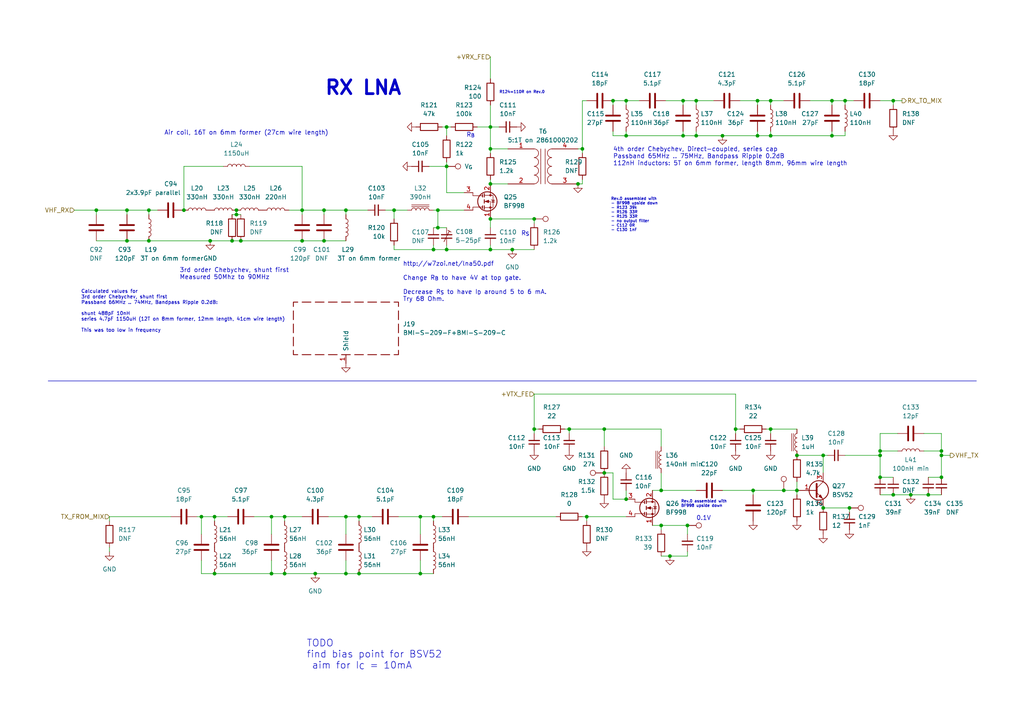
<source format=kicad_sch>
(kicad_sch (version 20230121) (generator eeschema)

  (uuid e85341a8-3e54-4b34-87f5-9974245a7484)

  (paper "A4")

  (title_block
    (title "DART-70 TRX")
    (date "2023-04-07")
    (rev "1")
    (company "HB9EGM")
    (comment 1 "A 4m Band SSB/CW Transceiver")
    (comment 2 "VHF Frontend")
  )

  

  (junction (at 255.27 138.43) (diameter 0) (color 0 0 0 0)
    (uuid 000c2890-8dd1-48c5-a512-99e78fbb4ff3)
  )
  (junction (at 255.27 130.81) (diameter 0) (color 0 0 0 0)
    (uuid 014fbe33-02cf-426c-8214-0ae1d40c7df8)
  )
  (junction (at 264.16 143.51) (diameter 0) (color 0 0 0 0)
    (uuid 05adc4a1-d372-46af-8f37-d1bf4210e96a)
  )
  (junction (at 191.77 142.24) (diameter 0) (color 0 0 0 0)
    (uuid 0c6e8129-07f9-465f-9ce0-2d46f2319c9e)
  )
  (junction (at 104.14 149.86) (diameter 0) (color 0 0 0 0)
    (uuid 0da30ee4-5fbf-45c8-9538-1bf176f03f71)
  )
  (junction (at 129.54 72.39) (diameter 0) (color 0 0 0 0)
    (uuid 17d4eaad-d6d1-43d3-8473-d8c3f046a0e1)
  )
  (junction (at 154.94 124.46) (diameter 0) (color 0 0 0 0)
    (uuid 214ecb40-4c63-4158-be2f-20e603afe1b9)
  )
  (junction (at 241.3 39.37) (diameter 0) (color 0 0 0 0)
    (uuid 22e30deb-2428-4b11-82a9-50d388efeade)
  )
  (junction (at 181.61 144.78) (diameter 0) (color 0 0 0 0)
    (uuid 244c9203-c3ff-4b65-a34d-5892ece48c2b)
  )
  (junction (at 259.08 143.51) (diameter 0) (color 0 0 0 0)
    (uuid 25165fd6-1f85-4abe-b7c3-b22279f7c384)
  )
  (junction (at 273.05 130.81) (diameter 0) (color 0 0 0 0)
    (uuid 26ee6007-1bf6-4087-b885-4536b39b53f7)
  )
  (junction (at 100.33 60.96) (diameter 0) (color 0 0 0 0)
    (uuid 27932209-07aa-4309-8c3b-8c3756ea28f5)
  )
  (junction (at 273.05 138.43) (diameter 0) (color 0 0 0 0)
    (uuid 2854a62c-62ee-424f-b0bf-2019f212815d)
  )
  (junction (at 125.73 72.39) (diameter 0) (color 0 0 0 0)
    (uuid 2855b2aa-20f9-4089-b9aa-63d012f20259)
  )
  (junction (at 201.93 29.21) (diameter 0) (color 0 0 0 0)
    (uuid 2b91b5f6-6358-423e-b62b-3e684fb64a30)
  )
  (junction (at 181.61 29.21) (diameter 0) (color 0 0 0 0)
    (uuid 2c1149ed-3085-4295-b371-1815cbfd540a)
  )
  (junction (at 67.31 69.85) (diameter 0) (color 0 0 0 0)
    (uuid 2dd4e452-7c3f-4e1f-b5b7-f42fcb0e075b)
  )
  (junction (at 53.34 60.96) (diameter 0) (color 0 0 0 0)
    (uuid 30ff6a36-e1f5-45d3-9f31-a6736183ac65)
  )
  (junction (at 43.18 69.85) (diameter 0) (color 0 0 0 0)
    (uuid 32d3fe83-b854-4464-af88-f747caab52be)
  )
  (junction (at 129.54 36.83) (diameter 0) (color 0 0 0 0)
    (uuid 34aea703-6354-4221-ba7e-b2d77e2a6562)
  )
  (junction (at 223.52 29.21) (diameter 0) (color 0 0 0 0)
    (uuid 41bb2995-bcdb-4572-a047-8ce3fa79d0ec)
  )
  (junction (at 154.94 63.5) (diameter 0) (color 0 0 0 0)
    (uuid 433436e6-75b2-4d0e-afe5-51e9ce3b6ceb)
  )
  (junction (at 62.23 166.37) (diameter 0) (color 0 0 0 0)
    (uuid 478dd2b4-151e-4af1-8f7c-ac669cdaf5f8)
  )
  (junction (at 209.55 39.37) (diameter 0) (color 0 0 0 0)
    (uuid 48de30cd-ac12-4cd9-b77e-6276c6cc535e)
  )
  (junction (at 198.12 29.21) (diameter 0) (color 0 0 0 0)
    (uuid 49abb95b-688d-484d-9ecd-26244c95a12f)
  )
  (junction (at 148.59 72.39) (diameter 0) (color 0 0 0 0)
    (uuid 53639ead-a22d-4b74-b706-37b82595afe4)
  )
  (junction (at 142.24 72.39) (diameter 0) (color 0 0 0 0)
    (uuid 5654cc54-aa7f-4e7e-a903-b6ae4711e293)
  )
  (junction (at 60.96 69.85) (diameter 0) (color 0 0 0 0)
    (uuid 59554d60-0b6c-44e8-9274-8126ea48f29b)
  )
  (junction (at 142.24 43.18) (diameter 0) (color 0 0 0 0)
    (uuid 5ac87c87-280c-41aa-b7e2-8cd95dfa0977)
  )
  (junction (at 191.77 152.4) (diameter 0) (color 0 0 0 0)
    (uuid 5b4a4a9a-0092-4d0f-9c31-414a1759762c)
  )
  (junction (at 259.08 29.21) (diameter 0) (color 0 0 0 0)
    (uuid 5f5451e3-d3b2-4513-aa00-6164f9037ce5)
  )
  (junction (at 168.91 43.18) (diameter 0) (color 0 0 0 0)
    (uuid 64c3c5fe-1bb6-4a8a-b1a6-f533cf627997)
  )
  (junction (at 238.76 147.32) (diameter 0) (color 0 0 0 0)
    (uuid 6a54acfb-c2a3-4891-bdef-5359d832b05e)
  )
  (junction (at 269.24 143.51) (diameter 0) (color 0 0 0 0)
    (uuid 6b32d2b6-d80f-475a-90aa-4d36bf0f66aa)
  )
  (junction (at 127 66.04) (diameter 0) (color 0 0 0 0)
    (uuid 6c005152-c357-4bcb-8338-74043f8ed537)
  )
  (junction (at 142.24 63.5) (diameter 0) (color 0 0 0 0)
    (uuid 6f67861a-7006-47b4-bdc7-1b4e03f0937b)
  )
  (junction (at 255.27 132.08) (diameter 0) (color 0 0 0 0)
    (uuid 71e41a0a-3af5-4796-897c-9d1ad0183c9a)
  )
  (junction (at 219.71 39.37) (diameter 0) (color 0 0 0 0)
    (uuid 7246aeaa-7989-41aa-bc34-36314da565dd)
  )
  (junction (at 93.98 69.85) (diameter 0) (color 0 0 0 0)
    (uuid 725298de-8e6b-4cef-8b75-d13dba9603ba)
  )
  (junction (at 121.92 166.37) (diameter 0) (color 0 0 0 0)
    (uuid 73b5aae3-6e5d-411f-8595-e3380fb1b4de)
  )
  (junction (at 127 60.96) (diameter 0) (color 0 0 0 0)
    (uuid 755aea78-2b8e-4969-8c1a-4e66cdc3e55c)
  )
  (junction (at 199.39 152.4) (diameter 0) (color 0 0 0 0)
    (uuid 7e3cf1a5-27ba-4fb2-9e80-6e1100e7286d)
  )
  (junction (at 36.83 60.96) (diameter 0) (color 0 0 0 0)
    (uuid 7e40bcc0-3aaa-4014-a65e-4bba8fb828b1)
  )
  (junction (at 246.38 147.32) (diameter 0) (color 0 0 0 0)
    (uuid 8275d0f0-4cd2-4f60-b1d1-1f544f364a6d)
  )
  (junction (at 227.33 142.24) (diameter 0) (color 0 0 0 0)
    (uuid 828403cb-c2e9-4ccc-8f46-66963ed2f21b)
  )
  (junction (at 241.3 29.21) (diameter 0) (color 0 0 0 0)
    (uuid 830530a0-7b7e-4b57-bcad-ac6bcc2d3cd2)
  )
  (junction (at 68.58 62.23) (diameter 0) (color 0 0 0 0)
    (uuid 84c10573-abbd-42a2-ba39-89dbac386a99)
  )
  (junction (at 213.36 124.46) (diameter 0) (color 0 0 0 0)
    (uuid 8b36f47c-4ffc-4598-8c26-644b57b5c662)
  )
  (junction (at 100.33 149.86) (diameter 0) (color 0 0 0 0)
    (uuid 92b08d51-62a5-44c7-b4b2-471f395c1538)
  )
  (junction (at 165.1 124.46) (diameter 0) (color 0 0 0 0)
    (uuid 94cebd10-3367-4d9a-a1b7-f7d9e07bdd90)
  )
  (junction (at 273.05 132.08) (diameter 0) (color 0 0 0 0)
    (uuid 96ae9ecf-e0a2-432a-8ece-94cf7cced6b7)
  )
  (junction (at 114.3 60.96) (diameter 0) (color 0 0 0 0)
    (uuid 99467fa5-d96f-4f1c-8084-626f6cebc0c0)
  )
  (junction (at 82.55 149.86) (diameter 0) (color 0 0 0 0)
    (uuid 99b2f434-c683-4943-880b-c0c7051efceb)
  )
  (junction (at 36.83 69.85) (diameter 0) (color 0 0 0 0)
    (uuid 9a8d2c66-6370-437d-a4a0-cb771a0d8c97)
  )
  (junction (at 170.18 149.86) (diameter 0) (color 0 0 0 0)
    (uuid 9b63d6a0-33d9-4ade-b725-ee15ec044acc)
  )
  (junction (at 78.74 149.86) (diameter 0) (color 0 0 0 0)
    (uuid a3b76309-ce22-4be7-b174-f23d53e74bf4)
  )
  (junction (at 231.14 142.24) (diameter 0) (color 0 0 0 0)
    (uuid a6cfd25a-774e-4db2-b2d4-fd41eec62fd5)
  )
  (junction (at 93.98 60.96) (diameter 0) (color 0 0 0 0)
    (uuid a6dee93e-101e-421c-aa3d-cf1491a2d23c)
  )
  (junction (at 218.44 142.24) (diameter 0) (color 0 0 0 0)
    (uuid a7ae57b6-5005-47d4-809d-6b7d6ada6d03)
  )
  (junction (at 129.54 48.26) (diameter 0) (color 0 0 0 0)
    (uuid a875ac5f-456f-42ae-bc04-dd8d1a120797)
  )
  (junction (at 142.24 53.34) (diameter 0) (color 0 0 0 0)
    (uuid a9dded2e-d08b-4bdb-ab4a-1fce0d42d43e)
  )
  (junction (at 201.93 39.37) (diameter 0) (color 0 0 0 0)
    (uuid aaee6b9a-4306-45ff-b9b6-5d802512dd52)
  )
  (junction (at 104.14 166.37) (diameter 0) (color 0 0 0 0)
    (uuid acd2b84b-0360-40c0-9d3c-37686ac65d45)
  )
  (junction (at 27.94 60.96) (diameter 0) (color 0 0 0 0)
    (uuid add0bd1b-274a-4ddf-b875-51d6108aab49)
  )
  (junction (at 219.71 29.21) (diameter 0) (color 0 0 0 0)
    (uuid b0c6448c-be7d-4ebe-a1be-1e8f330d6dbb)
  )
  (junction (at 231.14 132.08) (diameter 0) (color 0 0 0 0)
    (uuid b23444ea-cd8e-4df0-84f4-070156b2e3b7)
  )
  (junction (at 78.74 166.37) (diameter 0) (color 0 0 0 0)
    (uuid b2eebecb-1e6e-428a-a74f-c777d25a68fc)
  )
  (junction (at 87.63 69.85) (diameter 0) (color 0 0 0 0)
    (uuid b4922278-ce3f-46ba-a2a2-cd5c71f714de)
  )
  (junction (at 223.52 124.46) (diameter 0) (color 0 0 0 0)
    (uuid b8abc7e6-6611-45b5-9a55-3a65a7522e32)
  )
  (junction (at 69.85 69.85) (diameter 0) (color 0 0 0 0)
    (uuid bcdfe8ed-4c7e-419e-b702-6bca070854e1)
  )
  (junction (at 245.11 29.21) (diameter 0) (color 0 0 0 0)
    (uuid bf6081e5-fd4b-4fb3-b523-139036f4041c)
  )
  (junction (at 198.12 39.37) (diameter 0) (color 0 0 0 0)
    (uuid c5c6520c-9e3e-436f-b14f-faf22a42dfbb)
  )
  (junction (at 175.26 124.46) (diameter 0) (color 0 0 0 0)
    (uuid c8d4f236-4705-41bb-b1be-5cef1ea2c536)
  )
  (junction (at 125.73 149.86) (diameter 0) (color 0 0 0 0)
    (uuid cc2cb73f-acad-4a16-94a4-9816e494e931)
  )
  (junction (at 87.63 60.96) (diameter 0) (color 0 0 0 0)
    (uuid ce1e90a2-6376-4288-8749-493e809aba5d)
  )
  (junction (at 82.55 166.37) (diameter 0) (color 0 0 0 0)
    (uuid cf1b5f78-965c-4a11-8679-6b71c31e3151)
  )
  (junction (at 194.31 161.29) (diameter 0) (color 0 0 0 0)
    (uuid d0fb093c-3a0b-4150-bde4-bd1af1a4bfff)
  )
  (junction (at 181.61 39.37) (diameter 0) (color 0 0 0 0)
    (uuid d50ac601-83b2-43a2-808a-3b58d5a2b71f)
  )
  (junction (at 223.52 39.37) (diameter 0) (color 0 0 0 0)
    (uuid d600cdf9-d630-4f89-a09e-87efccd0902e)
  )
  (junction (at 167.64 53.34) (diameter 0) (color 0 0 0 0)
    (uuid d76a5f48-7d00-42d5-9e04-2f9f8b67bd1d)
  )
  (junction (at 68.58 60.96) (diameter 0) (color 0 0 0 0)
    (uuid dbad22ed-87bd-4fef-a142-c1d56fc5ada0)
  )
  (junction (at 43.18 60.96) (diameter 0) (color 0 0 0 0)
    (uuid df93aeee-38d4-42fb-b5da-51a73fd2e2bc)
  )
  (junction (at 177.8 29.21) (diameter 0) (color 0 0 0 0)
    (uuid e0493c7a-5485-41e4-ba79-779aff029fab)
  )
  (junction (at 142.24 36.83) (diameter 0) (color 0 0 0 0)
    (uuid e04f8c65-d602-47fb-9c32-a40fa4054257)
  )
  (junction (at 121.92 149.86) (diameter 0) (color 0 0 0 0)
    (uuid e245969c-96e2-4467-a4b0-55df65c2006d)
  )
  (junction (at 238.76 132.08) (diameter 0) (color 0 0 0 0)
    (uuid e717955e-2a81-4d91-a91b-854d445c9b5d)
  )
  (junction (at 62.23 149.86) (diameter 0) (color 0 0 0 0)
    (uuid ebd2a656-9283-42a7-a471-cb22596c1597)
  )
  (junction (at 91.44 166.37) (diameter 0) (color 0 0 0 0)
    (uuid efc30e1a-e377-428a-a178-12aea37c7387)
  )
  (junction (at 100.33 166.37) (diameter 0) (color 0 0 0 0)
    (uuid f575c0c7-4207-49b8-a759-d4cfe42586d5)
  )
  (junction (at 58.42 149.86) (diameter 0) (color 0 0 0 0)
    (uuid f671888e-311a-48ca-a183-135a403be009)
  )
  (junction (at 175.26 137.16) (diameter 0) (color 0 0 0 0)
    (uuid ff95d81e-5a87-4294-9b1c-6e9a77990629)
  )

  (wire (pts (xy 67.31 69.85) (xy 69.85 69.85))
    (stroke (width 0) (type default))
    (uuid 00e5b5fc-5bd0-40af-9ee7-a472844c2151)
  )
  (wire (pts (xy 181.61 29.21) (xy 181.61 30.48))
    (stroke (width 0) (type default))
    (uuid 01092b77-815f-43be-992d-fc218557d154)
  )
  (wire (pts (xy 147.32 53.34) (xy 142.24 53.34))
    (stroke (width 0) (type default))
    (uuid 020af510-7992-416e-a265-00652eb27830)
  )
  (wire (pts (xy 219.71 39.37) (xy 219.71 38.1))
    (stroke (width 0) (type default))
    (uuid 02b3711f-b3bf-4a32-8116-7fa82771cd03)
  )
  (wire (pts (xy 121.92 154.94) (xy 121.92 149.86))
    (stroke (width 0) (type default))
    (uuid 03602e32-1245-4e32-9ecc-9044bdca6c61)
  )
  (wire (pts (xy 93.98 60.96) (xy 93.98 62.23))
    (stroke (width 0) (type default))
    (uuid 04e72cbc-c02a-4a92-b021-b9939e4db36f)
  )
  (wire (pts (xy 36.83 69.85) (xy 43.18 69.85))
    (stroke (width 0) (type default))
    (uuid 050efeb3-533d-4b9a-a0e2-1737784edf33)
  )
  (wire (pts (xy 213.36 125.73) (xy 213.36 124.46))
    (stroke (width 0) (type default))
    (uuid 05820599-8acc-49ba-a88a-070cbbe28e1a)
  )
  (wire (pts (xy 31.75 158.75) (xy 31.75 160.02))
    (stroke (width 0) (type default))
    (uuid 06230da2-e6a9-4df3-a8a6-1054a2179a17)
  )
  (wire (pts (xy 154.94 125.73) (xy 154.94 124.46))
    (stroke (width 0) (type default))
    (uuid 0785ffee-5a6c-4b20-b83b-a9e51509ed25)
  )
  (wire (pts (xy 58.42 154.94) (xy 58.42 149.86))
    (stroke (width 0) (type default))
    (uuid 0a805d5b-6113-4e7d-8ab7-c42d5a8f29b1)
  )
  (wire (pts (xy 273.05 138.43) (xy 269.24 138.43))
    (stroke (width 0) (type default))
    (uuid 0a8243fe-ff3f-46fc-84d0-bd04869d2919)
  )
  (wire (pts (xy 255.27 143.51) (xy 259.08 143.51))
    (stroke (width 0) (type default))
    (uuid 0aaac6da-8724-4417-a920-18dccd519f57)
  )
  (wire (pts (xy 238.76 132.08) (xy 240.03 132.08))
    (stroke (width 0) (type default))
    (uuid 0b6b8363-c8e1-4799-8ee5-abeba534856c)
  )
  (wire (pts (xy 246.38 147.32) (xy 238.76 147.32))
    (stroke (width 0) (type default))
    (uuid 0c549802-b595-4de9-b4f2-5d5dc13cce92)
  )
  (wire (pts (xy 82.55 151.13) (xy 82.55 149.86))
    (stroke (width 0) (type default))
    (uuid 0f1de0dd-804a-4596-bff8-c84c9821c96f)
  )
  (wire (pts (xy 218.44 142.24) (xy 218.44 143.51))
    (stroke (width 0) (type default))
    (uuid 0f2ae659-a3c6-4de9-8cc9-1cb8eb738749)
  )
  (wire (pts (xy 255.27 130.81) (xy 255.27 132.08))
    (stroke (width 0) (type default))
    (uuid 0fae205c-5af3-4a45-b101-8bcc5ce05f03)
  )
  (wire (pts (xy 57.15 149.86) (xy 58.42 149.86))
    (stroke (width 0) (type default))
    (uuid 10dd21c7-9fd9-4a44-8ab3-640f7ca149dd)
  )
  (wire (pts (xy 31.75 149.86) (xy 49.53 149.86))
    (stroke (width 0) (type default))
    (uuid 118829bb-dced-433c-b2a5-be320b37c6db)
  )
  (wire (pts (xy 148.59 72.39) (xy 142.24 72.39))
    (stroke (width 0) (type default))
    (uuid 11920e1b-be55-4c86-8c94-fad4a5a5ea6f)
  )
  (wire (pts (xy 223.52 39.37) (xy 241.3 39.37))
    (stroke (width 0) (type default))
    (uuid 135fafe3-46f6-4185-8d74-e430c711885a)
  )
  (wire (pts (xy 246.38 148.59) (xy 246.38 147.32))
    (stroke (width 0) (type default))
    (uuid 17b00afe-c752-4fe9-88c5-3ad96b8a7e70)
  )
  (wire (pts (xy 177.8 137.16) (xy 177.8 144.78))
    (stroke (width 0) (type default))
    (uuid 1941db9c-382f-44cc-a903-a93207b6a93d)
  )
  (wire (pts (xy 60.96 69.85) (xy 67.31 69.85))
    (stroke (width 0) (type default))
    (uuid 1a18bdd7-506a-46c8-8c47-7d7591f2bfbc)
  )
  (wire (pts (xy 27.94 60.96) (xy 36.83 60.96))
    (stroke (width 0) (type default))
    (uuid 1a97cca3-0fe5-4bfa-8d57-ca1b191bfea3)
  )
  (wire (pts (xy 154.94 114.3) (xy 213.36 114.3))
    (stroke (width 0) (type default))
    (uuid 1aae337c-ccaa-46d6-b513-e315bd052c26)
  )
  (wire (pts (xy 125.73 60.96) (xy 127 60.96))
    (stroke (width 0) (type default))
    (uuid 1acffc7b-3719-4cb9-9be2-22b9b0dc94ee)
  )
  (wire (pts (xy 219.71 29.21) (xy 223.52 29.21))
    (stroke (width 0) (type default))
    (uuid 1c0cfd5c-a642-423e-bcd7-fee83fdee590)
  )
  (wire (pts (xy 87.63 69.85) (xy 93.98 69.85))
    (stroke (width 0) (type default))
    (uuid 1cb95966-d9b9-40ac-b03f-1f46d823a11d)
  )
  (wire (pts (xy 69.85 69.85) (xy 87.63 69.85))
    (stroke (width 0) (type default))
    (uuid 1e066e3b-074f-4121-8f27-8215bc8d3261)
  )
  (wire (pts (xy 142.24 53.34) (xy 142.24 52.07))
    (stroke (width 0) (type default))
    (uuid 1f1766e2-d2db-4154-b565-458e0aeda8eb)
  )
  (wire (pts (xy 198.12 39.37) (xy 198.12 38.1))
    (stroke (width 0) (type default))
    (uuid 1f992b26-230b-423a-9f5b-b5e2eae3f796)
  )
  (wire (pts (xy 273.05 132.08) (xy 273.05 138.43))
    (stroke (width 0) (type default))
    (uuid 20193a25-dfb2-4d02-b772-e6a2bc97d410)
  )
  (wire (pts (xy 193.04 29.21) (xy 198.12 29.21))
    (stroke (width 0) (type default))
    (uuid 211489a5-413a-4de7-bb6b-ce735ffe7c80)
  )
  (wire (pts (xy 191.77 152.4) (xy 189.23 152.4))
    (stroke (width 0) (type default))
    (uuid 21acb83f-68ea-41e5-b622-dc4aeb4e23bc)
  )
  (wire (pts (xy 87.63 60.96) (xy 93.98 60.96))
    (stroke (width 0) (type default))
    (uuid 23c577d6-b831-4003-b3d4-9a9a5520a466)
  )
  (wire (pts (xy 241.3 39.37) (xy 241.3 38.1))
    (stroke (width 0) (type default))
    (uuid 24280ee6-c585-4835-8fc4-d7860dfbfdba)
  )
  (polyline (pts (xy 13.97 110.49) (xy 283.21 110.49))
    (stroke (width 0) (type default))
    (uuid 2812a88f-15e5-44c4-a66a-beb23630881f)
  )

  (wire (pts (xy 21.59 60.96) (xy 27.94 60.96))
    (stroke (width 0) (type default))
    (uuid 28691614-25d8-432a-9210-110c9d424ff4)
  )
  (wire (pts (xy 31.75 151.13) (xy 31.75 149.86))
    (stroke (width 0) (type default))
    (uuid 2d478155-78b3-43e6-9e0b-cf58b9dbf0cb)
  )
  (wire (pts (xy 231.14 139.7) (xy 231.14 142.24))
    (stroke (width 0) (type default))
    (uuid 2e3e1835-0994-46d3-b4ac-db18042e081b)
  )
  (wire (pts (xy 43.18 69.85) (xy 60.96 69.85))
    (stroke (width 0) (type default))
    (uuid 2e5066c7-bc67-4b7c-aae7-15cd49e110ca)
  )
  (wire (pts (xy 273.05 130.81) (xy 267.97 130.81))
    (stroke (width 0) (type default))
    (uuid 2f09267e-b3dd-4163-aee3-b882166dbe57)
  )
  (wire (pts (xy 142.24 63.5) (xy 142.24 66.04))
    (stroke (width 0) (type default))
    (uuid 2f240c86-aceb-464b-899d-7618bd58be8d)
  )
  (wire (pts (xy 241.3 29.21) (xy 245.11 29.21))
    (stroke (width 0) (type default))
    (uuid 30701c9e-85dc-4e9a-972e-ad6a04210bf0)
  )
  (wire (pts (xy 177.8 144.78) (xy 181.61 144.78))
    (stroke (width 0) (type default))
    (uuid 32c7e7d5-5cf0-4052-9904-fc5aa41decb5)
  )
  (wire (pts (xy 168.91 52.07) (xy 168.91 53.34))
    (stroke (width 0) (type default))
    (uuid 3303b423-732f-4ec1-9f34-6a65ea125a9f)
  )
  (wire (pts (xy 72.39 48.26) (xy 87.63 48.26))
    (stroke (width 0) (type default))
    (uuid 33f29fa7-5b0b-49c9-a605-50b7be5943a9)
  )
  (wire (pts (xy 142.24 16.51) (xy 142.24 22.86))
    (stroke (width 0) (type default))
    (uuid 3405d2ca-755d-457e-986a-931c3894937d)
  )
  (wire (pts (xy 175.26 124.46) (xy 191.77 124.46))
    (stroke (width 0) (type default))
    (uuid 36c2a5ae-5ab8-440b-a41f-9b00518ecd46)
  )
  (wire (pts (xy 82.55 166.37) (xy 78.74 166.37))
    (stroke (width 0) (type default))
    (uuid 39ede154-b114-42b1-9471-69e8225de7ab)
  )
  (wire (pts (xy 181.61 29.21) (xy 185.42 29.21))
    (stroke (width 0) (type default))
    (uuid 3c5dfaac-ce4d-429a-aba1-920080a05a25)
  )
  (wire (pts (xy 209.55 39.37) (xy 219.71 39.37))
    (stroke (width 0) (type default))
    (uuid 3cac3e67-9601-4bbe-8f74-51e6c8133fb4)
  )
  (wire (pts (xy 121.92 162.56) (xy 121.92 166.37))
    (stroke (width 0) (type default))
    (uuid 3df06db1-0ec7-4afd-97b5-1156b9e13855)
  )
  (wire (pts (xy 58.42 149.86) (xy 62.23 149.86))
    (stroke (width 0) (type default))
    (uuid 3e89f96a-4149-49e9-8931-921ce8c3a055)
  )
  (wire (pts (xy 93.98 69.85) (xy 100.33 69.85))
    (stroke (width 0) (type default))
    (uuid 3f75e8f9-17fe-41fa-8be1-97bb9d74f36e)
  )
  (wire (pts (xy 36.83 60.96) (xy 43.18 60.96))
    (stroke (width 0) (type default))
    (uuid 426afdc4-b639-4a13-b435-77d23c36d327)
  )
  (wire (pts (xy 128.27 36.83) (xy 129.54 36.83))
    (stroke (width 0) (type default))
    (uuid 45d11611-49a6-4964-afa3-7f0162c0c739)
  )
  (wire (pts (xy 191.77 142.24) (xy 201.93 142.24))
    (stroke (width 0) (type default))
    (uuid 4a16b6dc-2288-4548-9c84-0bbf2a1d57bd)
  )
  (wire (pts (xy 73.66 149.86) (xy 78.74 149.86))
    (stroke (width 0) (type default))
    (uuid 4b74047d-1cfb-4a70-804a-a9c009584e7a)
  )
  (wire (pts (xy 78.74 149.86) (xy 82.55 149.86))
    (stroke (width 0) (type default))
    (uuid 4bf865ed-62d5-49b3-9115-02bd4f7f3f74)
  )
  (wire (pts (xy 121.92 149.86) (xy 125.73 149.86))
    (stroke (width 0) (type default))
    (uuid 4ca5ee79-1360-4517-b073-b387778d1f9d)
  )
  (wire (pts (xy 181.61 39.37) (xy 198.12 39.37))
    (stroke (width 0) (type default))
    (uuid 4cad7fe9-18a3-4205-bf76-118f190d710a)
  )
  (wire (pts (xy 273.05 130.81) (xy 273.05 132.08))
    (stroke (width 0) (type default))
    (uuid 4cf19b83-343d-444b-b344-abd964c46130)
  )
  (wire (pts (xy 201.93 30.48) (xy 201.93 29.21))
    (stroke (width 0) (type default))
    (uuid 4e6b63c8-8daf-4486-a68d-7144b46e5ea2)
  )
  (wire (pts (xy 199.39 160.02) (xy 199.39 161.29))
    (stroke (width 0) (type default))
    (uuid 520deeb0-2cb2-4b4b-9ce8-239203e7b895)
  )
  (wire (pts (xy 100.33 60.96) (xy 100.33 62.23))
    (stroke (width 0) (type default))
    (uuid 52a29cb5-fc2a-4abb-a968-bbb1b5d9b7d6)
  )
  (wire (pts (xy 199.39 161.29) (xy 194.31 161.29))
    (stroke (width 0) (type default))
    (uuid 5393cb79-d4ff-48a3-8106-b4f929de870b)
  )
  (wire (pts (xy 234.95 29.21) (xy 241.3 29.21))
    (stroke (width 0) (type default))
    (uuid 54136090-6e59-411c-8c76-ff74b4ba8cdc)
  )
  (wire (pts (xy 170.18 29.21) (xy 168.91 29.21))
    (stroke (width 0) (type default))
    (uuid 5516e114-54d5-4ea3-8bfe-40e5be6eb192)
  )
  (wire (pts (xy 273.05 125.73) (xy 273.05 130.81))
    (stroke (width 0) (type default))
    (uuid 55590f3c-3315-4934-b354-427f99e886f0)
  )
  (wire (pts (xy 114.3 72.39) (xy 125.73 72.39))
    (stroke (width 0) (type default))
    (uuid 57578d86-772e-43cb-bffa-d432e3d6da21)
  )
  (wire (pts (xy 241.3 30.48) (xy 241.3 29.21))
    (stroke (width 0) (type default))
    (uuid 575b9d80-5f4d-4af9-aef0-45c51d673684)
  )
  (wire (pts (xy 213.36 124.46) (xy 214.63 124.46))
    (stroke (width 0) (type default))
    (uuid 588442fe-0325-47ea-8587-f22398d8d769)
  )
  (wire (pts (xy 222.25 124.46) (xy 223.52 124.46))
    (stroke (width 0) (type default))
    (uuid 58845e3f-7112-4368-b742-d952a9ef30c6)
  )
  (wire (pts (xy 78.74 162.56) (xy 78.74 166.37))
    (stroke (width 0) (type default))
    (uuid 58fbc0d9-bfce-471f-9cf7-701dbddb2959)
  )
  (wire (pts (xy 115.57 149.86) (xy 121.92 149.86))
    (stroke (width 0) (type default))
    (uuid 592caa8b-0386-47d0-8e78-0b9d3a2052bb)
  )
  (wire (pts (xy 241.3 39.37) (xy 245.11 39.37))
    (stroke (width 0) (type default))
    (uuid 59e552bf-7958-4fda-a0db-f9e371531f5e)
  )
  (wire (pts (xy 273.05 125.73) (xy 267.97 125.73))
    (stroke (width 0) (type default))
    (uuid 5dae51d8-31a1-45b5-aee6-b5709476c318)
  )
  (wire (pts (xy 142.24 72.39) (xy 142.24 71.12))
    (stroke (width 0) (type default))
    (uuid 5e2169a0-de19-4cd6-bf52-b74f00504da1)
  )
  (wire (pts (xy 43.18 60.96) (xy 45.72 60.96))
    (stroke (width 0) (type default))
    (uuid 5e70f545-979a-40c9-bda1-1c7591189e45)
  )
  (wire (pts (xy 142.24 36.83) (xy 142.24 30.48))
    (stroke (width 0) (type default))
    (uuid 5e721fb4-c9a0-4ae9-89ea-2beae0e47e97)
  )
  (wire (pts (xy 43.18 60.96) (xy 43.18 62.23))
    (stroke (width 0) (type default))
    (uuid 5ea7489e-e91b-44f0-a035-3448b45ceadc)
  )
  (wire (pts (xy 168.91 53.34) (xy 167.64 53.34))
    (stroke (width 0) (type default))
    (uuid 5f5c060f-99c6-4d58-b44a-4244837c6652)
  )
  (wire (pts (xy 259.08 29.21) (xy 261.62 29.21))
    (stroke (width 0) (type default))
    (uuid 5fceb92d-7a0e-4b2f-966c-33a3f8978ee9)
  )
  (wire (pts (xy 142.24 44.45) (xy 142.24 43.18))
    (stroke (width 0) (type default))
    (uuid 6005394b-9189-4171-b053-ebfd9d60c03e)
  )
  (wire (pts (xy 154.94 124.46) (xy 156.21 124.46))
    (stroke (width 0) (type default))
    (uuid 600c3ac6-9e9d-494f-9f04-3cadeb854f32)
  )
  (wire (pts (xy 191.77 161.29) (xy 194.31 161.29))
    (stroke (width 0) (type default))
    (uuid 60a459b9-afd7-4bdd-b38a-a5f2882f31e7)
  )
  (wire (pts (xy 201.93 39.37) (xy 198.12 39.37))
    (stroke (width 0) (type default))
    (uuid 60bad9ca-4bdf-454c-ad68-9fa3a1ef1953)
  )
  (wire (pts (xy 100.33 154.94) (xy 100.33 149.86))
    (stroke (width 0) (type default))
    (uuid 61a9e6a8-4104-4faf-9104-407030fee84b)
  )
  (wire (pts (xy 223.52 29.21) (xy 227.33 29.21))
    (stroke (width 0) (type default))
    (uuid 61f8165d-255a-4197-a48c-ea44a5589c76)
  )
  (wire (pts (xy 198.12 30.48) (xy 198.12 29.21))
    (stroke (width 0) (type default))
    (uuid 62cac600-87c9-4b70-81ad-6cbecfa5dbe3)
  )
  (wire (pts (xy 58.42 166.37) (xy 58.42 162.56))
    (stroke (width 0) (type default))
    (uuid 64d10b25-44e3-4ccf-8c4c-e8390cc663cc)
  )
  (wire (pts (xy 135.89 149.86) (xy 161.29 149.86))
    (stroke (width 0) (type default))
    (uuid 651fb468-303e-49f9-86a2-03bfc4d45faa)
  )
  (wire (pts (xy 147.32 43.18) (xy 142.24 43.18))
    (stroke (width 0) (type default))
    (uuid 6609241a-334e-4ced-ae81-0759311dbbad)
  )
  (wire (pts (xy 125.73 72.39) (xy 129.54 72.39))
    (stroke (width 0) (type default))
    (uuid 67ee9752-cba6-4ecb-80e8-065f573d8511)
  )
  (wire (pts (xy 104.14 151.13) (xy 104.14 149.86))
    (stroke (width 0) (type default))
    (uuid 6a845cb2-3ede-406b-9084-98637e393984)
  )
  (wire (pts (xy 125.73 66.04) (xy 127 66.04))
    (stroke (width 0) (type default))
    (uuid 6c99d25b-dc2d-4eeb-b0ca-e420c2d8e986)
  )
  (wire (pts (xy 167.64 43.18) (xy 168.91 43.18))
    (stroke (width 0) (type default))
    (uuid 710b6ecd-a9cf-4c16-b156-7ab0bb0c1245)
  )
  (wire (pts (xy 68.58 60.96) (xy 68.58 62.23))
    (stroke (width 0) (type default))
    (uuid 739c4bc4-71b1-4060-996c-b30955427381)
  )
  (wire (pts (xy 58.42 166.37) (xy 62.23 166.37))
    (stroke (width 0) (type default))
    (uuid 7454e18d-eee9-48b0-92f9-1e9dd000570e)
  )
  (wire (pts (xy 165.1 125.73) (xy 165.1 124.46))
    (stroke (width 0) (type default))
    (uuid 7560791f-9e21-48d6-b563-63cea6c3213c)
  )
  (wire (pts (xy 198.12 29.21) (xy 201.93 29.21))
    (stroke (width 0) (type default))
    (uuid 7564e54f-11f2-406e-b3e0-3e6cb42b6b60)
  )
  (wire (pts (xy 213.36 114.3) (xy 213.36 124.46))
    (stroke (width 0) (type default))
    (uuid 77b25420-5329-41cc-adbb-89183fe29bb0)
  )
  (wire (pts (xy 125.73 71.12) (xy 125.73 72.39))
    (stroke (width 0) (type default))
    (uuid 7cc4119c-4cff-43ef-9ca9-bb482331f51a)
  )
  (wire (pts (xy 154.94 72.39) (xy 148.59 72.39))
    (stroke (width 0) (type default))
    (uuid 7fb4a628-0a3a-45fd-b9bd-c186e37edcf1)
  )
  (wire (pts (xy 62.23 149.86) (xy 62.23 151.13))
    (stroke (width 0) (type default))
    (uuid 88eb19d8-f75f-452a-aea0-22522a3bade1)
  )
  (wire (pts (xy 129.54 36.83) (xy 129.54 39.37))
    (stroke (width 0) (type default))
    (uuid 89b48dc9-c00e-48be-93c9-faa060ba3b37)
  )
  (wire (pts (xy 154.94 64.77) (xy 154.94 63.5))
    (stroke (width 0) (type default))
    (uuid 89faec98-fdf7-49b4-8a14-ddcd50d33077)
  )
  (wire (pts (xy 255.27 130.81) (xy 260.35 130.81))
    (stroke (width 0) (type default))
    (uuid 8a9636c9-f9aa-4988-96b0-c28179bfc477)
  )
  (wire (pts (xy 201.93 29.21) (xy 207.01 29.21))
    (stroke (width 0) (type default))
    (uuid 8b01a92c-6579-45f1-a8cb-784184b3c0a6)
  )
  (wire (pts (xy 125.73 151.13) (xy 125.73 149.86))
    (stroke (width 0) (type default))
    (uuid 8bfdfab4-901c-4c87-bff9-1a225f39b380)
  )
  (wire (pts (xy 114.3 71.12) (xy 114.3 72.39))
    (stroke (width 0) (type default))
    (uuid 8d93b96e-d58e-4f76-b91e-0a4672ad0838)
  )
  (wire (pts (xy 177.8 39.37) (xy 181.61 39.37))
    (stroke (width 0) (type default))
    (uuid 90e6d25b-41c3-4379-94e3-70433d4656f5)
  )
  (wire (pts (xy 245.11 30.48) (xy 245.11 29.21))
    (stroke (width 0) (type default))
    (uuid 924031ab-bf44-4a2f-aaf7-c38b8a8abc40)
  )
  (wire (pts (xy 168.91 44.45) (xy 168.91 43.18))
    (stroke (width 0) (type default))
    (uuid 93f6fd09-e356-47ef-a2d2-c1ed422dabe3)
  )
  (wire (pts (xy 177.8 29.21) (xy 181.61 29.21))
    (stroke (width 0) (type default))
    (uuid 94425972-63e3-432d-8409-356e5b22940b)
  )
  (wire (pts (xy 259.08 30.48) (xy 259.08 29.21))
    (stroke (width 0) (type default))
    (uuid 9723f6e4-63d9-4b79-a06d-706fe6a5b67e)
  )
  (wire (pts (xy 223.52 30.48) (xy 223.52 29.21))
    (stroke (width 0) (type default))
    (uuid 98084cbc-b94f-488e-83ba-487b7983eff7)
  )
  (wire (pts (xy 104.14 166.37) (xy 121.92 166.37))
    (stroke (width 0) (type default))
    (uuid 98b8d1fc-b75d-4b78-abcf-b05b708bb68b)
  )
  (wire (pts (xy 127 60.96) (xy 134.62 60.96))
    (stroke (width 0) (type default))
    (uuid 98fe9f07-d0e7-4808-8553-39a038479457)
  )
  (wire (pts (xy 223.52 125.73) (xy 223.52 124.46))
    (stroke (width 0) (type default))
    (uuid 99be3360-249d-4c89-a77e-43cb1aef6c84)
  )
  (wire (pts (xy 177.8 30.48) (xy 177.8 29.21))
    (stroke (width 0) (type default))
    (uuid 9c7aae02-34fd-4a06-bca1-a165128a73a8)
  )
  (wire (pts (xy 127 66.04) (xy 127 60.96))
    (stroke (width 0) (type default))
    (uuid 9c85880b-9d5c-4fe3-84f6-20ee24e87c39)
  )
  (wire (pts (xy 191.77 152.4) (xy 191.77 153.67))
    (stroke (width 0) (type default))
    (uuid 9d2b433e-1dfc-4d0f-abe1-2e83343631b5)
  )
  (wire (pts (xy 201.93 39.37) (xy 209.55 39.37))
    (stroke (width 0) (type default))
    (uuid 9f025a2e-cbc7-46d0-a262-ab48be6c2823)
  )
  (wire (pts (xy 124.46 48.26) (xy 129.54 48.26))
    (stroke (width 0) (type default))
    (uuid 9f1a398d-ae6d-496d-87ab-0e13a3b648a5)
  )
  (wire (pts (xy 100.33 60.96) (xy 106.68 60.96))
    (stroke (width 0) (type default))
    (uuid a07f0e55-9b3e-4df6-80c8-c3fa196fb8fb)
  )
  (wire (pts (xy 273.05 132.08) (xy 275.59 132.08))
    (stroke (width 0) (type default))
    (uuid a0a96770-3ff5-49c4-bef3-d4bbe6b6c079)
  )
  (wire (pts (xy 245.11 29.21) (xy 247.65 29.21))
    (stroke (width 0) (type default))
    (uuid a20e7e63-2306-4377-ac55-7c7faf4ea27c)
  )
  (wire (pts (xy 114.3 63.5) (xy 114.3 60.96))
    (stroke (width 0) (type default))
    (uuid a22912c1-4914-44a6-a3c9-493ad4dcc081)
  )
  (wire (pts (xy 62.23 149.86) (xy 66.04 149.86))
    (stroke (width 0) (type default))
    (uuid a2441a3d-56da-463e-a8a4-fe521e8b2256)
  )
  (wire (pts (xy 165.1 124.46) (xy 175.26 124.46))
    (stroke (width 0) (type default))
    (uuid a621d0fa-e7c7-4146-b68b-596f01fe056d)
  )
  (wire (pts (xy 91.44 166.37) (xy 100.33 166.37))
    (stroke (width 0) (type default))
    (uuid a6cacc83-9486-4966-a9b9-13167fbba476)
  )
  (wire (pts (xy 168.91 149.86) (xy 170.18 149.86))
    (stroke (width 0) (type default))
    (uuid a7257f0e-5835-436f-aac9-204afa049a30)
  )
  (wire (pts (xy 129.54 46.99) (xy 129.54 48.26))
    (stroke (width 0) (type default))
    (uuid a72c2df8-7b09-4ff0-a6ca-cd32045fcb5a)
  )
  (wire (pts (xy 245.11 39.37) (xy 245.11 38.1))
    (stroke (width 0) (type default))
    (uuid a8ddd670-538a-4580-8d79-e43d90515d40)
  )
  (wire (pts (xy 121.92 166.37) (xy 125.73 166.37))
    (stroke (width 0) (type default))
    (uuid a8e639fa-31d1-427e-bd80-a8648f74c2c3)
  )
  (wire (pts (xy 100.33 149.86) (xy 104.14 149.86))
    (stroke (width 0) (type default))
    (uuid aade9f87-67ba-4c61-82c0-2663d0f88027)
  )
  (wire (pts (xy 130.81 36.83) (xy 129.54 36.83))
    (stroke (width 0) (type default))
    (uuid abf4d801-bb8f-4a89-9026-d8d2e1c81522)
  )
  (wire (pts (xy 238.76 137.16) (xy 238.76 132.08))
    (stroke (width 0) (type default))
    (uuid ac46c8fe-2e90-464a-bbd4-c87cc108df64)
  )
  (wire (pts (xy 95.25 149.86) (xy 100.33 149.86))
    (stroke (width 0) (type default))
    (uuid ae916f82-cc22-4852-b906-e5ba88e32818)
  )
  (wire (pts (xy 175.26 129.54) (xy 175.26 124.46))
    (stroke (width 0) (type default))
    (uuid b3b2bf41-bfe7-4afd-96f6-1139df88d39f)
  )
  (wire (pts (xy 201.93 39.37) (xy 201.93 38.1))
    (stroke (width 0) (type default))
    (uuid b4a7d8aa-b2d4-410d-b498-63bff8d46b74)
  )
  (wire (pts (xy 53.34 48.26) (xy 53.34 60.96))
    (stroke (width 0) (type default))
    (uuid b7ef3e97-d0a8-484f-8521-fbd0a0afec53)
  )
  (wire (pts (xy 255.27 125.73) (xy 255.27 130.81))
    (stroke (width 0) (type default))
    (uuid bc783d3b-f511-487e-9d36-9bd8906c7cdc)
  )
  (wire (pts (xy 209.55 142.24) (xy 218.44 142.24))
    (stroke (width 0) (type default))
    (uuid beea7d7c-4a76-4d60-b6fb-cfc35c88f7a9)
  )
  (wire (pts (xy 219.71 30.48) (xy 219.71 29.21))
    (stroke (width 0) (type default))
    (uuid bfc77f05-a21f-4ea1-9483-75efe531139a)
  )
  (wire (pts (xy 264.16 143.51) (xy 269.24 143.51))
    (stroke (width 0) (type default))
    (uuid c152d31b-b0e7-424d-899d-54dcce0e51d5)
  )
  (wire (pts (xy 191.77 129.54) (xy 191.77 124.46))
    (stroke (width 0) (type default))
    (uuid c2224d5b-9d4a-4324-b7f2-d94cda3b03c3)
  )
  (wire (pts (xy 231.14 142.24) (xy 231.14 143.51))
    (stroke (width 0) (type default))
    (uuid c31d04a3-eb2d-4a6d-9ba9-6dbfb9fffff3)
  )
  (wire (pts (xy 104.14 149.86) (xy 107.95 149.86))
    (stroke (width 0) (type default))
    (uuid c3a8b91a-7a87-4be2-bdac-1424494beb13)
  )
  (wire (pts (xy 170.18 151.13) (xy 170.18 149.86))
    (stroke (width 0) (type default))
    (uuid c3ad0817-03ce-4433-89b8-d268b5afe17c)
  )
  (wire (pts (xy 27.94 69.85) (xy 36.83 69.85))
    (stroke (width 0) (type default))
    (uuid c5a1623c-79b3-461d-930d-7a6155799a02)
  )
  (wire (pts (xy 125.73 149.86) (xy 128.27 149.86))
    (stroke (width 0) (type default))
    (uuid cbc639ed-75d2-4235-bd0a-8e36ab70c170)
  )
  (wire (pts (xy 82.55 149.86) (xy 87.63 149.86))
    (stroke (width 0) (type default))
    (uuid ccaef76a-d47c-466f-ae12-475e85a4d83b)
  )
  (wire (pts (xy 255.27 125.73) (xy 260.35 125.73))
    (stroke (width 0) (type default))
    (uuid ccd056e6-b000-4d48-b5e3-c6f8da0e67da)
  )
  (wire (pts (xy 64.77 48.26) (xy 53.34 48.26))
    (stroke (width 0) (type default))
    (uuid cedefa6a-3396-4642-a936-f25f019b5676)
  )
  (wire (pts (xy 181.61 39.37) (xy 181.61 38.1))
    (stroke (width 0) (type default))
    (uuid cff31021-4226-4c7a-b8b3-f98d10db3340)
  )
  (wire (pts (xy 227.33 142.24) (xy 231.14 142.24))
    (stroke (width 0) (type default))
    (uuid d046bf4b-a39d-426b-8404-46063d2d3d9e)
  )
  (wire (pts (xy 181.61 144.78) (xy 181.61 142.24))
    (stroke (width 0) (type default))
    (uuid d1895861-595e-4412-914a-8d77685a4262)
  )
  (wire (pts (xy 154.94 63.5) (xy 142.24 63.5))
    (stroke (width 0) (type default))
    (uuid d39a58f4-f941-49d5-8523-8492ae3bd24a)
  )
  (wire (pts (xy 259.08 143.51) (xy 264.16 143.51))
    (stroke (width 0) (type default))
    (uuid d46ecbd6-1d80-45e1-a657-88b7d1ff3b67)
  )
  (wire (pts (xy 87.63 48.26) (xy 87.63 60.96))
    (stroke (width 0) (type default))
    (uuid d6ad5766-5e86-4351-b65f-0645b5d40152)
  )
  (wire (pts (xy 87.63 60.96) (xy 87.63 62.23))
    (stroke (width 0) (type default))
    (uuid d9611e38-2561-4d9e-91cc-86308ba173b6)
  )
  (wire (pts (xy 214.63 29.21) (xy 219.71 29.21))
    (stroke (width 0) (type default))
    (uuid dac31dd0-b11b-4f2d-bd78-136dfe5489af)
  )
  (wire (pts (xy 36.83 60.96) (xy 36.83 62.23))
    (stroke (width 0) (type default))
    (uuid dadbf19e-4ad1-4d05-9444-4eea6aeba0c5)
  )
  (wire (pts (xy 223.52 39.37) (xy 223.52 38.1))
    (stroke (width 0) (type default))
    (uuid db87c3ab-c2aa-4893-9aef-66fcfbff444b)
  )
  (wire (pts (xy 83.82 60.96) (xy 87.63 60.96))
    (stroke (width 0) (type default))
    (uuid dc819a14-e99a-4fce-a533-08f3469ea36a)
  )
  (wire (pts (xy 245.11 132.08) (xy 255.27 132.08))
    (stroke (width 0) (type default))
    (uuid dca694d8-3c93-48b4-834a-db90474828d1)
  )
  (wire (pts (xy 199.39 154.94) (xy 199.39 152.4))
    (stroke (width 0) (type default))
    (uuid dcd96f6d-7091-4301-aa34-23c504bf9791)
  )
  (wire (pts (xy 255.27 138.43) (xy 259.08 138.43))
    (stroke (width 0) (type default))
    (uuid dd05a5c1-4d29-4c7e-a694-d0593030c9e9)
  )
  (wire (pts (xy 191.77 137.16) (xy 191.77 142.24))
    (stroke (width 0) (type default))
    (uuid dd55ee2b-20bf-4d30-857a-6d17a98d0dbd)
  )
  (wire (pts (xy 189.23 142.24) (xy 191.77 142.24))
    (stroke (width 0) (type default))
    (uuid dfc9ac68-d7f8-46c2-9527-06cdf604c245)
  )
  (wire (pts (xy 129.54 72.39) (xy 142.24 72.39))
    (stroke (width 0) (type default))
    (uuid e0cbe1ae-b2e7-4774-83d0-d6dd63603efa)
  )
  (wire (pts (xy 218.44 142.24) (xy 227.33 142.24))
    (stroke (width 0) (type default))
    (uuid e199dd6f-2880-4cbb-9b63-6ed928aa265c)
  )
  (wire (pts (xy 238.76 132.08) (xy 231.14 132.08))
    (stroke (width 0) (type default))
    (uuid e2784f30-b1d3-4094-a833-ebb73128c5bf)
  )
  (wire (pts (xy 78.74 154.94) (xy 78.74 149.86))
    (stroke (width 0) (type default))
    (uuid e37c2b32-6313-44ae-986c-91671be75827)
  )
  (wire (pts (xy 27.94 60.96) (xy 27.94 62.23))
    (stroke (width 0) (type default))
    (uuid e436bec3-4d35-4c3a-b007-e262b815b66a)
  )
  (wire (pts (xy 255.27 29.21) (xy 259.08 29.21))
    (stroke (width 0) (type default))
    (uuid e604aefe-1f27-41e1-bba0-df84080e5de8)
  )
  (wire (pts (xy 175.26 137.16) (xy 177.8 137.16))
    (stroke (width 0) (type default))
    (uuid e680c33d-43ea-46d9-b261-9fe5ebf63908)
  )
  (wire (pts (xy 142.24 36.83) (xy 144.78 36.83))
    (stroke (width 0) (type default))
    (uuid e8dd2d8c-9105-4b14-8c01-2f20c02a9b9b)
  )
  (wire (pts (xy 138.43 36.83) (xy 142.24 36.83))
    (stroke (width 0) (type default))
    (uuid e916a6ae-dcac-47ad-9060-b73ec4af3cf4)
  )
  (wire (pts (xy 68.58 62.23) (xy 69.85 62.23))
    (stroke (width 0) (type default))
    (uuid e990ff8f-cf08-4ce5-a209-ec96b770f0a4)
  )
  (wire (pts (xy 168.91 29.21) (xy 168.91 43.18))
    (stroke (width 0) (type default))
    (uuid e9d86f22-7607-46a5-9858-98c8b2ec490d)
  )
  (wire (pts (xy 177.8 39.37) (xy 177.8 38.1))
    (stroke (width 0) (type default))
    (uuid ebf55ce3-f989-446e-9ebe-e109dda2fe70)
  )
  (wire (pts (xy 129.54 55.88) (xy 134.62 55.88))
    (stroke (width 0) (type default))
    (uuid ec5c6908-ad1d-4370-865b-ae4bd77ebdc1)
  )
  (wire (pts (xy 163.83 124.46) (xy 165.1 124.46))
    (stroke (width 0) (type default))
    (uuid ece3a672-1444-4b16-ba53-f0ab4e0f5ee7)
  )
  (wire (pts (xy 111.76 60.96) (xy 114.3 60.96))
    (stroke (width 0) (type default))
    (uuid ee174c28-faec-4630-ae0d-e96f012e56a3)
  )
  (wire (pts (xy 129.54 48.26) (xy 129.54 55.88))
    (stroke (width 0) (type default))
    (uuid ef731e0f-3b96-4d5e-bed9-f660157fd59a)
  )
  (wire (pts (xy 129.54 66.04) (xy 127 66.04))
    (stroke (width 0) (type default))
    (uuid ef762614-c53e-4046-9182-719e18e79708)
  )
  (wire (pts (xy 219.71 39.37) (xy 223.52 39.37))
    (stroke (width 0) (type default))
    (uuid f0792cc3-cc48-4f1a-8a96-1b50785176d2)
  )
  (wire (pts (xy 170.18 149.86) (xy 181.61 149.86))
    (stroke (width 0) (type default))
    (uuid f0945bf6-911b-47d5-aec8-372038227a9b)
  )
  (wire (pts (xy 129.54 71.12) (xy 129.54 72.39))
    (stroke (width 0) (type default))
    (uuid f0cc0d5c-0d3b-474d-8441-0eea5954aa92)
  )
  (wire (pts (xy 100.33 166.37) (xy 104.14 166.37))
    (stroke (width 0) (type default))
    (uuid f2d2a3fe-ac18-45a1-ae4c-3c653092b7f2)
  )
  (wire (pts (xy 62.23 166.37) (xy 78.74 166.37))
    (stroke (width 0) (type default))
    (uuid f2ff7c70-3bbe-4ebc-9523-c4dd02c416ce)
  )
  (wire (pts (xy 114.3 60.96) (xy 118.11 60.96))
    (stroke (width 0) (type default))
    (uuid f3026b4e-89cc-4dd8-8c72-ba1d13f251a5)
  )
  (wire (pts (xy 223.52 124.46) (xy 231.14 124.46))
    (stroke (width 0) (type default))
    (uuid f3f94e56-2013-4d4b-a41f-a6cc09a85f75)
  )
  (wire (pts (xy 142.24 43.18) (xy 142.24 36.83))
    (stroke (width 0) (type default))
    (uuid f48d12db-5174-45e8-9b21-e22229237186)
  )
  (wire (pts (xy 199.39 152.4) (xy 191.77 152.4))
    (stroke (width 0) (type default))
    (uuid f6d16ff7-5941-4252-b146-1bcda0962d54)
  )
  (wire (pts (xy 269.24 143.51) (xy 273.05 143.51))
    (stroke (width 0) (type default))
    (uuid fa51af2b-1c06-4a68-9540-3e1226c1c9c8)
  )
  (wire (pts (xy 100.33 162.56) (xy 100.33 166.37))
    (stroke (width 0) (type default))
    (uuid fa6e262a-c01c-4582-afcd-9740dca3aad3)
  )
  (wire (pts (xy 255.27 132.08) (xy 255.27 138.43))
    (stroke (width 0) (type default))
    (uuid faa3ba2d-2dd1-401d-a82c-ae33b190ee51)
  )
  (wire (pts (xy 154.94 114.3) (xy 154.94 124.46))
    (stroke (width 0) (type default))
    (uuid fc915ee9-1c9f-4cc5-b868-0d9f43a5e746)
  )
  (wire (pts (xy 67.31 62.23) (xy 68.58 62.23))
    (stroke (width 0) (type default))
    (uuid fcc28ffd-a299-45f2-bdc3-067beeb1c45e)
  )
  (wire (pts (xy 82.55 166.37) (xy 91.44 166.37))
    (stroke (width 0) (type default))
    (uuid fd8f652a-2e56-4132-aff4-0a79e9b93aea)
  )
  (wire (pts (xy 93.98 60.96) (xy 100.33 60.96))
    (stroke (width 0) (type default))
    (uuid ff015f89-b117-43bf-b58a-6d34638506b5)
  )

  (text "R_{B}" (at 135.255 40.005 0)
    (effects (font (size 1.27 1.27)) (justify left bottom))
    (uuid 11e674bc-97d9-47b8-a2a4-9df50f713e0e)
  )
  (text "R_{S}" (at 151.13 68.58 0)
    (effects (font (size 1.27 1.27)) (justify left bottom))
    (uuid 260b3d6d-8cd9-4800-8937-c0409e2ee02d)
  )
  (text "Calculated values for\n3rd order Chebychev, shunt first\nPassband 66MHz .. 74MHz, Bandpass Ripple 0.2dB:\n\nshunt 488pF 10nH\nseries 4.7pF 1150uH (12T on 8mm former, 12mm length, 41cm wire length)\n\nThis was too low in frequency"
    (at 23.495 96.52 0)
    (effects (font (size 1 1)) (justify left bottom))
    (uuid 43e77e3f-78da-4a9a-957d-462864936f5c)
  )
  (text "RX LNA" (at 93.98 27.94 0)
    (effects (font (size 4 4) (thickness 0.8) bold) (justify left bottom))
    (uuid 48ece1fe-740d-4547-9b6a-415c759a545e)
  )
  (text "Air coil, 16T on 6mm former (27cm wire length)" (at 47.625 39.37 0)
    (effects (font (size 1.27 1.27)) (justify left bottom))
    (uuid 49280407-40ca-40ad-b550-c8e0a5ba5bec)
  )
  (text "TODO\nfind bias point for BSV52\n aim for I_{C} = 10mA"
    (at 88.9 194.31 0)
    (effects (font (size 2 2)) (justify left bottom))
    (uuid 4c91f99c-b34d-4969-97d5-5270c851233c)
  )
  (text "http://w7zoi.net/lna50.pdf\n\nChange R_{B} to have 4V at top gate.\n\nDecrease R_{S} to have I_{D} around 5 to 6 mA.\nTry 68 Ohm."
    (at 116.84 87.63 0)
    (effects (font (size 1.27 1.27)) (justify left bottom))
    (uuid 6cbe8b32-37aa-4034-bb81-c7295c9e705e)
  )
  (text "Rev.0 assembled with\n- BF998 upside down\n- R123 39k\n- R126 33R\n- R125 33R\n- no output filter\n- C112 0R\n- C130 1nF\n"
    (at 177.165 67.31 0)
    (effects (font (size 0.8 0.8)) (justify left bottom))
    (uuid 74faa0bd-7658-42b8-9be2-cc9e1704f721)
  )
  (text "Rev.0 assembled with\nBF998 upside down\n" (at 197.485 147.32 0)
    (effects (font (size 0.8 0.8)) (justify left bottom))
    (uuid 7904f42b-f605-4868-bc81-297725c61f2a)
  )
  (text "4th order Chebychev, Direct-coupled, series cap\nPassband 65MHz .. 75MHz, Bandpass Ripple 0.2dB\n112nH inductors: 5T on 6mm former, length 8mm, 96mm wire length"
    (at 177.8 48.26 0)
    (effects (font (size 1.27 1.27)) (justify left bottom))
    (uuid a30cddd0-0438-4b2d-9649-32a0ca0524d8)
  )
  (text "0.1V" (at 201.93 151.13 0)
    (effects (font (size 1.27 1.27)) (justify left bottom))
    (uuid b4920cd9-e2c8-4eb6-ae7f-eeaebfb2a089)
  )
  (text "3rd order Chebychev, shunt first\nMeasured 50Mhz to 90MHz"
    (at 52.07 81.28 0)
    (effects (font (size 1.27 1.27)) (justify left bottom))
    (uuid bc1174d0-9668-4820-a286-a0e2157aabac)
  )
  (text "R124=110R on Rev.0" (at 144.78 27.305 0)
    (effects (font (size 0.8 0.8)) (justify left bottom))
    (uuid ce10d50e-f8fe-440c-b1ce-cf523235d9ec)
  )

  (hierarchical_label "+VTX_FE" (shape input) (at 154.94 114.3 180) (fields_autoplaced)
    (effects (font (size 1.27 1.27)) (justify right))
    (uuid 199c28e0-0f20-481c-af95-eb88e7d99b6a)
  )
  (hierarchical_label "+VRX_FE" (shape input) (at 142.24 16.51 180) (fields_autoplaced)
    (effects (font (size 1.27 1.27)) (justify right))
    (uuid 278e0025-7708-4c6a-b978-0b5f25a26e16)
  )
  (hierarchical_label "VHF_RX" (shape input) (at 21.59 60.96 180) (fields_autoplaced)
    (effects (font (size 1.27 1.27)) (justify right))
    (uuid aafa58b0-a0a6-4746-acdf-72148498159e)
  )
  (hierarchical_label "VHF_TX" (shape output) (at 275.59 132.08 0) (fields_autoplaced)
    (effects (font (size 1.27 1.27)) (justify left))
    (uuid c95f69af-2073-4a4d-a642-88655755d955)
  )
  (hierarchical_label "TX_FROM_MIX" (shape input) (at 31.75 149.86 180) (fields_autoplaced)
    (effects (font (size 1.27 1.27)) (justify right))
    (uuid eb4a9f45-5af4-42ac-b795-0b7dc9b56186)
  )
  (hierarchical_label "RX_TO_MIX" (shape output) (at 261.62 29.21 0) (fields_autoplaced)
    (effects (font (size 1.27 1.27)) (justify left))
    (uuid efcd66ae-43e8-434d-b407-2ed5a38eb403)
  )

  (symbol (lib_id "Device:C_Small") (at 121.92 48.26 90) (unit 1)
    (in_bom yes) (on_board yes) (dnp no) (fields_autoplaced)
    (uuid 034633eb-0792-46bf-9523-208d8408265b)
    (property "Reference" "C105" (at 121.9263 41.91 90)
      (effects (font (size 1.27 1.27)))
    )
    (property "Value" "10nF" (at 121.9263 44.45 90)
      (effects (font (size 1.27 1.27)))
    )
    (property "Footprint" "Capacitor_SMD:C_0805_2012Metric_Pad1.18x1.45mm_HandSolder" (at 121.92 48.26 0)
      (effects (font (size 1.27 1.27)) hide)
    )
    (property "Datasheet" "~" (at 121.92 48.26 0)
      (effects (font (size 1.27 1.27)) hide)
    )
    (property "MPN" "VJ0805A103KXJTBC" (at 121.92 48.26 0)
      (effects (font (size 1.27 1.27)) hide)
    )
    (property "Need_order" "0" (at 121.92 48.26 0)
      (effects (font (size 1.27 1.27)) hide)
    )
    (pin "1" (uuid d011abb5-5472-4350-9efa-735e05d02711))
    (pin "2" (uuid 59f917bc-cdd6-40e7-8f71-558c0d602c40))
    (instances
      (project "kicad-dart-70"
        (path "/7c83c304-769a-4be4-890e-297aba22b5b9/8cbb5345-c7a6-41b7-8a2a-794c3d5f0f34"
          (reference "C105") (unit 1)
        )
      )
    )
  )

  (symbol (lib_id "Device:R") (at 231.14 135.89 0) (mirror y) (unit 1)
    (in_bom yes) (on_board yes) (dnp no) (fields_autoplaced)
    (uuid 0464213f-32dd-49ea-abac-449105faed2c)
    (property "Reference" "R135" (at 233.68 134.6199 0)
      (effects (font (size 1.27 1.27)) (justify right))
    )
    (property "Value" "4.7k" (at 233.68 137.1599 0)
      (effects (font (size 1.27 1.27)) (justify right))
    )
    (property "Footprint" "Resistor_SMD:R_0603_1608Metric_Pad0.98x0.95mm_HandSolder" (at 232.918 135.89 90)
      (effects (font (size 1.27 1.27)) hide)
    )
    (property "Datasheet" "~" (at 231.14 135.89 0)
      (effects (font (size 1.27 1.27)) hide)
    )
    (property "Need_order" "0" (at 231.14 135.89 0)
      (effects (font (size 1.27 1.27)) hide)
    )
    (pin "1" (uuid 208c7c59-8713-4e93-99fb-708c45bd1cd7))
    (pin "2" (uuid 5dcfde23-aad6-4484-95ad-491d379b6e0a))
    (instances
      (project "kicad-dart-70"
        (path "/7c83c304-769a-4be4-890e-297aba22b5b9/8cbb5345-c7a6-41b7-8a2a-794c3d5f0f34"
          (reference "R135") (unit 1)
        )
      )
    )
  )

  (symbol (lib_id "Device:C_Small") (at 223.52 128.27 0) (mirror x) (unit 1)
    (in_bom yes) (on_board yes) (dnp no) (fields_autoplaced)
    (uuid 08a2af30-b324-4a6a-aae4-a18fef6d9228)
    (property "Reference" "C125" (at 220.98 126.9935 0)
      (effects (font (size 1.27 1.27)) (justify right))
    )
    (property "Value" "10nF" (at 220.98 129.5335 0)
      (effects (font (size 1.27 1.27)) (justify right))
    )
    (property "Footprint" "Capacitor_SMD:C_0805_2012Metric_Pad1.18x1.45mm_HandSolder" (at 223.52 128.27 0)
      (effects (font (size 1.27 1.27)) hide)
    )
    (property "Datasheet" "~" (at 223.52 128.27 0)
      (effects (font (size 1.27 1.27)) hide)
    )
    (property "MPN" "VJ0805A103KXJTBC" (at 223.52 128.27 0)
      (effects (font (size 1.27 1.27)) hide)
    )
    (property "Need_order" "0" (at 223.52 128.27 0)
      (effects (font (size 1.27 1.27)) hide)
    )
    (pin "1" (uuid 17f88a79-0d75-49c4-85c7-d9dc51ff03b4))
    (pin "2" (uuid ec1f1b23-e77f-4902-9db0-229b9d36ff55))
    (instances
      (project "kicad-dart-70"
        (path "/7c83c304-769a-4be4-890e-297aba22b5b9/8cbb5345-c7a6-41b7-8a2a-794c3d5f0f34"
          (reference "C125") (unit 1)
        )
      )
    )
  )

  (symbol (lib_id "Device:C_Small") (at 269.24 140.97 0) (mirror y) (unit 1)
    (in_bom yes) (on_board yes) (dnp no)
    (uuid 0944c3f4-a0da-42f8-939b-d5551dd7a072)
    (property "Reference" "C134" (at 267.97 146.05 0)
      (effects (font (size 1.27 1.27)) (justify right))
    )
    (property "Value" "39nF" (at 267.97 148.59 0)
      (effects (font (size 1.27 1.27)) (justify right))
    )
    (property "Footprint" "Capacitor_SMD:C_0805_2012Metric_Pad1.18x1.45mm_HandSolder" (at 269.24 140.97 0)
      (effects (font (size 1.27 1.27)) hide)
    )
    (property "Datasheet" "~" (at 269.24 140.97 0)
      (effects (font (size 1.27 1.27)) hide)
    )
    (property "Need_order" "0" (at 269.24 140.97 0)
      (effects (font (size 1.27 1.27)) hide)
    )
    (pin "1" (uuid 91fc9098-1501-4ab7-9735-864c1043bc8d))
    (pin "2" (uuid b7dbfdb3-f70f-4183-999e-9056d2c4cd6f))
    (instances
      (project "kicad-dart-70"
        (path "/7c83c304-769a-4be4-890e-297aba22b5b9/8cbb5345-c7a6-41b7-8a2a-794c3d5f0f34"
          (reference "C134") (unit 1)
        )
      )
    )
  )

  (symbol (lib_id "Device:C") (at 173.99 29.21 90) (unit 1)
    (in_bom yes) (on_board yes) (dnp no) (fields_autoplaced)
    (uuid 0a81b59d-b4a6-43f6-ae3c-a1bc0151f39d)
    (property "Reference" "C114" (at 173.99 21.59 90)
      (effects (font (size 1.27 1.27)))
    )
    (property "Value" "18pF" (at 173.99 24.13 90)
      (effects (font (size 1.27 1.27)))
    )
    (property "Footprint" "Capacitor_SMD:C_0603_1608Metric_Pad1.08x0.95mm_HandSolder" (at 177.8 28.2448 0)
      (effects (font (size 1.27 1.27)) hide)
    )
    (property "Datasheet" "/home/bram/Sync/Doc/Datasheet/CBR KEMET capacitors.pdf" (at 173.99 29.21 0)
      (effects (font (size 1.27 1.27)) hide)
    )
    (property "MPN" "CBR" (at 173.99 29.21 0)
      (effects (font (size 1.27 1.27)) hide)
    )
    (property "Need_order" "0" (at 173.99 29.21 0)
      (effects (font (size 1.27 1.27)) hide)
    )
    (pin "1" (uuid 7b762e3f-62bb-4681-a035-4f0fe7ad3ec2))
    (pin "2" (uuid c5b8cda1-44dd-4611-8392-02136266900f))
    (instances
      (project "kicad-dart-70"
        (path "/7c83c304-769a-4be4-890e-297aba22b5b9/8cbb5345-c7a6-41b7-8a2a-794c3d5f0f34"
          (reference "C114") (unit 1)
        )
      )
    )
  )

  (symbol (lib_id "Connector:TestPoint") (at 199.39 152.4 270) (unit 1)
    (in_bom yes) (on_board yes) (dnp no) (fields_autoplaced)
    (uuid 0ce8e0e0-7a57-4962-bade-dc820b780503)
    (property "Reference" "TP10" (at 205.74 152.4 90)
      (effects (font (size 1.27 1.27)) hide)
    )
    (property "Value" "V_{S}" (at 202.692 156.21 90)
      (effects (font (size 1.27 1.27)) hide)
    )
    (property "Footprint" "TestPoint:TestPoint_Pad_D2.0mm" (at 199.39 157.48 0)
      (effects (font (size 1.27 1.27)) hide)
    )
    (property "Datasheet" "~" (at 199.39 157.48 0)
      (effects (font (size 1.27 1.27)) hide)
    )
    (property "Need_order" "0" (at 199.39 152.4 0)
      (effects (font (size 1.27 1.27)) hide)
    )
    (pin "1" (uuid 66b4c1f2-6982-497c-85ec-e78461f4b998))
    (instances
      (project "kicad-dart-70"
        (path "/7c83c304-769a-4be4-890e-297aba22b5b9/8cbb5345-c7a6-41b7-8a2a-794c3d5f0f34"
          (reference "TP10") (unit 1)
        )
      )
    )
  )

  (symbol (lib_id "Device:C") (at 100.33 158.75 180) (unit 1)
    (in_bom yes) (on_board yes) (dnp no) (fields_autoplaced)
    (uuid 0e1aac74-64c0-406d-a8e5-f122642c9123)
    (property "Reference" "C102" (at 96.52 157.4799 0)
      (effects (font (size 1.27 1.27)) (justify left))
    )
    (property "Value" "36pF" (at 96.52 160.0199 0)
      (effects (font (size 1.27 1.27)) (justify left))
    )
    (property "Footprint" "Capacitor_SMD:C_0603_1608Metric_Pad1.08x0.95mm_HandSolder" (at 99.3648 154.94 0)
      (effects (font (size 1.27 1.27)) hide)
    )
    (property "Datasheet" "/home/bram/Sync/Doc/Datasheet/CBR KEMET capacitors.pdf" (at 100.33 158.75 0)
      (effects (font (size 1.27 1.27)) hide)
    )
    (property "MPN" "CBR" (at 100.33 158.75 0)
      (effects (font (size 1.27 1.27)) hide)
    )
    (property "Need_order" "0" (at 100.33 158.75 0)
      (effects (font (size 1.27 1.27)) hide)
    )
    (pin "1" (uuid f657d550-3b99-46fa-a1a9-5109d29833e6))
    (pin "2" (uuid 276195c0-4c06-497e-8fd6-35177e30d071))
    (instances
      (project "kicad-dart-70"
        (path "/7c83c304-769a-4be4-890e-297aba22b5b9/8cbb5345-c7a6-41b7-8a2a-794c3d5f0f34"
          (reference "C102") (unit 1)
        )
      )
    )
  )

  (symbol (lib_id "Device:C") (at 205.74 142.24 90) (unit 1)
    (in_bom yes) (on_board yes) (dnp no) (fields_autoplaced)
    (uuid 0fb7a8dd-98db-420d-912f-defba3a0a1a8)
    (property "Reference" "C120" (at 205.74 134.62 90)
      (effects (font (size 1.27 1.27)))
    )
    (property "Value" "22pF" (at 205.74 137.16 90)
      (effects (font (size 1.27 1.27)))
    )
    (property "Footprint" "Capacitor_SMD:C_0603_1608Metric_Pad1.08x0.95mm_HandSolder" (at 209.55 141.2748 0)
      (effects (font (size 1.27 1.27)) hide)
    )
    (property "Datasheet" "/home/bram/Sync/Doc/Datasheet/CBR KEMET capacitors.pdf" (at 205.74 142.24 0)
      (effects (font (size 1.27 1.27)) hide)
    )
    (property "MPN" "CBR" (at 205.74 142.24 0)
      (effects (font (size 1.27 1.27)) hide)
    )
    (property "Need_order" "0" (at 205.74 142.24 0)
      (effects (font (size 1.27 1.27)) hide)
    )
    (pin "1" (uuid 92c7d02d-efcf-4322-87c4-c91c3e034a81))
    (pin "2" (uuid 91ff12a4-5b8e-476b-bca1-bc228a3fb3b0))
    (instances
      (project "kicad-dart-70"
        (path "/7c83c304-769a-4be4-890e-297aba22b5b9/8cbb5345-c7a6-41b7-8a2a-794c3d5f0f34"
          (reference "C120") (unit 1)
        )
      )
    )
  )

  (symbol (lib_id "Device:R") (at 67.31 66.04 0) (unit 1)
    (in_bom yes) (on_board yes) (dnp no) (fields_autoplaced)
    (uuid 153ee182-ddd8-4ea0-bb0a-42d70565fb88)
    (property "Reference" "R118" (at 64.77 64.7699 0)
      (effects (font (size 1.27 1.27)) (justify right))
    )
    (property "Value" "DNF" (at 64.77 67.3099 0)
      (effects (font (size 1.27 1.27)) (justify right))
    )
    (property "Footprint" "Resistor_SMD:R_0805_2012Metric_Pad1.20x1.40mm_HandSolder" (at 65.532 66.04 90)
      (effects (font (size 1.27 1.27)) hide)
    )
    (property "Datasheet" "~" (at 67.31 66.04 0)
      (effects (font (size 1.27 1.27)) hide)
    )
    (property "Need_order" "0" (at 67.31 66.04 0)
      (effects (font (size 1.27 1.27)) hide)
    )
    (pin "1" (uuid a6937945-d81a-4c2f-9805-86f8d20f1bc9))
    (pin "2" (uuid 19e28311-5e60-47fc-bfa2-9b9cb75b4002))
    (instances
      (project "kicad-dart-70"
        (path "/7c83c304-769a-4be4-890e-297aba22b5b9/8cbb5345-c7a6-41b7-8a2a-794c3d5f0f34"
          (reference "R118") (unit 1)
        )
      )
    )
  )

  (symbol (lib_id "power:GND") (at 154.94 130.81 0) (mirror y) (unit 1)
    (in_bom yes) (on_board yes) (dnp no) (fields_autoplaced)
    (uuid 15a5fd4a-f2a7-4696-bced-1df7ef30dfe3)
    (property "Reference" "#PWR0155" (at 154.94 137.16 0)
      (effects (font (size 1.27 1.27)) hide)
    )
    (property "Value" "GND" (at 154.94 135.89 0)
      (effects (font (size 1.27 1.27)))
    )
    (property "Footprint" "" (at 154.94 130.81 0)
      (effects (font (size 1.27 1.27)) hide)
    )
    (property "Datasheet" "" (at 154.94 130.81 0)
      (effects (font (size 1.27 1.27)) hide)
    )
    (pin "1" (uuid 5145abda-9ac5-483b-8081-cfe9043e780b))
    (instances
      (project "kicad-dart-70"
        (path "/7c83c304-769a-4be4-890e-297aba22b5b9/8cbb5345-c7a6-41b7-8a2a-794c3d5f0f34"
          (reference "#PWR0155") (unit 1)
        )
      )
    )
  )

  (symbol (lib_id "Device:C") (at 241.3 34.29 180) (unit 1)
    (in_bom yes) (on_board yes) (dnp no) (fields_autoplaced)
    (uuid 1cc91e6f-9a1d-4b6c-a118-334af2828f70)
    (property "Reference" "C127" (at 237.49 33.0199 0)
      (effects (font (size 1.27 1.27)) (justify left))
    )
    (property "Value" "27pF" (at 237.49 35.5599 0)
      (effects (font (size 1.27 1.27)) (justify left))
    )
    (property "Footprint" "Capacitor_SMD:C_0603_1608Metric_Pad1.08x0.95mm_HandSolder" (at 240.3348 30.48 0)
      (effects (font (size 1.27 1.27)) hide)
    )
    (property "Datasheet" "/home/bram/Sync/Doc/Datasheet/CBR KEMET capacitors.pdf" (at 241.3 34.29 0)
      (effects (font (size 1.27 1.27)) hide)
    )
    (property "MPN" "CBR" (at 241.3 34.29 0)
      (effects (font (size 1.27 1.27)) hide)
    )
    (property "Need_order" "0" (at 241.3 34.29 0)
      (effects (font (size 1.27 1.27)) hide)
    )
    (pin "1" (uuid f04df932-4153-46b3-af33-77d7aaa10e7f))
    (pin "2" (uuid a03eaf6f-99c5-4a51-8c2f-631329d9de08))
    (instances
      (project "kicad-dart-70"
        (path "/7c83c304-769a-4be4-890e-297aba22b5b9/8cbb5345-c7a6-41b7-8a2a-794c3d5f0f34"
          (reference "C127") (unit 1)
        )
      )
    )
  )

  (symbol (lib_id "power:GND") (at 238.76 154.94 0) (unit 1)
    (in_bom yes) (on_board yes) (dnp no) (fields_autoplaced)
    (uuid 1d0c19ea-8f79-4bff-bfc4-a017201af734)
    (property "Reference" "#PWR0167" (at 238.76 161.29 0)
      (effects (font (size 1.27 1.27)) hide)
    )
    (property "Value" "GND" (at 238.76 160.02 0)
      (effects (font (size 1.27 1.27)) hide)
    )
    (property "Footprint" "" (at 238.76 154.94 0)
      (effects (font (size 1.27 1.27)) hide)
    )
    (property "Datasheet" "" (at 238.76 154.94 0)
      (effects (font (size 1.27 1.27)) hide)
    )
    (pin "1" (uuid acb715bc-c79f-42f8-b8e7-d2c492982f61))
    (instances
      (project "kicad-dart-70"
        (path "/7c83c304-769a-4be4-890e-297aba22b5b9/8cbb5345-c7a6-41b7-8a2a-794c3d5f0f34"
          (reference "#PWR0167") (unit 1)
        )
      )
    )
  )

  (symbol (lib_id "Device:R") (at 175.26 133.35 0) (mirror x) (unit 1)
    (in_bom yes) (on_board yes) (dnp no) (fields_autoplaced)
    (uuid 1eafb0fd-6ac5-44d3-9f67-c49618277031)
    (property "Reference" "R131" (at 172.72 132.0799 0)
      (effects (font (size 1.27 1.27)) (justify right))
    )
    (property "Value" "27k" (at 172.72 134.6199 0)
      (effects (font (size 1.27 1.27)) (justify right))
    )
    (property "Footprint" "Resistor_SMD:R_0603_1608Metric_Pad0.98x0.95mm_HandSolder" (at 173.482 133.35 90)
      (effects (font (size 1.27 1.27)) hide)
    )
    (property "Datasheet" "~" (at 175.26 133.35 0)
      (effects (font (size 1.27 1.27)) hide)
    )
    (property "Need_order" "0" (at 175.26 133.35 0)
      (effects (font (size 1.27 1.27)) hide)
    )
    (pin "1" (uuid 90f5e2a4-437e-45e5-9ccb-890a60d33a20))
    (pin "2" (uuid e4909e83-198c-4def-964c-939fb36519bc))
    (instances
      (project "kicad-dart-70"
        (path "/7c83c304-769a-4be4-890e-297aba22b5b9/8cbb5345-c7a6-41b7-8a2a-794c3d5f0f34"
          (reference "R131") (unit 1)
        )
      )
    )
  )

  (symbol (lib_id "Device:R") (at 129.54 43.18 0) (unit 1)
    (in_bom yes) (on_board yes) (dnp no) (fields_autoplaced)
    (uuid 1ebbfbf6-5204-4a6e-909f-4d186a719243)
    (property "Reference" "R122" (at 132.08 41.9099 0)
      (effects (font (size 1.27 1.27)) (justify left))
    )
    (property "Value" "1k" (at 132.08 44.4499 0)
      (effects (font (size 1.27 1.27)) (justify left))
    )
    (property "Footprint" "Resistor_SMD:R_0603_1608Metric_Pad0.98x0.95mm_HandSolder" (at 127.762 43.18 90)
      (effects (font (size 1.27 1.27)) hide)
    )
    (property "Datasheet" "~" (at 129.54 43.18 0)
      (effects (font (size 1.27 1.27)) hide)
    )
    (property "Need_order" "0" (at 129.54 43.18 0)
      (effects (font (size 1.27 1.27)) hide)
    )
    (pin "1" (uuid 6e889859-a976-4da6-80c4-16a7b1b17cb4))
    (pin "2" (uuid 75080cbc-cdc7-4b19-b82e-b8f4edbb0d4f))
    (instances
      (project "kicad-dart-70"
        (path "/7c83c304-769a-4be4-890e-297aba22b5b9/8cbb5345-c7a6-41b7-8a2a-794c3d5f0f34"
          (reference "R122") (unit 1)
        )
      )
    )
  )

  (symbol (lib_id "Connector:TestPoint") (at 227.33 142.24 0) (unit 1)
    (in_bom yes) (on_board yes) (dnp no) (fields_autoplaced)
    (uuid 1f2e9bf8-210d-4b3e-9d38-09a9e00f4432)
    (property "Reference" "TP11" (at 227.33 135.89 90)
      (effects (font (size 1.27 1.27)) hide)
    )
    (property "Value" "V_{G}" (at 231.14 138.938 90)
      (effects (font (size 1.27 1.27)) hide)
    )
    (property "Footprint" "TestPoint:TestPoint_Pad_D2.0mm" (at 232.41 142.24 0)
      (effects (font (size 1.27 1.27)) hide)
    )
    (property "Datasheet" "~" (at 232.41 142.24 0)
      (effects (font (size 1.27 1.27)) hide)
    )
    (property "Need_order" "0" (at 227.33 142.24 0)
      (effects (font (size 1.27 1.27)) hide)
    )
    (pin "1" (uuid ec491eca-a049-45e4-adc3-da640cd64263))
    (instances
      (project "kicad-dart-70"
        (path "/7c83c304-769a-4be4-890e-297aba22b5b9/8cbb5345-c7a6-41b7-8a2a-794c3d5f0f34"
          (reference "TP11") (unit 1)
        )
      )
    )
  )

  (symbol (lib_id "Device:L") (at 245.11 34.29 0) (unit 1)
    (in_bom yes) (on_board yes) (dnp no) (fields_autoplaced)
    (uuid 1f6fe2b8-ca02-48d7-a3d2-79857b6bdbef)
    (property "Reference" "L40" (at 246.38 33.0199 0)
      (effects (font (size 1.27 1.27)) (justify left))
    )
    (property "Value" "110nH" (at 246.38 35.5599 0)
      (effects (font (size 1.27 1.27)) (justify left))
    )
    (property "Footprint" "mpb:AirCoil-8mm-or-2-series-1008" (at 245.11 34.29 0)
      (effects (font (size 1.27 1.27)) hide)
    )
    (property "Datasheet" "~" (at 245.11 34.29 0)
      (effects (font (size 1.27 1.27)) hide)
    )
    (property "MPN" "2x LQW2BAS56NG00L" (at 245.11 34.29 0)
      (effects (font (size 1.27 1.27)) hide)
    )
    (property "Need_order" "0" (at 245.11 34.29 0)
      (effects (font (size 1.27 1.27)) hide)
    )
    (pin "1" (uuid 628ea512-9ae2-456d-be18-67e2108948ab))
    (pin "2" (uuid c68be8ec-272b-42f0-b17d-f65b912fef62))
    (instances
      (project "kicad-dart-70"
        (path "/7c83c304-769a-4be4-890e-297aba22b5b9/8cbb5345-c7a6-41b7-8a2a-794c3d5f0f34"
          (reference "L40") (unit 1)
        )
      )
    )
  )

  (symbol (lib_id "power:GND") (at 167.64 53.34 0) (unit 1)
    (in_bom yes) (on_board yes) (dnp no) (fields_autoplaced)
    (uuid 208d8adc-69de-4964-8edb-76bbbcefc10d)
    (property "Reference" "#PWR0157" (at 167.64 59.69 0)
      (effects (font (size 1.27 1.27)) hide)
    )
    (property "Value" "GND" (at 167.6399 52.07 90)
      (effects (font (size 1.27 1.27)) (justify left) hide)
    )
    (property "Footprint" "" (at 167.64 53.34 0)
      (effects (font (size 1.27 1.27)) hide)
    )
    (property "Datasheet" "" (at 167.64 53.34 0)
      (effects (font (size 1.27 1.27)) hide)
    )
    (pin "1" (uuid a7a0afb9-661b-4495-82d1-090fed2c234b))
    (instances
      (project "kicad-dart-70"
        (path "/7c83c304-769a-4be4-890e-297aba22b5b9/8cbb5345-c7a6-41b7-8a2a-794c3d5f0f34"
          (reference "#PWR0157") (unit 1)
        )
      )
    )
  )

  (symbol (lib_id "Device:C") (at 111.76 149.86 270) (unit 1)
    (in_bom yes) (on_board yes) (dnp no) (fields_autoplaced)
    (uuid 23690eeb-86ec-48d7-a699-81501fac9cb6)
    (property "Reference" "C104" (at 111.76 142.24 90)
      (effects (font (size 1.27 1.27)))
    )
    (property "Value" "5.1pF" (at 111.76 144.78 90)
      (effects (font (size 1.27 1.27)))
    )
    (property "Footprint" "Capacitor_SMD:C_0603_1608Metric_Pad1.08x0.95mm_HandSolder" (at 107.95 150.8252 0)
      (effects (font (size 1.27 1.27)) hide)
    )
    (property "Datasheet" "/home/bram/Sync/Doc/Datasheet/CBR KEMET capacitors.pdf" (at 111.76 149.86 0)
      (effects (font (size 1.27 1.27)) hide)
    )
    (property "MPN" "CBR" (at 111.76 149.86 0)
      (effects (font (size 1.27 1.27)) hide)
    )
    (property "Need_order" "0" (at 111.76 149.86 0)
      (effects (font (size 1.27 1.27)) hide)
    )
    (pin "1" (uuid 532b3b70-2594-4f04-b5cb-2638938e2daa))
    (pin "2" (uuid 8de49081-800f-4c30-94c7-ae75331cd53a))
    (instances
      (project "kicad-dart-70"
        (path "/7c83c304-769a-4be4-890e-297aba22b5b9/8cbb5345-c7a6-41b7-8a2a-794c3d5f0f34"
          (reference "C104") (unit 1)
        )
      )
    )
  )

  (symbol (lib_id "Device:C_Small") (at 181.61 139.7 0) (mirror y) (unit 1)
    (in_bom yes) (on_board yes) (dnp no) (fields_autoplaced)
    (uuid 24c98250-9eb0-4a71-9a33-0ccb2c0a267d)
    (property "Reference" "C116" (at 184.15 138.4362 0)
      (effects (font (size 1.27 1.27)) (justify right))
    )
    (property "Value" "10nF" (at 184.15 140.9762 0)
      (effects (font (size 1.27 1.27)) (justify right))
    )
    (property "Footprint" "Capacitor_SMD:C_0805_2012Metric_Pad1.18x1.45mm_HandSolder" (at 181.61 139.7 0)
      (effects (font (size 1.27 1.27)) hide)
    )
    (property "Datasheet" "~" (at 181.61 139.7 0)
      (effects (font (size 1.27 1.27)) hide)
    )
    (property "MPN" "VJ0805A103KXJTBC" (at 181.61 139.7 0)
      (effects (font (size 1.27 1.27)) hide)
    )
    (property "Need_order" "0" (at 181.61 139.7 0)
      (effects (font (size 1.27 1.27)) hide)
    )
    (pin "1" (uuid 0db392ce-5d53-4fb7-8088-7102bbad3ce0))
    (pin "2" (uuid 400a4b64-8e0e-4693-991f-b8b2c54869a9))
    (instances
      (project "kicad-dart-70"
        (path "/7c83c304-769a-4be4-890e-297aba22b5b9/8cbb5345-c7a6-41b7-8a2a-794c3d5f0f34"
          (reference "C116") (unit 1)
        )
      )
    )
  )

  (symbol (lib_id "Connector:TestPoint") (at 246.38 147.32 270) (unit 1)
    (in_bom yes) (on_board yes) (dnp no) (fields_autoplaced)
    (uuid 271bf5fb-c4e3-40b0-bc1d-9d0c466fc900)
    (property "Reference" "TP12" (at 252.73 147.32 90)
      (effects (font (size 1.27 1.27)) hide)
    )
    (property "Value" "V_{E}" (at 249.682 151.13 90)
      (effects (font (size 1.27 1.27)) hide)
    )
    (property "Footprint" "TestPoint:TestPoint_Pad_D2.0mm" (at 246.38 152.4 0)
      (effects (font (size 1.27 1.27)) hide)
    )
    (property "Datasheet" "~" (at 246.38 152.4 0)
      (effects (font (size 1.27 1.27)) hide)
    )
    (property "Need_order" "0" (at 246.38 147.32 0)
      (effects (font (size 1.27 1.27)) hide)
    )
    (pin "1" (uuid d83217bc-ee7e-4947-b8f0-bdafae4d1208))
    (instances
      (project "kicad-dart-70"
        (path "/7c83c304-769a-4be4-890e-297aba22b5b9/8cbb5345-c7a6-41b7-8a2a-794c3d5f0f34"
          (reference "TP12") (unit 1)
        )
      )
    )
  )

  (symbol (lib_id "Device:C") (at 189.23 29.21 90) (unit 1)
    (in_bom yes) (on_board yes) (dnp no) (fields_autoplaced)
    (uuid 27b97eae-06d9-42c6-9426-74dd348760b0)
    (property "Reference" "C117" (at 189.23 21.59 90)
      (effects (font (size 1.27 1.27)))
    )
    (property "Value" "5.1pF" (at 189.23 24.13 90)
      (effects (font (size 1.27 1.27)))
    )
    (property "Footprint" "Capacitor_SMD:C_0603_1608Metric_Pad1.08x0.95mm_HandSolder" (at 193.04 28.2448 0)
      (effects (font (size 1.27 1.27)) hide)
    )
    (property "Datasheet" "/home/bram/Sync/Doc/Datasheet/CBR KEMET capacitors.pdf" (at 189.23 29.21 0)
      (effects (font (size 1.27 1.27)) hide)
    )
    (property "MPN" "CBR" (at 189.23 29.21 0)
      (effects (font (size 1.27 1.27)) hide)
    )
    (property "Need_order" "0" (at 189.23 29.21 0)
      (effects (font (size 1.27 1.27)) hide)
    )
    (pin "1" (uuid 010fcdc1-7bc0-45c6-b7c3-cf1dc6483467))
    (pin "2" (uuid b58647ff-a78d-42bc-86d0-2da77fb7721d))
    (instances
      (project "kicad-dart-70"
        (path "/7c83c304-769a-4be4-890e-297aba22b5b9/8cbb5345-c7a6-41b7-8a2a-794c3d5f0f34"
          (reference "C117") (unit 1)
        )
      )
    )
  )

  (symbol (lib_id "Device:R") (at 231.14 147.32 0) (mirror y) (unit 1)
    (in_bom yes) (on_board yes) (dnp no) (fields_autoplaced)
    (uuid 28ec2197-9950-4694-b923-4a679d7c97e2)
    (property "Reference" "R136" (at 233.68 146.0499 0)
      (effects (font (size 1.27 1.27)) (justify right))
    )
    (property "Value" "1k" (at 233.68 148.5899 0)
      (effects (font (size 1.27 1.27)) (justify right))
    )
    (property "Footprint" "Resistor_SMD:R_0603_1608Metric_Pad0.98x0.95mm_HandSolder" (at 232.918 147.32 90)
      (effects (font (size 1.27 1.27)) hide)
    )
    (property "Datasheet" "~" (at 231.14 147.32 0)
      (effects (font (size 1.27 1.27)) hide)
    )
    (property "Need_order" "0" (at 231.14 147.32 0)
      (effects (font (size 1.27 1.27)) hide)
    )
    (pin "1" (uuid e1311f28-213b-40c7-8e36-afdfedf5fb3a))
    (pin "2" (uuid 59372f55-6d47-48e5-b0f6-b710bfacf540))
    (instances
      (project "kicad-dart-70"
        (path "/7c83c304-769a-4be4-890e-297aba22b5b9/8cbb5345-c7a6-41b7-8a2a-794c3d5f0f34"
          (reference "R136") (unit 1)
        )
      )
    )
  )

  (symbol (lib_id "Connector:TestPoint") (at 154.94 63.5 270) (unit 1)
    (in_bom yes) (on_board yes) (dnp no)
    (uuid 2c05455a-0526-4875-942a-bdc2a73ea438)
    (property "Reference" "TP8" (at 161.29 63.5 90)
      (effects (font (size 1.27 1.27)) hide)
    )
    (property "Value" "V_{S}" (at 158.242 67.31 90)
      (effects (font (size 1.27 1.27)) hide)
    )
    (property "Footprint" "TestPoint:TestPoint_Pad_D2.0mm" (at 154.94 68.58 0)
      (effects (font (size 1.27 1.27)) hide)
    )
    (property "Datasheet" "~" (at 154.94 68.58 0)
      (effects (font (size 1.27 1.27)) hide)
    )
    (property "Need_order" "0" (at 154.94 63.5 0)
      (effects (font (size 1.27 1.27)) hide)
    )
    (pin "1" (uuid fa9e54a0-9c44-46ab-bece-7b8b00a07e7b))
    (instances
      (project "kicad-dart-70"
        (path "/7c83c304-769a-4be4-890e-297aba22b5b9/8cbb5345-c7a6-41b7-8a2a-794c3d5f0f34"
          (reference "TP8") (unit 1)
        )
      )
    )
  )

  (symbol (lib_id "Device:L") (at 57.15 60.96 90) (unit 1)
    (in_bom yes) (on_board yes) (dnp no) (fields_autoplaced)
    (uuid 31964e33-fd07-4101-9416-35747eebe297)
    (property "Reference" "L20" (at 57.15 54.61 90)
      (effects (font (size 1.27 1.27)))
    )
    (property "Value" "330nH" (at 57.15 57.15 90)
      (effects (font (size 1.27 1.27)))
    )
    (property "Footprint" "Inductor_SMD:L_0805_2012Metric_Pad1.15x1.40mm_HandSolder" (at 57.15 60.96 0)
      (effects (font (size 1.27 1.27)) hide)
    )
    (property "Datasheet" "~" (at 57.15 60.96 0)
      (effects (font (size 1.27 1.27)) hide)
    )
    (property "MPN" "LQW2BASR33G00L" (at 57.15 60.96 0)
      (effects (font (size 1.27 1.27)) hide)
    )
    (property "Need_order" "0" (at 57.15 60.96 0)
      (effects (font (size 1.27 1.27)) hide)
    )
    (pin "1" (uuid ef83bf09-6b0b-42fd-aa8d-7035d30b380b))
    (pin "2" (uuid 24b347a7-9885-47bd-9c8e-12baa880e018))
    (instances
      (project "kicad-dart-70"
        (path "/7c83c304-769a-4be4-890e-297aba22b5b9/8cbb5345-c7a6-41b7-8a2a-794c3d5f0f34"
          (reference "L20") (unit 1)
        )
      )
    )
  )

  (symbol (lib_id "Device:C") (at 264.16 125.73 90) (unit 1)
    (in_bom yes) (on_board yes) (dnp no) (fields_autoplaced)
    (uuid 353205b4-2b54-446d-aeae-4dcd2b841aa9)
    (property "Reference" "C133" (at 264.16 118.11 90)
      (effects (font (size 1.27 1.27)))
    )
    (property "Value" "12pF" (at 264.16 120.65 90)
      (effects (font (size 1.27 1.27)))
    )
    (property "Footprint" "Capacitor_SMD:C_0603_1608Metric_Pad1.08x0.95mm_HandSolder" (at 267.97 124.7648 0)
      (effects (font (size 1.27 1.27)) hide)
    )
    (property "Datasheet" "/home/bram/Sync/Doc/Datasheet/CBR KEMET capacitors.pdf" (at 264.16 125.73 0)
      (effects (font (size 1.27 1.27)) hide)
    )
    (property "MPN" "CBR" (at 264.16 125.73 0)
      (effects (font (size 1.27 1.27)) hide)
    )
    (property "Need_order" "0" (at 264.16 125.73 0)
      (effects (font (size 1.27 1.27)) hide)
    )
    (pin "1" (uuid ed4ddc54-838a-4538-903e-d1dd06619c24))
    (pin "2" (uuid 7c6542f2-d053-43d9-bc38-f4390fdc55e3))
    (instances
      (project "kicad-dart-70"
        (path "/7c83c304-769a-4be4-890e-297aba22b5b9/8cbb5345-c7a6-41b7-8a2a-794c3d5f0f34"
          (reference "C133") (unit 1)
        )
      )
    )
  )

  (symbol (lib_id "Connector:TestPoint") (at 175.26 137.16 90) (unit 1)
    (in_bom yes) (on_board yes) (dnp no) (fields_autoplaced)
    (uuid 372d6ab7-ede5-4d1e-bafa-d98ad2f7f3ef)
    (property "Reference" "TP9" (at 168.91 137.16 90)
      (effects (font (size 1.27 1.27)) hide)
    )
    (property "Value" "V_{G1}" (at 171.958 133.35 90)
      (effects (font (size 1.27 1.27)) hide)
    )
    (property "Footprint" "TestPoint:TestPoint_Pad_D2.0mm" (at 175.26 132.08 0)
      (effects (font (size 1.27 1.27)) hide)
    )
    (property "Datasheet" "~" (at 175.26 132.08 0)
      (effects (font (size 1.27 1.27)) hide)
    )
    (property "Need_order" "0" (at 175.26 137.16 0)
      (effects (font (size 1.27 1.27)) hide)
    )
    (pin "1" (uuid de5d2c7b-f2e8-4d1d-9f02-b049866f6658))
    (instances
      (project "kicad-dart-70"
        (path "/7c83c304-769a-4be4-890e-297aba22b5b9/8cbb5345-c7a6-41b7-8a2a-794c3d5f0f34"
          (reference "TP9") (unit 1)
        )
      )
    )
  )

  (symbol (lib_id "Device:L") (at 125.73 162.56 0) (unit 1)
    (in_bom yes) (on_board yes) (dnp no) (fields_autoplaced)
    (uuid 38f03d60-4b67-4370-9597-a2db20bcab31)
    (property "Reference" "L34" (at 127 161.2899 0)
      (effects (font (size 1.27 1.27)) (justify left))
    )
    (property "Value" "56nH" (at 127 163.8299 0)
      (effects (font (size 1.27 1.27)) (justify left))
    )
    (property "Footprint" "Inductor_SMD:L_1008_2520Metric_Pad1.43x2.20mm_HandSolder" (at 125.73 162.56 0)
      (effects (font (size 1.27 1.27)) hide)
    )
    (property "Datasheet" "~" (at 125.73 162.56 0)
      (effects (font (size 1.27 1.27)) hide)
    )
    (property "MPN" "LQW2BAS56NG00L" (at 125.73 162.56 0)
      (effects (font (size 1.27 1.27)) hide)
    )
    (property "Need_order" "0" (at 125.73 162.56 0)
      (effects (font (size 1.27 1.27)) hide)
    )
    (pin "1" (uuid fac75163-a9d2-4461-af31-c297073f8cd3))
    (pin "2" (uuid a3897857-42a7-43dd-bfa2-a8e8003b6c7a))
    (instances
      (project "kicad-dart-70"
        (path "/7c83c304-769a-4be4-890e-297aba22b5b9/8cbb5345-c7a6-41b7-8a2a-794c3d5f0f34"
          (reference "L34") (unit 1)
        )
      )
    )
  )

  (symbol (lib_id "Device:C") (at 91.44 149.86 270) (unit 1)
    (in_bom yes) (on_board yes) (dnp no) (fields_autoplaced)
    (uuid 3abbcce6-c425-41ab-8f3d-48b0583bdef0)
    (property "Reference" "C100" (at 91.44 142.24 90)
      (effects (font (size 1.27 1.27)))
    )
    (property "Value" "4.3pF" (at 91.44 144.78 90)
      (effects (font (size 1.27 1.27)))
    )
    (property "Footprint" "Capacitor_SMD:C_0603_1608Metric_Pad1.08x0.95mm_HandSolder" (at 87.63 150.8252 0)
      (effects (font (size 1.27 1.27)) hide)
    )
    (property "Datasheet" "/home/bram/Sync/Doc/Datasheet/CBR KEMET capacitors.pdf" (at 91.44 149.86 0)
      (effects (font (size 1.27 1.27)) hide)
    )
    (property "MPN" "CBR" (at 91.44 149.86 0)
      (effects (font (size 1.27 1.27)) hide)
    )
    (property "Need_order" "0" (at 91.44 149.86 0)
      (effects (font (size 1.27 1.27)) hide)
    )
    (pin "1" (uuid eae27ea4-56ed-4d7b-889c-1f262dc6bdff))
    (pin "2" (uuid 576ffd29-ab39-48dd-8d39-f141babdc780))
    (instances
      (project "kicad-dart-70"
        (path "/7c83c304-769a-4be4-890e-297aba22b5b9/8cbb5345-c7a6-41b7-8a2a-794c3d5f0f34"
          (reference "C100") (unit 1)
        )
      )
    )
  )

  (symbol (lib_id "Device:C") (at 219.71 34.29 180) (unit 1)
    (in_bom yes) (on_board yes) (dnp no) (fields_autoplaced)
    (uuid 41eadb78-7a77-4c7b-936d-2808b8bbc497)
    (property "Reference" "C124" (at 215.9 33.0199 0)
      (effects (font (size 1.27 1.27)) (justify left))
    )
    (property "Value" "36pF" (at 215.9 35.5599 0)
      (effects (font (size 1.27 1.27)) (justify left))
    )
    (property "Footprint" "Capacitor_SMD:C_0603_1608Metric_Pad1.08x0.95mm_HandSolder" (at 218.7448 30.48 0)
      (effects (font (size 1.27 1.27)) hide)
    )
    (property "Datasheet" "/home/bram/Sync/Doc/Datasheet/CBR KEMET capacitors.pdf" (at 219.71 34.29 0)
      (effects (font (size 1.27 1.27)) hide)
    )
    (property "MPN" "CBR" (at 219.71 34.29 0)
      (effects (font (size 1.27 1.27)) hide)
    )
    (property "Need_order" "0" (at 219.71 34.29 0)
      (effects (font (size 1.27 1.27)) hide)
    )
    (pin "1" (uuid e783fb6e-cfc5-42d1-9db1-e1e9e9d6830a))
    (pin "2" (uuid fc570bb1-ce8d-416b-a94d-ca09b47f6910))
    (instances
      (project "kicad-dart-70"
        (path "/7c83c304-769a-4be4-890e-297aba22b5b9/8cbb5345-c7a6-41b7-8a2a-794c3d5f0f34"
          (reference "C124") (unit 1)
        )
      )
    )
  )

  (symbol (lib_id "Device:L") (at 72.39 60.96 90) (unit 1)
    (in_bom yes) (on_board yes) (dnp no) (fields_autoplaced)
    (uuid 425ec37a-9429-4b46-9f20-1dec0174d247)
    (property "Reference" "L25" (at 72.39 54.61 90)
      (effects (font (size 1.27 1.27)))
    )
    (property "Value" "330nH" (at 72.39 57.15 90)
      (effects (font (size 1.27 1.27)))
    )
    (property "Footprint" "Inductor_SMD:L_0805_2012Metric_Pad1.15x1.40mm_HandSolder" (at 72.39 60.96 0)
      (effects (font (size 1.27 1.27)) hide)
    )
    (property "Datasheet" "~" (at 72.39 60.96 0)
      (effects (font (size 1.27 1.27)) hide)
    )
    (property "MPN" "LQW2BASR33G00L" (at 72.39 60.96 0)
      (effects (font (size 1.27 1.27)) hide)
    )
    (property "Need_order" "0" (at 72.39 60.96 0)
      (effects (font (size 1.27 1.27)) hide)
    )
    (pin "1" (uuid 50646eb9-ed6c-4740-8af9-675ca3364538))
    (pin "2" (uuid d3ef6570-a602-431f-9307-cf3dc99eb6e0))
    (instances
      (project "kicad-dart-70"
        (path "/7c83c304-769a-4be4-890e-297aba22b5b9/8cbb5345-c7a6-41b7-8a2a-794c3d5f0f34"
          (reference "L25") (unit 1)
        )
      )
    )
  )

  (symbol (lib_id "Device:R") (at 165.1 149.86 270) (unit 1)
    (in_bom yes) (on_board yes) (dnp no) (fields_autoplaced)
    (uuid 4289c8c1-c75e-4e4d-85a4-0248187772d2)
    (property "Reference" "R128" (at 165.1 143.51 90)
      (effects (font (size 1.27 1.27)))
    )
    (property "Value" "0" (at 165.1 146.05 90)
      (effects (font (size 1.27 1.27)))
    )
    (property "Footprint" "Resistor_SMD:R_0603_1608Metric_Pad0.98x0.95mm_HandSolder" (at 165.1 148.082 90)
      (effects (font (size 1.27 1.27)) hide)
    )
    (property "Datasheet" "~" (at 165.1 149.86 0)
      (effects (font (size 1.27 1.27)) hide)
    )
    (property "Need_order" "0" (at 165.1 149.86 0)
      (effects (font (size 1.27 1.27)) hide)
    )
    (pin "1" (uuid b20e2465-ae80-4ea7-8b92-e4e675c6ae2f))
    (pin "2" (uuid 23cc0690-e58d-432f-a3c1-8f4a4ca90357))
    (instances
      (project "kicad-dart-70"
        (path "/7c83c304-769a-4be4-890e-297aba22b5b9/8cbb5345-c7a6-41b7-8a2a-794c3d5f0f34"
          (reference "R128") (unit 1)
        )
      )
    )
  )

  (symbol (lib_id "power:GND") (at 120.65 36.83 270) (unit 1)
    (in_bom yes) (on_board yes) (dnp no) (fields_autoplaced)
    (uuid 4405758b-5745-4912-a240-7de6e62e96b8)
    (property "Reference" "#PWR0152" (at 114.3 36.83 0)
      (effects (font (size 1.27 1.27)) hide)
    )
    (property "Value" "GND" (at 121.92 36.8299 90)
      (effects (font (size 1.27 1.27)) (justify left) hide)
    )
    (property "Footprint" "" (at 120.65 36.83 0)
      (effects (font (size 1.27 1.27)) hide)
    )
    (property "Datasheet" "" (at 120.65 36.83 0)
      (effects (font (size 1.27 1.27)) hide)
    )
    (pin "1" (uuid fe26fa81-6148-4b8a-97ec-6ff8e3e98adb))
    (instances
      (project "kicad-dart-70"
        (path "/7c83c304-769a-4be4-890e-297aba22b5b9/8cbb5345-c7a6-41b7-8a2a-794c3d5f0f34"
          (reference "#PWR0152") (unit 1)
        )
      )
    )
  )

  (symbol (lib_id "Device:C_Small") (at 242.57 132.08 270) (mirror x) (unit 1)
    (in_bom yes) (on_board yes) (dnp no) (fields_autoplaced)
    (uuid 4aba4efa-7828-4e85-bdc7-d734273d15d2)
    (property "Reference" "C128" (at 242.5636 125.73 90)
      (effects (font (size 1.27 1.27)))
    )
    (property "Value" "10nF" (at 242.5636 128.27 90)
      (effects (font (size 1.27 1.27)))
    )
    (property "Footprint" "Capacitor_SMD:C_0805_2012Metric_Pad1.18x1.45mm_HandSolder" (at 242.57 132.08 0)
      (effects (font (size 1.27 1.27)) hide)
    )
    (property "Datasheet" "~" (at 242.57 132.08 0)
      (effects (font (size 1.27 1.27)) hide)
    )
    (property "MPN" "VJ0805A103KXJTBC" (at 242.57 132.08 0)
      (effects (font (size 1.27 1.27)) hide)
    )
    (property "Need_order" "0" (at 242.57 132.08 0)
      (effects (font (size 1.27 1.27)) hide)
    )
    (pin "1" (uuid 4c654253-d480-4542-b5f9-2e1d686bafed))
    (pin "2" (uuid b90a14a3-ad25-47ae-ad35-39cecd5cc2ea))
    (instances
      (project "kicad-dart-70"
        (path "/7c83c304-769a-4be4-890e-297aba22b5b9/8cbb5345-c7a6-41b7-8a2a-794c3d5f0f34"
          (reference "C128") (unit 1)
        )
      )
    )
  )

  (symbol (lib_id "power:GND") (at 259.08 38.1 0) (unit 1)
    (in_bom yes) (on_board yes) (dnp no) (fields_autoplaced)
    (uuid 4b28c104-7184-410e-a688-e2c32ca57d92)
    (property "Reference" "#PWR0169" (at 259.08 44.45 0)
      (effects (font (size 1.27 1.27)) hide)
    )
    (property "Value" "GND" (at 259.0799 36.83 90)
      (effects (font (size 1.27 1.27)) (justify left) hide)
    )
    (property "Footprint" "" (at 259.08 38.1 0)
      (effects (font (size 1.27 1.27)) hide)
    )
    (property "Datasheet" "" (at 259.08 38.1 0)
      (effects (font (size 1.27 1.27)) hide)
    )
    (pin "1" (uuid 3aa18a61-5417-4cd8-829b-440bd2eed307))
    (instances
      (project "kicad-dart-70"
        (path "/7c83c304-769a-4be4-890e-297aba22b5b9/8cbb5345-c7a6-41b7-8a2a-794c3d5f0f34"
          (reference "#PWR0169") (unit 1)
        )
      )
    )
  )

  (symbol (lib_id "Device:C") (at 53.34 149.86 90) (unit 1)
    (in_bom yes) (on_board yes) (dnp no) (fields_autoplaced)
    (uuid 5268dff0-b287-49c3-8aab-bfd643f77efa)
    (property "Reference" "C95" (at 53.34 142.24 90)
      (effects (font (size 1.27 1.27)))
    )
    (property "Value" "18pF" (at 53.34 144.78 90)
      (effects (font (size 1.27 1.27)))
    )
    (property "Footprint" "Capacitor_SMD:C_0603_1608Metric_Pad1.08x0.95mm_HandSolder" (at 57.15 148.8948 0)
      (effects (font (size 1.27 1.27)) hide)
    )
    (property "Datasheet" "/home/bram/Sync/Doc/Datasheet/CBR KEMET capacitors.pdf" (at 53.34 149.86 0)
      (effects (font (size 1.27 1.27)) hide)
    )
    (property "MPN" "CBR" (at 53.34 149.86 0)
      (effects (font (size 1.27 1.27)) hide)
    )
    (property "Need_order" "0" (at 53.34 149.86 0)
      (effects (font (size 1.27 1.27)) hide)
    )
    (pin "1" (uuid c3a38666-3970-438f-bb04-e45ca82c74fc))
    (pin "2" (uuid e0106eeb-e6bd-42a4-9a19-d995eaabbfec))
    (instances
      (project "kicad-dart-70"
        (path "/7c83c304-769a-4be4-890e-297aba22b5b9/8cbb5345-c7a6-41b7-8a2a-794c3d5f0f34"
          (reference "C95") (unit 1)
        )
      )
    )
  )

  (symbol (lib_id "power:GND") (at 170.18 158.75 0) (unit 1)
    (in_bom yes) (on_board yes) (dnp no) (fields_autoplaced)
    (uuid 53ed96e2-fc98-413f-a64e-74cab9536e7e)
    (property "Reference" "#PWR0158" (at 170.18 165.1 0)
      (effects (font (size 1.27 1.27)) hide)
    )
    (property "Value" "GND" (at 170.1799 157.48 90)
      (effects (font (size 1.27 1.27)) (justify left) hide)
    )
    (property "Footprint" "" (at 170.18 158.75 0)
      (effects (font (size 1.27 1.27)) hide)
    )
    (property "Datasheet" "" (at 170.18 158.75 0)
      (effects (font (size 1.27 1.27)) hide)
    )
    (pin "1" (uuid 9185310d-ca4a-49e7-b885-abd71936eae1))
    (instances
      (project "kicad-dart-70"
        (path "/7c83c304-769a-4be4-890e-297aba22b5b9/8cbb5345-c7a6-41b7-8a2a-794c3d5f0f34"
          (reference "#PWR0158") (unit 1)
        )
      )
    )
  )

  (symbol (lib_id "Device:L") (at 62.23 154.94 0) (unit 1)
    (in_bom yes) (on_board yes) (dnp no) (fields_autoplaced)
    (uuid 58d668bc-3294-4b84-a334-3e6db82816ff)
    (property "Reference" "L21" (at 63.5 153.6699 0)
      (effects (font (size 1.27 1.27)) (justify left))
    )
    (property "Value" "56nH" (at 63.5 156.2099 0)
      (effects (font (size 1.27 1.27)) (justify left))
    )
    (property "Footprint" "Inductor_SMD:L_1008_2520Metric_Pad1.43x2.20mm_HandSolder" (at 62.23 154.94 0)
      (effects (font (size 1.27 1.27)) hide)
    )
    (property "Datasheet" "~" (at 62.23 154.94 0)
      (effects (font (size 1.27 1.27)) hide)
    )
    (property "MPN" "LQW2BAS56NG00L" (at 62.23 154.94 0)
      (effects (font (size 1.27 1.27)) hide)
    )
    (property "Need_order" "0" (at 62.23 154.94 0)
      (effects (font (size 1.27 1.27)) hide)
    )
    (pin "1" (uuid 9f7f1f4b-3ede-47e3-bc1a-5529eab65728))
    (pin "2" (uuid a35088c0-a53d-4194-8e5f-3fd3d11b5226))
    (instances
      (project "kicad-dart-70"
        (path "/7c83c304-769a-4be4-890e-297aba22b5b9/8cbb5345-c7a6-41b7-8a2a-794c3d5f0f34"
          (reference "L21") (unit 1)
        )
      )
    )
  )

  (symbol (lib_id "Device:C_Small") (at 259.08 140.97 0) (mirror y) (unit 1)
    (in_bom yes) (on_board yes) (dnp no) (fields_autoplaced)
    (uuid 5cc59bc6-49d5-4e93-bc01-4d13efe6c70a)
    (property "Reference" "C132" (at 261.62 139.7062 0)
      (effects (font (size 1.27 1.27)) (justify right))
    )
    (property "Value" "DNF" (at 261.62 142.2462 0)
      (effects (font (size 1.27 1.27)) (justify right))
    )
    (property "Footprint" "Capacitor_SMD:C_0805_2012Metric_Pad1.18x1.45mm_HandSolder" (at 259.08 140.97 0)
      (effects (font (size 1.27 1.27)) hide)
    )
    (property "Datasheet" "~" (at 259.08 140.97 0)
      (effects (font (size 1.27 1.27)) hide)
    )
    (property "Need_order" "0" (at 259.08 140.97 0)
      (effects (font (size 1.27 1.27)) hide)
    )
    (pin "1" (uuid 09662d8c-06b0-41e0-9599-525d07c37e62))
    (pin "2" (uuid 27c20252-8bb0-4451-adf9-efd57c7444f6))
    (instances
      (project "kicad-dart-70"
        (path "/7c83c304-769a-4be4-890e-297aba22b5b9/8cbb5345-c7a6-41b7-8a2a-794c3d5f0f34"
          (reference "C132") (unit 1)
        )
      )
    )
  )

  (symbol (lib_id "power:GND") (at 231.14 151.13 0) (unit 1)
    (in_bom yes) (on_board yes) (dnp no) (fields_autoplaced)
    (uuid 5e113dab-14bb-4d4e-ad5a-cfa85788e760)
    (property "Reference" "#PWR0166" (at 231.14 157.48 0)
      (effects (font (size 1.27 1.27)) hide)
    )
    (property "Value" "GND" (at 231.14 156.21 0)
      (effects (font (size 1.27 1.27)) hide)
    )
    (property "Footprint" "" (at 231.14 151.13 0)
      (effects (font (size 1.27 1.27)) hide)
    )
    (property "Datasheet" "" (at 231.14 151.13 0)
      (effects (font (size 1.27 1.27)) hide)
    )
    (pin "1" (uuid 13cfde4a-b5dd-4327-bb1d-bf780da729f3))
    (instances
      (project "kicad-dart-70"
        (path "/7c83c304-769a-4be4-890e-297aba22b5b9/8cbb5345-c7a6-41b7-8a2a-794c3d5f0f34"
          (reference "#PWR0166") (unit 1)
        )
      )
    )
  )

  (symbol (lib_id "Device:R") (at 154.94 68.58 0) (unit 1)
    (in_bom yes) (on_board yes) (dnp no) (fields_autoplaced)
    (uuid 5f7bc9ab-42b6-48d7-b68a-0990be73cf8b)
    (property "Reference" "R126" (at 157.48 67.3099 0)
      (effects (font (size 1.27 1.27)) (justify left))
    )
    (property "Value" "1.2k" (at 157.48 69.8499 0)
      (effects (font (size 1.27 1.27)) (justify left))
    )
    (property "Footprint" "Resistor_SMD:R_0603_1608Metric_Pad0.98x0.95mm_HandSolder" (at 153.162 68.58 90)
      (effects (font (size 1.27 1.27)) hide)
    )
    (property "Datasheet" "~" (at 154.94 68.58 0)
      (effects (font (size 1.27 1.27)) hide)
    )
    (property "Need_order" "0" (at 154.94 68.58 0)
      (effects (font (size 1.27 1.27)) hide)
    )
    (pin "1" (uuid 8daccb5c-11e6-4818-beb2-e7939236fe3e))
    (pin "2" (uuid 78275c3b-7de3-4e11-804b-702771854904))
    (instances
      (project "kicad-dart-70"
        (path "/7c83c304-769a-4be4-890e-297aba22b5b9/8cbb5345-c7a6-41b7-8a2a-794c3d5f0f34"
          (reference "R126") (unit 1)
        )
      )
    )
  )

  (symbol (lib_id "Device:C") (at 251.46 29.21 90) (unit 1)
    (in_bom yes) (on_board yes) (dnp no) (fields_autoplaced)
    (uuid 629eb291-d9fe-43eb-91c3-e82f13269e6d)
    (property "Reference" "C130" (at 251.46 21.59 90)
      (effects (font (size 1.27 1.27)))
    )
    (property "Value" "18pF" (at 251.46 24.13 90)
      (effects (font (size 1.27 1.27)))
    )
    (property "Footprint" "Capacitor_SMD:C_0603_1608Metric_Pad1.08x0.95mm_HandSolder" (at 255.27 28.2448 0)
      (effects (font (size 1.27 1.27)) hide)
    )
    (property "Datasheet" "/home/bram/Sync/Doc/Datasheet/CBR KEMET capacitors.pdf" (at 251.46 29.21 0)
      (effects (font (size 1.27 1.27)) hide)
    )
    (property "MPN" "CBR" (at 251.46 29.21 0)
      (effects (font (size 1.27 1.27)) hide)
    )
    (property "Need_order" "0" (at 251.46 29.21 0)
      (effects (font (size 1.27 1.27)) hide)
    )
    (pin "1" (uuid f12594ce-0a96-46b1-aace-b03af6341b4e))
    (pin "2" (uuid 9f743ab7-2409-4ef3-b789-9c7dc2e03b4a))
    (instances
      (project "kicad-dart-70"
        (path "/7c83c304-769a-4be4-890e-297aba22b5b9/8cbb5345-c7a6-41b7-8a2a-794c3d5f0f34"
          (reference "C130") (unit 1)
        )
      )
    )
  )

  (symbol (lib_id "Device:C_Small") (at 142.24 68.58 0) (unit 1)
    (in_bom yes) (on_board yes) (dnp no) (fields_autoplaced)
    (uuid 63b0f106-6c46-495c-b465-68998431a2ba)
    (property "Reference" "C110" (at 144.78 67.3162 0)
      (effects (font (size 1.27 1.27)) (justify left))
    )
    (property "Value" "10nF" (at 144.78 69.8562 0)
      (effects (font (size 1.27 1.27)) (justify left))
    )
    (property "Footprint" "Capacitor_SMD:C_0805_2012Metric_Pad1.18x1.45mm_HandSolder" (at 142.24 68.58 0)
      (effects (font (size 1.27 1.27)) hide)
    )
    (property "Datasheet" "~" (at 142.24 68.58 0)
      (effects (font (size 1.27 1.27)) hide)
    )
    (property "MPN" "VJ0805A103KXJTBC" (at 142.24 68.58 0)
      (effects (font (size 1.27 1.27)) hide)
    )
    (property "Need_order" "0" (at 142.24 68.58 0)
      (effects (font (size 1.27 1.27)) hide)
    )
    (pin "1" (uuid 3e25555f-33d4-49d8-95ae-d10fc9375acf))
    (pin "2" (uuid 9227f7a7-abab-476d-91ac-5a115addb651))
    (instances
      (project "kicad-dart-70"
        (path "/7c83c304-769a-4be4-890e-297aba22b5b9/8cbb5345-c7a6-41b7-8a2a-794c3d5f0f34"
          (reference "C110") (unit 1)
        )
      )
    )
  )

  (symbol (lib_id "Device:R") (at 69.85 66.04 0) (unit 1)
    (in_bom yes) (on_board yes) (dnp no) (fields_autoplaced)
    (uuid 66ee743e-2f34-494a-9dcd-976027b89cea)
    (property "Reference" "R119" (at 72.39 64.7699 0)
      (effects (font (size 1.27 1.27)) (justify left))
    )
    (property "Value" "DNF" (at 72.39 67.3099 0)
      (effects (font (size 1.27 1.27)) (justify left))
    )
    (property "Footprint" "Resistor_SMD:R_0805_2012Metric_Pad1.20x1.40mm_HandSolder" (at 68.072 66.04 90)
      (effects (font (size 1.27 1.27)) hide)
    )
    (property "Datasheet" "~" (at 69.85 66.04 0)
      (effects (font (size 1.27 1.27)) hide)
    )
    (property "Need_order" "0" (at 69.85 66.04 0)
      (effects (font (size 1.27 1.27)) hide)
    )
    (pin "1" (uuid 44b25273-4c62-4113-ac68-4ae3cbc1755f))
    (pin "2" (uuid b32b2588-87e7-41da-97cf-107a9820e57b))
    (instances
      (project "kicad-dart-70"
        (path "/7c83c304-769a-4be4-890e-297aba22b5b9/8cbb5345-c7a6-41b7-8a2a-794c3d5f0f34"
          (reference "R119") (unit 1)
        )
      )
    )
  )

  (symbol (lib_id "mpb:BF998") (at 186.69 147.32 0) (unit 1)
    (in_bom yes) (on_board yes) (dnp no) (fields_autoplaced)
    (uuid 68e73291-8f80-442f-b5f5-c8114b75a3e1)
    (property "Reference" "Q26" (at 193.04 146.0499 0)
      (effects (font (size 1.27 1.27)) (justify left))
    )
    (property "Value" "BF998" (at 193.04 148.5899 0)
      (effects (font (size 1.27 1.27)) (justify left))
    )
    (property "Footprint" "Package_TO_SOT_SMD:SOT-143" (at 191.77 149.225 0)
      (effects (font (size 1.27 1.27) italic) (justify left) hide)
    )
    (property "Datasheet" "/home/bram/Sync/Doc/Datasheet/BF998.pdf" (at 186.69 147.32 0)
      (effects (font (size 1.27 1.27)) (justify left) hide)
    )
    (property "MPN" "BF998E6327HTSA1" (at 186.69 147.32 0)
      (effects (font (size 1.27 1.27)) hide)
    )
    (property "Need_order" "0" (at 186.69 147.32 0)
      (effects (font (size 1.27 1.27)) hide)
    )
    (pin "1" (uuid 1b27da72-6c88-48d0-9864-75a1ac785aa0))
    (pin "2" (uuid 0071682f-c08c-4ff7-87f2-dd51474534d9))
    (pin "3" (uuid 8a27d586-05f9-4c57-8f85-96125127f8b3))
    (pin "4" (uuid d6c04bf1-4427-4e54-b59a-7585788e59f5))
    (instances
      (project "kicad-dart-70"
        (path "/7c83c304-769a-4be4-890e-297aba22b5b9/8cbb5345-c7a6-41b7-8a2a-794c3d5f0f34"
          (reference "Q26") (unit 1)
        )
      )
    )
  )

  (symbol (lib_id "Transistor_BJT:MMBT3904") (at 236.22 142.24 0) (unit 1)
    (in_bom yes) (on_board yes) (dnp no) (fields_autoplaced)
    (uuid 69dc4e38-fddf-4860-b022-7f995f872361)
    (property "Reference" "Q27" (at 241.3 140.9699 0)
      (effects (font (size 1.27 1.27)) (justify left))
    )
    (property "Value" "BSV52" (at 241.3 143.5099 0)
      (effects (font (size 1.27 1.27)) (justify left))
    )
    (property "Footprint" "Package_TO_SOT_SMD:SOT-23" (at 241.3 144.145 0)
      (effects (font (size 1.27 1.27) italic) (justify left) hide)
    )
    (property "Datasheet" "/home/bram/Sync/Doc/Datasheet/BSV52LT1_D-1803134.pdf" (at 236.22 142.24 0)
      (effects (font (size 1.27 1.27)) (justify left) hide)
    )
    (property "MPN" "BSV52LT1G" (at 236.22 142.24 0)
      (effects (font (size 1.27 1.27)) hide)
    )
    (property "Need_order" "0" (at 236.22 142.24 0)
      (effects (font (size 1.27 1.27)) hide)
    )
    (pin "1" (uuid d3d9fd40-2c58-492b-877e-40f0493e2ca5))
    (pin "2" (uuid a6bc64c8-f2ee-4038-883f-d7955016d102))
    (pin "3" (uuid 42256b95-9f5e-4de4-ba90-b6c51e0aa9d9))
    (instances
      (project "kicad-dart-70"
        (path "/7c83c304-769a-4be4-890e-297aba22b5b9/8cbb5345-c7a6-41b7-8a2a-794c3d5f0f34"
          (reference "Q27") (unit 1)
        )
      )
    )
  )

  (symbol (lib_id "Device:C") (at 177.8 34.29 180) (unit 1)
    (in_bom yes) (on_board yes) (dnp no)
    (uuid 6a08d3cc-18e4-41cb-b6a3-15fd94e2c73b)
    (property "Reference" "C115" (at 170.18 33.02 0)
      (effects (font (size 1.27 1.27)) (justify right))
    )
    (property "Value" "27pF" (at 170.18 35.56 0)
      (effects (font (size 1.27 1.27)) (justify right))
    )
    (property "Footprint" "Capacitor_SMD:C_0603_1608Metric_Pad1.08x0.95mm_HandSolder" (at 176.8348 30.48 0)
      (effects (font (size 1.27 1.27)) hide)
    )
    (property "Datasheet" "/home/bram/Sync/Doc/Datasheet/CBR KEMET capacitors.pdf" (at 177.8 34.29 0)
      (effects (font (size 1.27 1.27)) hide)
    )
    (property "MPN" "CBR" (at 177.8 34.29 0)
      (effects (font (size 1.27 1.27)) hide)
    )
    (property "Need_order" "0" (at 177.8 34.29 0)
      (effects (font (size 1.27 1.27)) hide)
    )
    (pin "1" (uuid 4d37564b-6b71-4e34-8bc2-9da8d15b1698))
    (pin "2" (uuid 17606fe8-1b3a-4b3c-9e75-58fdc2656bd1))
    (instances
      (project "kicad-dart-70"
        (path "/7c83c304-769a-4be4-890e-297aba22b5b9/8cbb5345-c7a6-41b7-8a2a-794c3d5f0f34"
          (reference "C115") (unit 1)
        )
      )
    )
  )

  (symbol (lib_id "power:GND") (at 246.38 153.67 0) (unit 1)
    (in_bom yes) (on_board yes) (dnp no) (fields_autoplaced)
    (uuid 6e35b598-92f4-4e3a-92a1-11c60ec74d10)
    (property "Reference" "#PWR0168" (at 246.38 160.02 0)
      (effects (font (size 1.27 1.27)) hide)
    )
    (property "Value" "GND" (at 246.38 158.75 0)
      (effects (font (size 1.27 1.27)) hide)
    )
    (property "Footprint" "" (at 246.38 153.67 0)
      (effects (font (size 1.27 1.27)) hide)
    )
    (property "Datasheet" "" (at 246.38 153.67 0)
      (effects (font (size 1.27 1.27)) hide)
    )
    (pin "1" (uuid 0d4db5e4-040a-416c-aca5-77f50f156258))
    (instances
      (project "kicad-dart-70"
        (path "/7c83c304-769a-4be4-890e-297aba22b5b9/8cbb5345-c7a6-41b7-8a2a-794c3d5f0f34"
          (reference "#PWR0168") (unit 1)
        )
      )
    )
  )

  (symbol (lib_id "power:GND") (at 175.26 144.78 0) (mirror y) (unit 1)
    (in_bom yes) (on_board yes) (dnp no) (fields_autoplaced)
    (uuid 70e5f05f-3f88-47fe-b9a1-bb94ab9fe1e2)
    (property "Reference" "#PWR0159" (at 175.26 151.13 0)
      (effects (font (size 1.27 1.27)) hide)
    )
    (property "Value" "GND" (at 172.72 146.0499 0)
      (effects (font (size 1.27 1.27)) (justify left) hide)
    )
    (property "Footprint" "" (at 175.26 144.78 0)
      (effects (font (size 1.27 1.27)) hide)
    )
    (property "Datasheet" "" (at 175.26 144.78 0)
      (effects (font (size 1.27 1.27)) hide)
    )
    (pin "1" (uuid fd12201b-8845-43dc-a43c-b3578982b034))
    (instances
      (project "kicad-dart-70"
        (path "/7c83c304-769a-4be4-890e-297aba22b5b9/8cbb5345-c7a6-41b7-8a2a-794c3d5f0f34"
          (reference "#PWR0159") (unit 1)
        )
      )
    )
  )

  (symbol (lib_id "Device:C") (at 218.44 147.32 180) (unit 1)
    (in_bom yes) (on_board yes) (dnp no) (fields_autoplaced)
    (uuid 71d70a47-0192-42f4-a3d2-e79668e0ba24)
    (property "Reference" "C123" (at 222.25 146.0499 0)
      (effects (font (size 1.27 1.27)) (justify right))
    )
    (property "Value" "120pF" (at 222.25 148.5899 0)
      (effects (font (size 1.27 1.27)) (justify right))
    )
    (property "Footprint" "Capacitor_SMD:C_0805_2012Metric_Pad1.18x1.45mm_HandSolder" (at 217.4748 143.51 0)
      (effects (font (size 1.27 1.27)) hide)
    )
    (property "Datasheet" "~" (at 218.44 147.32 0)
      (effects (font (size 1.27 1.27)) hide)
    )
    (property "MPN" "VJ0805A121GXXPBC" (at 218.44 147.32 0)
      (effects (font (size 1.27 1.27)) hide)
    )
    (property "Need_order" "0" (at 218.44 147.32 0)
      (effects (font (size 1.27 1.27)) hide)
    )
    (pin "1" (uuid ececae4a-0682-47e6-8c82-6d43f814b4c6))
    (pin "2" (uuid dba8f88a-a98e-4c24-b75f-40826ca8889c))
    (instances
      (project "kicad-dart-70"
        (path "/7c83c304-769a-4be4-890e-297aba22b5b9/8cbb5345-c7a6-41b7-8a2a-794c3d5f0f34"
          (reference "C123") (unit 1)
        )
      )
    )
  )

  (symbol (lib_id "Device:C_Trim_Small") (at 129.54 68.58 0) (unit 1)
    (in_bom yes) (on_board yes) (dnp no) (fields_autoplaced)
    (uuid 72e32228-962c-4ad5-b415-2a6c406b02ba)
    (property "Reference" "C108" (at 132.08 67.1829 0)
      (effects (font (size 1.27 1.27)) (justify left))
    )
    (property "Value" "5-25pF" (at 132.08 69.7229 0)
      (effects (font (size 1.27 1.27)) (justify left))
    )
    (property "Footprint" "mpb:C_Trimmer_Voltronics_JZ" (at 129.54 68.58 0)
      (effects (font (size 1.27 1.27)) hide)
    )
    (property "Datasheet" "/home/bram/Sync/Doc/Datasheet/J_Series_Trim-cap-Knowles.pdf" (at 129.54 68.58 0)
      (effects (font (size 1.27 1.27)) hide)
    )
    (property "MPN" "JZ-300" (at 129.54 68.58 0)
      (effects (font (size 1.27 1.27)) hide)
    )
    (property "Need_order" "0" (at 129.54 68.58 0)
      (effects (font (size 1.27 1.27)) hide)
    )
    (pin "1" (uuid 2a404b1d-0b72-4792-8ca0-60991d6e9a3c))
    (pin "2" (uuid 0a262c5b-c4b8-4715-9d37-93443c9e93fd))
    (instances
      (project "kicad-dart-70"
        (path "/7c83c304-769a-4be4-890e-297aba22b5b9/8cbb5345-c7a6-41b7-8a2a-794c3d5f0f34"
          (reference "C108") (unit 1)
        )
      )
    )
  )

  (symbol (lib_id "Device:L") (at 100.33 66.04 0) (unit 1)
    (in_bom yes) (on_board yes) (dnp no)
    (uuid 7678bfcd-dd1f-4899-a483-68aa46bc1a02)
    (property "Reference" "L29" (at 99.06 72.39 0)
      (effects (font (size 1.27 1.27)) (justify left))
    )
    (property "Value" "3T on 6mm former" (at 97.79 74.93 0)
      (effects (font (size 1.27 1.27)) (justify left))
    )
    (property "Footprint" "Inductor_SMD:L_0805_2012Metric_Pad1.15x1.40mm_HandSolder" (at 100.33 66.04 0)
      (effects (font (size 1.27 1.27)) hide)
    )
    (property "Datasheet" "~" (at 100.33 66.04 0)
      (effects (font (size 1.27 1.27)) hide)
    )
    (property "MPN" "" (at 100.33 66.04 0)
      (effects (font (size 1.27 1.27)) hide)
    )
    (property "Need_order" "0" (at 100.33 66.04 0)
      (effects (font (size 1.27 1.27)) hide)
    )
    (pin "1" (uuid 84679622-3520-4e74-9d62-3e88f42d9926))
    (pin "2" (uuid 5aa61aa9-f14c-4452-bd5d-bdf2862685db))
    (instances
      (project "kicad-dart-70"
        (path "/7c83c304-769a-4be4-890e-297aba22b5b9/8cbb5345-c7a6-41b7-8a2a-794c3d5f0f34"
          (reference "L29") (unit 1)
        )
      )
    )
  )

  (symbol (lib_id "power:GND") (at 213.36 130.81 0) (mirror y) (unit 1)
    (in_bom yes) (on_board yes) (dnp no) (fields_autoplaced)
    (uuid 77397aee-a7fa-4344-aff3-56cfba8981b8)
    (property "Reference" "#PWR0163" (at 213.36 137.16 0)
      (effects (font (size 1.27 1.27)) hide)
    )
    (property "Value" "GND" (at 213.36 135.89 0)
      (effects (font (size 1.27 1.27)))
    )
    (property "Footprint" "" (at 213.36 130.81 0)
      (effects (font (size 1.27 1.27)) hide)
    )
    (property "Datasheet" "" (at 213.36 130.81 0)
      (effects (font (size 1.27 1.27)) hide)
    )
    (pin "1" (uuid d11e46d4-e931-47f1-a78d-311f4044ea05))
    (instances
      (project "kicad-dart-70"
        (path "/7c83c304-769a-4be4-890e-297aba22b5b9/8cbb5345-c7a6-41b7-8a2a-794c3d5f0f34"
          (reference "#PWR0163") (unit 1)
        )
      )
    )
  )

  (symbol (lib_id "Device:R") (at 124.46 36.83 90) (unit 1)
    (in_bom yes) (on_board yes) (dnp no) (fields_autoplaced)
    (uuid 788b42de-c5a4-4bf9-a1d6-9e3941e59cac)
    (property "Reference" "R121" (at 124.46 30.48 90)
      (effects (font (size 1.27 1.27)))
    )
    (property "Value" "47k" (at 124.46 33.02 90)
      (effects (font (size 1.27 1.27)))
    )
    (property "Footprint" "Resistor_SMD:R_0603_1608Metric_Pad0.98x0.95mm_HandSolder" (at 124.46 38.608 90)
      (effects (font (size 1.27 1.27)) hide)
    )
    (property "Datasheet" "~" (at 124.46 36.83 0)
      (effects (font (size 1.27 1.27)) hide)
    )
    (property "Need_order" "0" (at 124.46 36.83 0)
      (effects (font (size 1.27 1.27)) hide)
    )
    (pin "1" (uuid 73da7f74-ac5c-412b-a3c6-51d99acac46d))
    (pin "2" (uuid ab8d6115-ba88-4996-a340-476917cebc14))
    (instances
      (project "kicad-dart-70"
        (path "/7c83c304-769a-4be4-890e-297aba22b5b9/8cbb5345-c7a6-41b7-8a2a-794c3d5f0f34"
          (reference "R121") (unit 1)
        )
      )
    )
  )

  (symbol (lib_id "power:GND") (at 209.55 39.37 0) (unit 1)
    (in_bom yes) (on_board yes) (dnp no) (fields_autoplaced)
    (uuid 7ad39a39-666b-4d52-a3d7-aa0b5c4c141f)
    (property "Reference" "#PWR0162" (at 209.55 45.72 0)
      (effects (font (size 1.27 1.27)) hide)
    )
    (property "Value" "GND" (at 209.5499 38.1 90)
      (effects (font (size 1.27 1.27)) (justify left) hide)
    )
    (property "Footprint" "" (at 209.55 39.37 0)
      (effects (font (size 1.27 1.27)) hide)
    )
    (property "Datasheet" "" (at 209.55 39.37 0)
      (effects (font (size 1.27 1.27)) hide)
    )
    (pin "1" (uuid 02851e74-eaff-46e1-b7d7-0d3372324e14))
    (instances
      (project "kicad-dart-70"
        (path "/7c83c304-769a-4be4-890e-297aba22b5b9/8cbb5345-c7a6-41b7-8a2a-794c3d5f0f34"
          (reference "#PWR0162") (unit 1)
        )
      )
    )
  )

  (symbol (lib_id "Device:C") (at 36.83 66.04 180) (unit 1)
    (in_bom yes) (on_board yes) (dnp no)
    (uuid 7c6ce322-8a15-4b33-b227-ed97e5e1fc64)
    (property "Reference" "C93" (at 38.1 72.39 0)
      (effects (font (size 1.27 1.27)) (justify left))
    )
    (property "Value" "120pF" (at 39.37 74.93 0)
      (effects (font (size 1.27 1.27)) (justify left))
    )
    (property "Footprint" "Capacitor_SMD:C_0805_2012Metric_Pad1.18x1.45mm_HandSolder" (at 35.8648 62.23 0)
      (effects (font (size 1.27 1.27)) hide)
    )
    (property "Datasheet" "" (at 36.83 66.04 0)
      (effects (font (size 1.27 1.27)) hide)
    )
    (property "MPN" "VJ0805A121GXXPBC" (at 36.83 66.04 0)
      (effects (font (size 1.27 1.27)) hide)
    )
    (property "Need_order" "0" (at 36.83 66.04 0)
      (effects (font (size 1.27 1.27)) hide)
    )
    (pin "1" (uuid 9628bad4-a1ed-4caf-bea9-40177ce155e3))
    (pin "2" (uuid 0546fcf3-13b0-4f0c-8b44-f0ae1efba73e))
    (instances
      (project "kicad-dart-70"
        (path "/7c83c304-769a-4be4-890e-297aba22b5b9/8cbb5345-c7a6-41b7-8a2a-794c3d5f0f34"
          (reference "C93") (unit 1)
        )
      )
    )
  )

  (symbol (lib_id "Device:L") (at 80.01 60.96 90) (unit 1)
    (in_bom yes) (on_board yes) (dnp no) (fields_autoplaced)
    (uuid 7c856f90-e4f2-460f-b291-8bdc64e3b42b)
    (property "Reference" "L26" (at 80.01 54.61 90)
      (effects (font (size 1.27 1.27)))
    )
    (property "Value" "220nH" (at 80.01 57.15 90)
      (effects (font (size 1.27 1.27)))
    )
    (property "Footprint" "Inductor_SMD:L_0805_2012Metric_Pad1.15x1.40mm_HandSolder" (at 80.01 60.96 0)
      (effects (font (size 1.27 1.27)) hide)
    )
    (property "Datasheet" "~" (at 80.01 60.96 0)
      (effects (font (size 1.27 1.27)) hide)
    )
    (property "MPN" "LQW2BASR22J00L" (at 80.01 60.96 0)
      (effects (font (size 1.27 1.27)) hide)
    )
    (property "Need_order" "0" (at 80.01 60.96 0)
      (effects (font (size 1.27 1.27)) hide)
    )
    (pin "1" (uuid 75861178-9bd0-4e3b-acee-adfe4291b1a9))
    (pin "2" (uuid 7da7b300-6b13-4ddc-91aa-1221beadd748))
    (instances
      (project "kicad-dart-70"
        (path "/7c83c304-769a-4be4-890e-297aba22b5b9/8cbb5345-c7a6-41b7-8a2a-794c3d5f0f34"
          (reference "L26") (unit 1)
        )
      )
    )
  )

  (symbol (lib_id "Device:L") (at 264.16 130.81 90) (unit 1)
    (in_bom yes) (on_board yes) (dnp no) (fields_autoplaced)
    (uuid 7fb0f97a-b463-46e4-bf11-460f021ab0ba)
    (property "Reference" "L41" (at 264.16 133.35 90)
      (effects (font (size 1.27 1.27)))
    )
    (property "Value" "100nH min" (at 264.16 135.89 90)
      (effects (font (size 1.27 1.27)))
    )
    (property "Footprint" "mpb:AirCoil-8mm-or-2-series-1008" (at 264.16 130.81 0)
      (effects (font (size 1.27 1.27)) hide)
    )
    (property "Datasheet" "~" (at 264.16 130.81 0)
      (effects (font (size 1.27 1.27)) hide)
    )
    (property "Description" "NEOSID 00 5261 00 originally, 115nH minimum" (at 264.16 130.81 0)
      (effects (font (size 1.27 1.27)) hide)
    )
    (property "Need_order" "0" (at 264.16 130.81 0)
      (effects (font (size 1.27 1.27)) hide)
    )
    (pin "1" (uuid 2d425381-37cd-49d6-b1cf-e1cec792bb38))
    (pin "2" (uuid b16f1fae-0dce-4ed3-804f-6e8d61842676))
    (instances
      (project "kicad-dart-70"
        (path "/7c83c304-769a-4be4-890e-297aba22b5b9/8cbb5345-c7a6-41b7-8a2a-794c3d5f0f34"
          (reference "L41") (unit 1)
        )
      )
    )
  )

  (symbol (lib_id "Device:C_Small") (at 165.1 128.27 0) (mirror x) (unit 1)
    (in_bom yes) (on_board yes) (dnp no) (fields_autoplaced)
    (uuid 7fb4f7c5-fb31-4665-924a-6fc6fb87e852)
    (property "Reference" "C113" (at 162.56 126.9935 0)
      (effects (font (size 1.27 1.27)) (justify right))
    )
    (property "Value" "10nF" (at 162.56 129.5335 0)
      (effects (font (size 1.27 1.27)) (justify right))
    )
    (property "Footprint" "Capacitor_SMD:C_0805_2012Metric_Pad1.18x1.45mm_HandSolder" (at 165.1 128.27 0)
      (effects (font (size 1.27 1.27)) hide)
    )
    (property "Datasheet" "~" (at 165.1 128.27 0)
      (effects (font (size 1.27 1.27)) hide)
    )
    (property "MPN" "VJ0805A103KXJTBC" (at 165.1 128.27 0)
      (effects (font (size 1.27 1.27)) hide)
    )
    (property "Need_order" "0" (at 165.1 128.27 0)
      (effects (font (size 1.27 1.27)) hide)
    )
    (pin "1" (uuid 17d4d877-eb69-4de0-b353-be6eff9405a1))
    (pin "2" (uuid 761fd263-731f-48c1-acc3-16f7aacdb5b2))
    (instances
      (project "kicad-dart-70"
        (path "/7c83c304-769a-4be4-890e-297aba22b5b9/8cbb5345-c7a6-41b7-8a2a-794c3d5f0f34"
          (reference "C113") (unit 1)
        )
      )
    )
  )

  (symbol (lib_id "Device:R") (at 160.02 124.46 270) (mirror x) (unit 1)
    (in_bom yes) (on_board yes) (dnp no) (fields_autoplaced)
    (uuid 8085c391-55c8-42df-8bd1-9e6aa0bb73a6)
    (property "Reference" "R127" (at 160.02 118.11 90)
      (effects (font (size 1.27 1.27)))
    )
    (property "Value" "22" (at 160.02 120.65 90)
      (effects (font (size 1.27 1.27)))
    )
    (property "Footprint" "Resistor_SMD:R_0603_1608Metric_Pad0.98x0.95mm_HandSolder" (at 160.02 126.238 90)
      (effects (font (size 1.27 1.27)) hide)
    )
    (property "Datasheet" "~" (at 160.02 124.46 0)
      (effects (font (size 1.27 1.27)) hide)
    )
    (property "Need_order" "0" (at 160.02 124.46 0)
      (effects (font (size 1.27 1.27)) hide)
    )
    (pin "1" (uuid 10fc21cc-cb2d-4293-80bb-4f403bf7095b))
    (pin "2" (uuid 3e8af050-1936-4719-90fd-8c913d9c7674))
    (instances
      (project "kicad-dart-70"
        (path "/7c83c304-769a-4be4-890e-297aba22b5b9/8cbb5345-c7a6-41b7-8a2a-794c3d5f0f34"
          (reference "R127") (unit 1)
        )
      )
    )
  )

  (symbol (lib_id "Device:C_Small") (at 125.73 68.58 0) (mirror y) (unit 1)
    (in_bom yes) (on_board yes) (dnp no)
    (uuid 8110febd-c708-4dc6-9493-d3a4e8ebebb0)
    (property "Reference" "C107" (at 119.38 67.31 0)
      (effects (font (size 1.27 1.27)) (justify right))
    )
    (property "Value" "DNF" (at 119.38 69.85 0)
      (effects (font (size 1.27 1.27)) (justify right))
    )
    (property "Footprint" "Capacitor_SMD:C_0805_2012Metric_Pad1.18x1.45mm_HandSolder" (at 125.73 68.58 0)
      (effects (font (size 1.27 1.27)) hide)
    )
    (property "Datasheet" "~" (at 125.73 68.58 0)
      (effects (font (size 1.27 1.27)) hide)
    )
    (property "Need_order" "0" (at 125.73 68.58 0)
      (effects (font (size 1.27 1.27)) hide)
    )
    (pin "1" (uuid 9713123e-c96d-4e35-bc45-027ebfcf2c6d))
    (pin "2" (uuid 939fe6f1-ee17-41ec-b62a-87ca048e038b))
    (instances
      (project "kicad-dart-70"
        (path "/7c83c304-769a-4be4-890e-297aba22b5b9/8cbb5345-c7a6-41b7-8a2a-794c3d5f0f34"
          (reference "C107") (unit 1)
        )
      )
    )
  )

  (symbol (lib_id "Device:C") (at 231.14 29.21 270) (unit 1)
    (in_bom yes) (on_board yes) (dnp no) (fields_autoplaced)
    (uuid 814f6b17-a92d-4f3a-934b-63533606146d)
    (property "Reference" "C126" (at 231.14 21.59 90)
      (effects (font (size 1.27 1.27)))
    )
    (property "Value" "5.1pF" (at 231.14 24.13 90)
      (effects (font (size 1.27 1.27)))
    )
    (property "Footprint" "Capacitor_SMD:C_0603_1608Metric_Pad1.08x0.95mm_HandSolder" (at 227.33 30.1752 0)
      (effects (font (size 1.27 1.27)) hide)
    )
    (property "Datasheet" "/home/bram/Sync/Doc/Datasheet/CBR KEMET capacitors.pdf" (at 231.14 29.21 0)
      (effects (font (size 1.27 1.27)) hide)
    )
    (property "MPN" "CBR" (at 231.14 29.21 0)
      (effects (font (size 1.27 1.27)) hide)
    )
    (property "Need_order" "0" (at 231.14 29.21 0)
      (effects (font (size 1.27 1.27)) hide)
    )
    (pin "1" (uuid 3a29a12a-9894-4450-ae61-1f8bb72d58f2))
    (pin "2" (uuid 0a7c9439-349c-4018-8bd9-874735725504))
    (instances
      (project "kicad-dart-70"
        (path "/7c83c304-769a-4be4-890e-297aba22b5b9/8cbb5345-c7a6-41b7-8a2a-794c3d5f0f34"
          (reference "C126") (unit 1)
        )
      )
    )
  )

  (symbol (lib_id "power:GND") (at 100.33 105.41 0) (mirror y) (unit 1)
    (in_bom yes) (on_board yes) (dnp no) (fields_autoplaced)
    (uuid 82df9048-1a87-4114-a175-f5e8acec1862)
    (property "Reference" "#PWR0150" (at 100.33 111.76 0)
      (effects (font (size 1.27 1.27)) hide)
    )
    (property "Value" "GND" (at 100.33 111.76 0)
      (effects (font (size 1.27 1.27)) hide)
    )
    (property "Footprint" "" (at 100.33 105.41 0)
      (effects (font (size 1.27 1.27)) hide)
    )
    (property "Datasheet" "" (at 100.33 105.41 0)
      (effects (font (size 1.27 1.27)) hide)
    )
    (pin "1" (uuid a2ce58f8-3bff-4ff8-8013-22e49f79e171))
    (instances
      (project "kicad-dart-70"
        (path "/7c83c304-769a-4be4-890e-297aba22b5b9/8cbb5345-c7a6-41b7-8a2a-794c3d5f0f34"
          (reference "#PWR0150") (unit 1)
        )
      )
    )
  )

  (symbol (lib_id "Connector:TestPoint") (at 129.54 48.26 270) (unit 1)
    (in_bom yes) (on_board yes) (dnp no)
    (uuid 83705f08-3b15-4df5-9010-be0962b11196)
    (property "Reference" "TP7" (at 135.89 48.26 90)
      (effects (font (size 1.27 1.27)) hide)
    )
    (property "Value" "V_{G}" (at 135.89 48.26 90)
      (effects (font (size 1.27 1.27)))
    )
    (property "Footprint" "TestPoint:TestPoint_Pad_D2.0mm" (at 129.54 53.34 0)
      (effects (font (size 1.27 1.27)) hide)
    )
    (property "Datasheet" "~" (at 129.54 53.34 0)
      (effects (font (size 1.27 1.27)) hide)
    )
    (property "Need_order" "0" (at 129.54 48.26 0)
      (effects (font (size 1.27 1.27)) hide)
    )
    (pin "1" (uuid 27ee0070-b5fb-4ac9-aa46-093f1bc96b21))
    (instances
      (project "kicad-dart-70"
        (path "/7c83c304-769a-4be4-890e-297aba22b5b9/8cbb5345-c7a6-41b7-8a2a-794c3d5f0f34"
          (reference "TP7") (unit 1)
        )
      )
    )
  )

  (symbol (lib_id "Device:Transformer_1P_1S") (at 157.48 48.26 0) (unit 1)
    (in_bom yes) (on_board yes) (dnp no) (fields_autoplaced)
    (uuid 8419f72b-ebab-403f-ad5e-b4f5177dd344)
    (property "Reference" "T6" (at 157.4927 38.1 0)
      (effects (font (size 1.27 1.27)))
    )
    (property "Value" "5:1T on 2861000202" (at 157.4927 40.64 0)
      (effects (font (size 1.27 1.27)))
    )
    (property "Footprint" "mpb:four_4mm_pads_narrow" (at 157.48 48.26 0)
      (effects (font (size 1.27 1.27)) hide)
    )
    (property "Datasheet" "~" (at 157.48 48.26 0)
      (effects (font (size 1.27 1.27)) hide)
    )
    (property "Need_order" "0" (at 157.48 48.26 0)
      (effects (font (size 1.27 1.27)) hide)
    )
    (property "MPN" "2861000202" (at 157.48 48.26 0)
      (effects (font (size 1.27 1.27)) hide)
    )
    (pin "1" (uuid e75b7106-1a19-4a8c-9d5f-8ea06e7bcc81))
    (pin "2" (uuid ed19619f-2fa9-4216-957d-9d458d0c49fd))
    (pin "3" (uuid a25d9b53-314a-43d6-9ce9-4bb154d02772))
    (pin "4" (uuid df63b9de-fc10-4abe-aecc-b9fd7535748b))
    (instances
      (project "kicad-dart-70"
        (path "/7c83c304-769a-4be4-890e-297aba22b5b9/8cbb5345-c7a6-41b7-8a2a-794c3d5f0f34"
          (reference "T6") (unit 1)
        )
      )
    )
  )

  (symbol (lib_id "Device:C") (at 27.94 66.04 180) (unit 1)
    (in_bom yes) (on_board yes) (dnp no)
    (uuid 845765f8-fa50-4be6-bcf5-b96a39f324bf)
    (property "Reference" "C92" (at 29.845 72.39 0)
      (effects (font (size 1.27 1.27)) (justify left))
    )
    (property "Value" "DNF" (at 29.845 74.93 0)
      (effects (font (size 1.27 1.27)) (justify left))
    )
    (property "Footprint" "Capacitor_SMD:C_0603_1608Metric_Pad1.08x0.95mm_HandSolder" (at 26.9748 62.23 0)
      (effects (font (size 1.27 1.27)) hide)
    )
    (property "Datasheet" "" (at 27.94 66.04 0)
      (effects (font (size 0 0)) hide)
    )
    (property "MPN" "" (at 27.94 66.04 0)
      (effects (font (size 1.27 1.27)) hide)
    )
    (property "Need_order" "0" (at 27.94 66.04 0)
      (effects (font (size 1.27 1.27)) hide)
    )
    (pin "1" (uuid 0a548b49-1d6d-44b2-8c34-59c10f849c51))
    (pin "2" (uuid ccea5b3c-9c13-49fe-8071-0e40c3487372))
    (instances
      (project "kicad-dart-70"
        (path "/7c83c304-769a-4be4-890e-297aba22b5b9/8cbb5345-c7a6-41b7-8a2a-794c3d5f0f34"
          (reference "C92") (unit 1)
        )
      )
    )
  )

  (symbol (lib_id "Device:R") (at 142.24 48.26 0) (unit 1)
    (in_bom yes) (on_board yes) (dnp no) (fields_autoplaced)
    (uuid 8652164d-8e2b-43c3-ba82-59cc07aaeab3)
    (property "Reference" "R125" (at 144.78 46.9899 0)
      (effects (font (size 1.27 1.27)) (justify left))
    )
    (property "Value" "1.2k" (at 144.78 49.5299 0)
      (effects (font (size 1.27 1.27)) (justify left))
    )
    (property "Footprint" "Resistor_SMD:R_0603_1608Metric_Pad0.98x0.95mm_HandSolder" (at 140.462 48.26 90)
      (effects (font (size 1.27 1.27)) hide)
    )
    (property "Datasheet" "~" (at 142.24 48.26 0)
      (effects (font (size 1.27 1.27)) hide)
    )
    (property "Need_order" "0" (at 142.24 48.26 0)
      (effects (font (size 1.27 1.27)) hide)
    )
    (pin "1" (uuid ed5ffcbf-333d-4c79-8706-30873897758f))
    (pin "2" (uuid 2e47b2a7-dac2-46f5-9d6e-ee136bc2b572))
    (instances
      (project "kicad-dart-70"
        (path "/7c83c304-769a-4be4-890e-297aba22b5b9/8cbb5345-c7a6-41b7-8a2a-794c3d5f0f34"
          (reference "R125") (unit 1)
        )
      )
    )
  )

  (symbol (lib_id "power:GND") (at 60.96 69.85 0) (unit 1)
    (in_bom yes) (on_board yes) (dnp no) (fields_autoplaced)
    (uuid 86dcb5ca-1389-4ae7-85d1-6790b1f6968c)
    (property "Reference" "#PWR0148" (at 60.96 76.2 0)
      (effects (font (size 1.27 1.27)) hide)
    )
    (property "Value" "GND" (at 60.96 74.93 0)
      (effects (font (size 1.27 1.27)))
    )
    (property "Footprint" "" (at 60.96 69.85 0)
      (effects (font (size 1.27 1.27)) hide)
    )
    (property "Datasheet" "" (at 60.96 69.85 0)
      (effects (font (size 1.27 1.27)) hide)
    )
    (pin "1" (uuid 07da82e8-c3b0-4f0f-b63e-8ec165a3b6a0))
    (instances
      (project "kicad-dart-70"
        (path "/7c83c304-769a-4be4-890e-297aba22b5b9/8cbb5345-c7a6-41b7-8a2a-794c3d5f0f34"
          (reference "#PWR0148") (unit 1)
        )
      )
    )
  )

  (symbol (lib_id "Device:C") (at 93.98 66.04 180) (unit 1)
    (in_bom yes) (on_board yes) (dnp no)
    (uuid 86e5b00b-d1af-4cab-b937-1bf742e58ee2)
    (property "Reference" "C101" (at 95.885 72.39 0)
      (effects (font (size 1.27 1.27)) (justify left))
    )
    (property "Value" "DNF" (at 95.25 74.93 0)
      (effects (font (size 1.27 1.27)) (justify left))
    )
    (property "Footprint" "Capacitor_SMD:C_0603_1608Metric_Pad1.08x0.95mm_HandSolder" (at 93.0148 62.23 0)
      (effects (font (size 1.27 1.27)) hide)
    )
    (property "Datasheet" "" (at 93.98 66.04 0)
      (effects (font (size 0 0)) hide)
    )
    (property "MPN" "" (at 93.98 66.04 0)
      (effects (font (size 1.27 1.27)) hide)
    )
    (property "Need_order" "0" (at 93.98 66.04 0)
      (effects (font (size 1.27 1.27)) hide)
    )
    (pin "1" (uuid 60f62dd8-69ed-401c-a6bd-4989af155109))
    (pin "2" (uuid 4ba0e33c-39d0-459e-9a49-ffb3a7db4892))
    (instances
      (project "kicad-dart-70"
        (path "/7c83c304-769a-4be4-890e-297aba22b5b9/8cbb5345-c7a6-41b7-8a2a-794c3d5f0f34"
          (reference "C101") (unit 1)
        )
      )
    )
  )

  (symbol (lib_id "Device:R") (at 114.3 67.31 0) (unit 1)
    (in_bom yes) (on_board yes) (dnp no) (fields_autoplaced)
    (uuid 8b7bc255-63d3-4e70-82d0-7813ad6b90d2)
    (property "Reference" "R120" (at 111.76 66.0399 0)
      (effects (font (size 1.27 1.27)) (justify right))
    )
    (property "Value" "10k" (at 111.76 68.5799 0)
      (effects (font (size 1.27 1.27)) (justify right))
    )
    (property "Footprint" "Resistor_SMD:R_0603_1608Metric_Pad0.98x0.95mm_HandSolder" (at 112.522 67.31 90)
      (effects (font (size 1.27 1.27)) hide)
    )
    (property "Datasheet" "~" (at 114.3 67.31 0)
      (effects (font (size 1.27 1.27)) hide)
    )
    (property "Need_order" "0" (at 114.3 67.31 0)
      (effects (font (size 1.27 1.27)) hide)
    )
    (pin "1" (uuid 8bb34817-55f9-4f06-8960-7940118d5ffc))
    (pin "2" (uuid 94936e90-eb93-491d-80ca-3fef9445a9b8))
    (instances
      (project "kicad-dart-70"
        (path "/7c83c304-769a-4be4-890e-297aba22b5b9/8cbb5345-c7a6-41b7-8a2a-794c3d5f0f34"
          (reference "R120") (unit 1)
        )
      )
    )
  )

  (symbol (lib_id "power:GND") (at 194.31 161.29 0) (unit 1)
    (in_bom yes) (on_board yes) (dnp no) (fields_autoplaced)
    (uuid 8eaf6c82-e20e-49a9-b450-425aeba12ce0)
    (property "Reference" "#PWR0161" (at 194.31 167.64 0)
      (effects (font (size 1.27 1.27)) hide)
    )
    (property "Value" "GND" (at 194.31 166.37 0)
      (effects (font (size 1.27 1.27)) hide)
    )
    (property "Footprint" "" (at 194.31 161.29 0)
      (effects (font (size 1.27 1.27)) hide)
    )
    (property "Datasheet" "" (at 194.31 161.29 0)
      (effects (font (size 1.27 1.27)) hide)
    )
    (pin "1" (uuid 056303ac-7aec-4376-82ba-494fe72bdce4))
    (instances
      (project "kicad-dart-70"
        (path "/7c83c304-769a-4be4-890e-297aba22b5b9/8cbb5345-c7a6-41b7-8a2a-794c3d5f0f34"
          (reference "#PWR0161") (unit 1)
        )
      )
    )
  )

  (symbol (lib_id "power:GND") (at 149.86 36.83 90) (unit 1)
    (in_bom yes) (on_board yes) (dnp no) (fields_autoplaced)
    (uuid 902e6472-8057-45f3-9ebc-4e12880c40ea)
    (property "Reference" "#PWR0154" (at 156.21 36.83 0)
      (effects (font (size 1.27 1.27)) hide)
    )
    (property "Value" "GND" (at 148.59 36.8301 90)
      (effects (font (size 1.27 1.27)) (justify left) hide)
    )
    (property "Footprint" "" (at 149.86 36.83 0)
      (effects (font (size 1.27 1.27)) hide)
    )
    (property "Datasheet" "" (at 149.86 36.83 0)
      (effects (font (size 1.27 1.27)) hide)
    )
    (pin "1" (uuid 0daac400-9dd8-4c48-9701-5f9f66061515))
    (instances
      (project "kicad-dart-70"
        (path "/7c83c304-769a-4be4-890e-297aba22b5b9/8cbb5345-c7a6-41b7-8a2a-794c3d5f0f34"
          (reference "#PWR0154") (unit 1)
        )
      )
    )
  )

  (symbol (lib_id "Device:R") (at 175.26 140.97 0) (mirror y) (unit 1)
    (in_bom yes) (on_board yes) (dnp no) (fields_autoplaced)
    (uuid 96525c45-f31b-4829-8629-236746b93d0e)
    (property "Reference" "R132" (at 172.72 139.6999 0)
      (effects (font (size 1.27 1.27)) (justify left))
    )
    (property "Value" "1.5k" (at 172.72 142.2399 0)
      (effects (font (size 1.27 1.27)) (justify left))
    )
    (property "Footprint" "Resistor_SMD:R_0603_1608Metric_Pad0.98x0.95mm_HandSolder" (at 177.038 140.97 90)
      (effects (font (size 1.27 1.27)) hide)
    )
    (property "Datasheet" "~" (at 175.26 140.97 0)
      (effects (font (size 1.27 1.27)) hide)
    )
    (property "Need_order" "0" (at 175.26 140.97 0)
      (effects (font (size 1.27 1.27)) hide)
    )
    (pin "1" (uuid f1fe7d73-afb2-418f-9e5c-b531c311acb4))
    (pin "2" (uuid c88805ee-91fd-4738-890c-86dd2f4bfa71))
    (instances
      (project "kicad-dart-70"
        (path "/7c83c304-769a-4be4-890e-297aba22b5b9/8cbb5345-c7a6-41b7-8a2a-794c3d5f0f34"
          (reference "R132") (unit 1)
        )
      )
    )
  )

  (symbol (lib_id "Device:C") (at 58.42 158.75 180) (unit 1)
    (in_bom yes) (on_board yes) (dnp no)
    (uuid 9683d057-6e0e-44ba-8cc1-a487985fd09a)
    (property "Reference" "C96" (at 50.8 157.48 0)
      (effects (font (size 1.27 1.27)) (justify right))
    )
    (property "Value" "27pF" (at 50.8 160.02 0)
      (effects (font (size 1.27 1.27)) (justify right))
    )
    (property "Footprint" "Capacitor_SMD:C_0603_1608Metric_Pad1.08x0.95mm_HandSolder" (at 57.4548 154.94 0)
      (effects (font (size 1.27 1.27)) hide)
    )
    (property "Datasheet" "/home/bram/Sync/Doc/Datasheet/CBR KEMET capacitors.pdf" (at 58.42 158.75 0)
      (effects (font (size 1.27 1.27)) hide)
    )
    (property "MPN" "CBR" (at 58.42 158.75 0)
      (effects (font (size 1.27 1.27)) hide)
    )
    (property "Need_order" "0" (at 58.42 158.75 0)
      (effects (font (size 1.27 1.27)) hide)
    )
    (pin "1" (uuid 3985a208-2c3e-48ff-9afb-4db9a67c8269))
    (pin "2" (uuid b601d209-e90f-4969-84e7-0009282d16c3))
    (instances
      (project "kicad-dart-70"
        (path "/7c83c304-769a-4be4-890e-297aba22b5b9/8cbb5345-c7a6-41b7-8a2a-794c3d5f0f34"
          (reference "C96") (unit 1)
        )
      )
    )
  )

  (symbol (lib_id "power:GND") (at 218.44 151.13 0) (unit 1)
    (in_bom yes) (on_board yes) (dnp no) (fields_autoplaced)
    (uuid 96a5cc44-6037-40ff-8cc8-401fc5008f93)
    (property "Reference" "#PWR0164" (at 218.44 157.48 0)
      (effects (font (size 1.27 1.27)) hide)
    )
    (property "Value" "GND" (at 218.44 156.21 0)
      (effects (font (size 1.27 1.27)) hide)
    )
    (property "Footprint" "" (at 218.44 151.13 0)
      (effects (font (size 1.27 1.27)) hide)
    )
    (property "Datasheet" "" (at 218.44 151.13 0)
      (effects (font (size 1.27 1.27)) hide)
    )
    (pin "1" (uuid adfa48ff-93eb-4937-a991-d83e98804ebe))
    (instances
      (project "kicad-dart-70"
        (path "/7c83c304-769a-4be4-890e-297aba22b5b9/8cbb5345-c7a6-41b7-8a2a-794c3d5f0f34"
          (reference "#PWR0164") (unit 1)
        )
      )
    )
  )

  (symbol (lib_id "Device:L") (at 223.52 34.29 0) (unit 1)
    (in_bom yes) (on_board yes) (dnp no) (fields_autoplaced)
    (uuid 98f20cbd-51ca-49ad-9943-66c2345d9535)
    (property "Reference" "L38" (at 224.79 33.0199 0)
      (effects (font (size 1.27 1.27)) (justify left))
    )
    (property "Value" "110nH" (at 224.79 35.5599 0)
      (effects (font (size 1.27 1.27)) (justify left))
    )
    (property "Footprint" "mpb:AirCoil-8mm-or-2-series-1008" (at 223.52 34.29 0)
      (effects (font (size 1.27 1.27)) hide)
    )
    (property "Datasheet" "~" (at 223.52 34.29 0)
      (effects (font (size 1.27 1.27)) hide)
    )
    (property "MPN" "2x LQW2BAS56NG00L" (at 223.52 34.29 0)
      (effects (font (size 1.27 1.27)) hide)
    )
    (property "Need_order" "0" (at 223.52 34.29 0)
      (effects (font (size 1.27 1.27)) hide)
    )
    (pin "1" (uuid 2e0535ba-30fe-4194-83e0-4e39b4ae5e61))
    (pin "2" (uuid ae7de809-eb8c-435d-94f4-cadf34b5219a))
    (instances
      (project "kicad-dart-70"
        (path "/7c83c304-769a-4be4-890e-297aba22b5b9/8cbb5345-c7a6-41b7-8a2a-794c3d5f0f34"
          (reference "L38") (unit 1)
        )
      )
    )
  )

  (symbol (lib_id "Device:C_Small") (at 213.36 128.27 0) (mirror x) (unit 1)
    (in_bom yes) (on_board yes) (dnp no) (fields_autoplaced)
    (uuid 993db2c0-eaca-475f-914a-6dcd5e59646b)
    (property "Reference" "C122" (at 210.82 126.9935 0)
      (effects (font (size 1.27 1.27)) (justify right))
    )
    (property "Value" "10nF" (at 210.82 129.5335 0)
      (effects (font (size 1.27 1.27)) (justify right))
    )
    (property "Footprint" "Capacitor_SMD:C_0805_2012Metric_Pad1.18x1.45mm_HandSolder" (at 213.36 128.27 0)
      (effects (font (size 1.27 1.27)) hide)
    )
    (property "Datasheet" "~" (at 213.36 128.27 0)
      (effects (font (size 1.27 1.27)) hide)
    )
    (property "MPN" "VJ0805A103KXJTBC" (at 213.36 128.27 0)
      (effects (font (size 1.27 1.27)) hide)
    )
    (property "Need_order" "0" (at 213.36 128.27 0)
      (effects (font (size 1.27 1.27)) hide)
    )
    (pin "1" (uuid c072b28e-297c-46f1-a51d-beaaf07a786c))
    (pin "2" (uuid 2017447a-182a-4633-8731-70768c45495e))
    (instances
      (project "kicad-dart-70"
        (path "/7c83c304-769a-4be4-890e-297aba22b5b9/8cbb5345-c7a6-41b7-8a2a-794c3d5f0f34"
          (reference "C122") (unit 1)
        )
      )
    )
  )

  (symbol (lib_id "Device:R") (at 191.77 157.48 0) (unit 1)
    (in_bom yes) (on_board yes) (dnp no) (fields_autoplaced)
    (uuid 9ae17a59-a825-4a90-8ac6-d6578aacb864)
    (property "Reference" "R133" (at 189.23 156.2099 0)
      (effects (font (size 1.27 1.27)) (justify right))
    )
    (property "Value" "39" (at 189.23 158.7499 0)
      (effects (font (size 1.27 1.27)) (justify right))
    )
    (property "Footprint" "Resistor_SMD:R_0603_1608Metric_Pad0.98x0.95mm_HandSolder" (at 189.992 157.48 90)
      (effects (font (size 1.27 1.27)) hide)
    )
    (property "Datasheet" "~" (at 191.77 157.48 0)
      (effects (font (size 1.27 1.27)) hide)
    )
    (property "Need_order" "0" (at 191.77 157.48 0)
      (effects (font (size 1.27 1.27)) hide)
    )
    (pin "1" (uuid ef242031-3feb-427c-a832-5d9f13dfa5b0))
    (pin "2" (uuid 16b5bc1f-0cce-4c35-8759-7856c1889d24))
    (instances
      (project "kicad-dart-70"
        (path "/7c83c304-769a-4be4-890e-297aba22b5b9/8cbb5345-c7a6-41b7-8a2a-794c3d5f0f34"
          (reference "R133") (unit 1)
        )
      )
    )
  )

  (symbol (lib_id "Device:L") (at 181.61 34.29 0) (unit 1)
    (in_bom yes) (on_board yes) (dnp no) (fields_autoplaced)
    (uuid 9b0085fd-b0c9-494f-b8af-530ec0ab6b98)
    (property "Reference" "L35" (at 182.88 33.0199 0)
      (effects (font (size 1.27 1.27)) (justify left))
    )
    (property "Value" "110nH" (at 182.88 35.5599 0)
      (effects (font (size 1.27 1.27)) (justify left))
    )
    (property "Footprint" "mpb:AirCoil-8mm-or-2-series-1008" (at 181.61 34.29 0)
      (effects (font (size 1.27 1.27)) hide)
    )
    (property "Datasheet" "~" (at 181.61 34.29 0)
      (effects (font (size 1.27 1.27)) hide)
    )
    (property "MPN" "2x LQW2BAS56NG00L" (at 181.61 34.29 0)
      (effects (font (size 1.27 1.27)) hide)
    )
    (property "Need_order" "0" (at 181.61 34.29 0)
      (effects (font (size 1.27 1.27)) hide)
    )
    (pin "1" (uuid 93cbe13b-fb81-4fb9-ba3a-aee6ece8847f))
    (pin "2" (uuid c884ed7b-7843-4117-832a-119cb53ea5b4))
    (instances
      (project "kicad-dart-70"
        (path "/7c83c304-769a-4be4-890e-297aba22b5b9/8cbb5345-c7a6-41b7-8a2a-794c3d5f0f34"
          (reference "L35") (unit 1)
        )
      )
    )
  )

  (symbol (lib_id "Device:L") (at 62.23 162.56 0) (unit 1)
    (in_bom yes) (on_board yes) (dnp no) (fields_autoplaced)
    (uuid 9cb308a9-f2c7-4447-a4d8-ab7836ee30bb)
    (property "Reference" "L22" (at 63.5 161.2899 0)
      (effects (font (size 1.27 1.27)) (justify left))
    )
    (property "Value" "56nH" (at 63.5 163.8299 0)
      (effects (font (size 1.27 1.27)) (justify left))
    )
    (property "Footprint" "Inductor_SMD:L_1008_2520Metric_Pad1.43x2.20mm_HandSolder" (at 62.23 162.56 0)
      (effects (font (size 1.27 1.27)) hide)
    )
    (property "Datasheet" "~" (at 62.23 162.56 0)
      (effects (font (size 1.27 1.27)) hide)
    )
    (property "MPN" "LQW2BAS56NG00L" (at 62.23 162.56 0)
      (effects (font (size 1.27 1.27)) hide)
    )
    (property "Need_order" "0" (at 62.23 162.56 0)
      (effects (font (size 1.27 1.27)) hide)
    )
    (pin "1" (uuid ab8b751e-4c0b-4e91-9587-861cd65f1fb0))
    (pin "2" (uuid 8e74b2eb-b1cd-4b41-b1c0-5b46b762138c))
    (instances
      (project "kicad-dart-70"
        (path "/7c83c304-769a-4be4-890e-297aba22b5b9/8cbb5345-c7a6-41b7-8a2a-794c3d5f0f34"
          (reference "L22") (unit 1)
        )
      )
    )
  )

  (symbol (lib_id "Device:C_Small") (at 199.39 157.48 180) (unit 1)
    (in_bom yes) (on_board yes) (dnp no) (fields_autoplaced)
    (uuid a15db44d-b1b4-42f7-a212-48e65c2cc9e3)
    (property "Reference" "C119" (at 201.93 156.2035 0)
      (effects (font (size 1.27 1.27)) (justify right))
    )
    (property "Value" "10nF" (at 201.93 158.7435 0)
      (effects (font (size 1.27 1.27)) (justify right))
    )
    (property "Footprint" "Capacitor_SMD:C_0805_2012Metric_Pad1.18x1.45mm_HandSolder" (at 199.39 157.48 0)
      (effects (font (size 1.27 1.27)) hide)
    )
    (property "Datasheet" "~" (at 199.39 157.48 0)
      (effects (font (size 1.27 1.27)) hide)
    )
    (property "MPN" "VJ0805A103KXJTBC" (at 199.39 157.48 0)
      (effects (font (size 1.27 1.27)) hide)
    )
    (property "Need_order" "0" (at 199.39 157.48 0)
      (effects (font (size 1.27 1.27)) hide)
    )
    (pin "1" (uuid eb5bb29d-2c49-4e0c-91bb-1a4a6c43eaaf))
    (pin "2" (uuid 14d8ad83-d88b-4ba6-928d-c05297cd51e4))
    (instances
      (project "kicad-dart-70"
        (path "/7c83c304-769a-4be4-890e-297aba22b5b9/8cbb5345-c7a6-41b7-8a2a-794c3d5f0f34"
          (reference "C119") (unit 1)
        )
      )
    )
  )

  (symbol (lib_id "Device:C") (at 69.85 149.86 90) (unit 1)
    (in_bom yes) (on_board yes) (dnp no) (fields_autoplaced)
    (uuid a35df93a-256e-49f8-ab93-5b84d3ae8d35)
    (property "Reference" "C97" (at 69.85 142.24 90)
      (effects (font (size 1.27 1.27)))
    )
    (property "Value" "5.1pF" (at 69.85 144.78 90)
      (effects (font (size 1.27 1.27)))
    )
    (property "Footprint" "Capacitor_SMD:C_0603_1608Metric_Pad1.08x0.95mm_HandSolder" (at 73.66 148.8948 0)
      (effects (font (size 1.27 1.27)) hide)
    )
    (property "Datasheet" "/home/bram/Sync/Doc/Datasheet/CBR KEMET capacitors.pdf" (at 69.85 149.86 0)
      (effects (font (size 1.27 1.27)) hide)
    )
    (property "MPN" "CBR" (at 69.85 149.86 0)
      (effects (font (size 1.27 1.27)) hide)
    )
    (property "Need_order" "0" (at 69.85 149.86 0)
      (effects (font (size 1.27 1.27)) hide)
    )
    (pin "1" (uuid 7e88ce5b-d734-443e-ac90-4381d4a15288))
    (pin "2" (uuid a162a63d-1b22-49c0-b964-64d4b79b7910))
    (instances
      (project "kicad-dart-70"
        (path "/7c83c304-769a-4be4-890e-297aba22b5b9/8cbb5345-c7a6-41b7-8a2a-794c3d5f0f34"
          (reference "C97") (unit 1)
        )
      )
    )
  )

  (symbol (lib_id "Device:L") (at 201.93 34.29 0) (unit 1)
    (in_bom yes) (on_board yes) (dnp no) (fields_autoplaced)
    (uuid a43d8312-f60e-490a-8179-2ac59b540099)
    (property "Reference" "L37" (at 203.2 33.0199 0)
      (effects (font (size 1.27 1.27)) (justify left))
    )
    (property "Value" "110nH" (at 203.2 35.5599 0)
      (effects (font (size 1.27 1.27)) (justify left))
    )
    (property "Footprint" "mpb:AirCoil-8mm-or-2-series-1008" (at 201.93 34.29 0)
      (effects (font (size 1.27 1.27)) hide)
    )
    (property "Datasheet" "~" (at 201.93 34.29 0)
      (effects (font (size 1.27 1.27)) hide)
    )
    (property "MPN" "2x LQW2BAS56NG00L" (at 201.93 34.29 0)
      (effects (font (size 1.27 1.27)) hide)
    )
    (property "Need_order" "0" (at 201.93 34.29 0)
      (effects (font (size 1.27 1.27)) hide)
    )
    (pin "1" (uuid c792cc67-864b-4e82-864f-86e67fe5a35e))
    (pin "2" (uuid 702d506c-f464-41a3-9a24-a95a79fc2246))
    (instances
      (project "kicad-dart-70"
        (path "/7c83c304-769a-4be4-890e-297aba22b5b9/8cbb5345-c7a6-41b7-8a2a-794c3d5f0f34"
          (reference "L37") (unit 1)
        )
      )
    )
  )

  (symbol (lib_id "Device:C") (at 121.92 158.75 180) (unit 1)
    (in_bom yes) (on_board yes) (dnp no) (fields_autoplaced)
    (uuid a5f496e0-c168-4d74-bef0-fe42117ede94)
    (property "Reference" "C106" (at 118.11 157.4799 0)
      (effects (font (size 1.27 1.27)) (justify left))
    )
    (property "Value" "27pF" (at 118.11 160.0199 0)
      (effects (font (size 1.27 1.27)) (justify left))
    )
    (property "Footprint" "Capacitor_SMD:C_0603_1608Metric_Pad1.08x0.95mm_HandSolder" (at 120.9548 154.94 0)
      (effects (font (size 1.27 1.27)) hide)
    )
    (property "Datasheet" "/home/bram/Sync/Doc/Datasheet/CBR KEMET capacitors.pdf" (at 121.92 158.75 0)
      (effects (font (size 1.27 1.27)) hide)
    )
    (property "MPN" "CBR" (at 121.92 158.75 0)
      (effects (font (size 1.27 1.27)) hide)
    )
    (property "Need_order" "0" (at 121.92 158.75 0)
      (effects (font (size 1.27 1.27)) hide)
    )
    (pin "1" (uuid a2535404-8214-4cf2-a896-81e8037f6d57))
    (pin "2" (uuid 5e94d322-c4ed-402b-a8ed-e4a93fcf0e99))
    (instances
      (project "kicad-dart-70"
        (path "/7c83c304-769a-4be4-890e-297aba22b5b9/8cbb5345-c7a6-41b7-8a2a-794c3d5f0f34"
          (reference "C106") (unit 1)
        )
      )
    )
  )

  (symbol (lib_id "Device:R") (at 31.75 154.94 180) (unit 1)
    (in_bom yes) (on_board yes) (dnp no) (fields_autoplaced)
    (uuid aa40cc67-fc33-499a-aa1b-b6bad0d641fd)
    (property "Reference" "R117" (at 34.29 153.6699 0)
      (effects (font (size 1.27 1.27)) (justify right))
    )
    (property "Value" "DNF" (at 34.29 156.2099 0)
      (effects (font (size 1.27 1.27)) (justify right))
    )
    (property "Footprint" "Resistor_SMD:R_0603_1608Metric_Pad0.98x0.95mm_HandSolder" (at 33.528 154.94 90)
      (effects (font (size 1.27 1.27)) hide)
    )
    (property "Datasheet" "~" (at 31.75 154.94 0)
      (effects (font (size 1.27 1.27)) hide)
    )
    (property "Need_order" "0" (at 31.75 154.94 0)
      (effects (font (size 1.27 1.27)) hide)
    )
    (pin "1" (uuid d7c1b49a-0606-4606-b443-20dafcb2c710))
    (pin "2" (uuid 425aaad6-515f-4d85-bb62-14cddc7e25da))
    (instances
      (project "kicad-dart-70"
        (path "/7c83c304-769a-4be4-890e-297aba22b5b9/8cbb5345-c7a6-41b7-8a2a-794c3d5f0f34"
          (reference "R117") (unit 1)
        )
      )
    )
  )

  (symbol (lib_id "Device:C") (at 132.08 149.86 90) (unit 1)
    (in_bom yes) (on_board yes) (dnp no) (fields_autoplaced)
    (uuid abaea5e7-7663-42db-af99-b752f73576fa)
    (property "Reference" "C109" (at 132.08 142.24 90)
      (effects (font (size 1.27 1.27)))
    )
    (property "Value" "18pF" (at 132.08 144.78 90)
      (effects (font (size 1.27 1.27)))
    )
    (property "Footprint" "Capacitor_SMD:C_0603_1608Metric_Pad1.08x0.95mm_HandSolder" (at 135.89 148.8948 0)
      (effects (font (size 1.27 1.27)) hide)
    )
    (property "Datasheet" "/home/bram/Sync/Doc/Datasheet/CBR KEMET capacitors.pdf" (at 132.08 149.86 0)
      (effects (font (size 1.27 1.27)) hide)
    )
    (property "MPN" "CBR" (at 132.08 149.86 0)
      (effects (font (size 1.27 1.27)) hide)
    )
    (property "Need_order" "0" (at 132.08 149.86 0)
      (effects (font (size 1.27 1.27)) hide)
    )
    (pin "1" (uuid 6ab60fa8-6721-4290-82ed-31bb08ff5ca3))
    (pin "2" (uuid a7fb8f33-7480-4a5b-89a3-6c53802df3a5))
    (instances
      (project "kicad-dart-70"
        (path "/7c83c304-769a-4be4-890e-297aba22b5b9/8cbb5345-c7a6-41b7-8a2a-794c3d5f0f34"
          (reference "C109") (unit 1)
        )
      )
    )
  )

  (symbol (lib_id "Device:L") (at 82.55 162.56 0) (unit 1)
    (in_bom yes) (on_board yes) (dnp no) (fields_autoplaced)
    (uuid abbd48ba-057f-404d-9c58-720aaab537d4)
    (property "Reference" "L28" (at 83.82 161.2899 0)
      (effects (font (size 1.27 1.27)) (justify left))
    )
    (property "Value" "56nH" (at 83.82 163.8299 0)
      (effects (font (size 1.27 1.27)) (justify left))
    )
    (property "Footprint" "Inductor_SMD:L_1008_2520Metric_Pad1.43x2.20mm_HandSolder" (at 82.55 162.56 0)
      (effects (font (size 1.27 1.27)) hide)
    )
    (property "Datasheet" "~" (at 82.55 162.56 0)
      (effects (font (size 1.27 1.27)) hide)
    )
    (property "MPN" "LQW2BAS56NG00L" (at 82.55 162.56 0)
      (effects (font (size 1.27 1.27)) hide)
    )
    (property "Need_order" "0" (at 82.55 162.56 0)
      (effects (font (size 1.27 1.27)) hide)
    )
    (pin "1" (uuid aa878dd0-0d3d-436e-8684-71ebe28bd832))
    (pin "2" (uuid 4bcbd7bd-1baf-4b0c-a678-e7b10b76ee31))
    (instances
      (project "kicad-dart-70"
        (path "/7c83c304-769a-4be4-890e-297aba22b5b9/8cbb5345-c7a6-41b7-8a2a-794c3d5f0f34"
          (reference "L28") (unit 1)
        )
      )
    )
  )

  (symbol (lib_id "Device:R") (at 168.91 48.26 180) (unit 1)
    (in_bom yes) (on_board yes) (dnp no)
    (uuid adfaa774-db5e-422d-9336-f5bf2f9e7ca0)
    (property "Reference" "R129" (at 163.83 46.99 0)
      (effects (font (size 1.27 1.27)) (justify right))
    )
    (property "Value" "DNF" (at 163.83 49.53 0)
      (effects (font (size 1.27 1.27)) (justify right))
    )
    (property "Footprint" "Resistor_SMD:R_0603_1608Metric_Pad0.98x0.95mm_HandSolder" (at 170.688 48.26 90)
      (effects (font (size 1.27 1.27)) hide)
    )
    (property "Datasheet" "~" (at 168.91 48.26 0)
      (effects (font (size 1.27 1.27)) hide)
    )
    (property "Need_order" "0" (at 168.91 48.26 0)
      (effects (font (size 1.27 1.27)) hide)
    )
    (pin "1" (uuid cedd2319-e60b-4039-9493-dae701b941c9))
    (pin "2" (uuid 5c2a1842-2f8e-4242-8b4e-07e969cb5482))
    (instances
      (project "kicad-dart-70"
        (path "/7c83c304-769a-4be4-890e-297aba22b5b9/8cbb5345-c7a6-41b7-8a2a-794c3d5f0f34"
          (reference "R129") (unit 1)
        )
      )
    )
  )

  (symbol (lib_id "Device:C") (at 49.53 60.96 270) (unit 1)
    (in_bom yes) (on_board yes) (dnp no)
    (uuid ae64fde0-d97f-440a-8923-de5d4e7a09fb)
    (property "Reference" "C94" (at 49.53 53.34 90)
      (effects (font (size 1.27 1.27)))
    )
    (property "Value" "2x3.9pF parallel" (at 44.45 55.88 90)
      (effects (font (size 1.27 1.27)))
    )
    (property "Footprint" "Capacitor_SMD:C_0603_1608Metric_Pad1.08x0.95mm_HandSolder" (at 45.72 61.9252 0)
      (effects (font (size 1.27 1.27)) hide)
    )
    (property "Datasheet" "" (at 49.53 60.96 0)
      (effects (font (size 1.27 1.27)) hide)
    )
    (property "MPN" "GQM2195C2E3R9BB2D" (at 49.53 60.96 0)
      (effects (font (size 1.27 1.27)) hide)
    )
    (property "Need_order" "0" (at 49.53 60.96 0)
      (effects (font (size 1.27 1.27)) hide)
    )
    (pin "1" (uuid d6dd298d-d183-44d0-8c6f-3ba12ba43544))
    (pin "2" (uuid 5a57d074-1401-4529-b940-7790fca9b178))
    (instances
      (project "kicad-dart-70"
        (path "/7c83c304-769a-4be4-890e-297aba22b5b9/8cbb5345-c7a6-41b7-8a2a-794c3d5f0f34"
          (reference "C94") (unit 1)
        )
      )
    )
  )

  (symbol (lib_id "power:GND") (at 223.52 130.81 0) (mirror y) (unit 1)
    (in_bom yes) (on_board yes) (dnp no) (fields_autoplaced)
    (uuid afa699e7-8255-489e-869d-c5b9c06bdf7c)
    (property "Reference" "#PWR0165" (at 223.52 137.16 0)
      (effects (font (size 1.27 1.27)) hide)
    )
    (property "Value" "GND" (at 223.52 135.89 0)
      (effects (font (size 1.27 1.27)))
    )
    (property "Footprint" "" (at 223.52 130.81 0)
      (effects (font (size 1.27 1.27)) hide)
    )
    (property "Datasheet" "" (at 223.52 130.81 0)
      (effects (font (size 1.27 1.27)) hide)
    )
    (pin "1" (uuid ff195c45-0bd8-4b45-9765-d54d29d2ccae))
    (instances
      (project "kicad-dart-70"
        (path "/7c83c304-769a-4be4-890e-297aba22b5b9/8cbb5345-c7a6-41b7-8a2a-794c3d5f0f34"
          (reference "#PWR0165") (unit 1)
        )
      )
    )
  )

  (symbol (lib_id "Device:C_Small") (at 147.32 36.83 270) (unit 1)
    (in_bom yes) (on_board yes) (dnp no) (fields_autoplaced)
    (uuid b4488292-a8ba-4ef8-a675-17fb933efba6)
    (property "Reference" "C111" (at 147.3136 30.48 90)
      (effects (font (size 1.27 1.27)))
    )
    (property "Value" "10nF" (at 147.3136 33.02 90)
      (effects (font (size 1.27 1.27)))
    )
    (property "Footprint" "Capacitor_SMD:C_0805_2012Metric_Pad1.18x1.45mm_HandSolder" (at 147.32 36.83 0)
      (effects (font (size 1.27 1.27)) hide)
    )
    (property "Datasheet" "~" (at 147.32 36.83 0)
      (effects (font (size 1.27 1.27)) hide)
    )
    (property "MPN" "VJ0805A103KXJTBC" (at 147.32 36.83 0)
      (effects (font (size 1.27 1.27)) hide)
    )
    (property "Need_order" "0" (at 147.32 36.83 0)
      (effects (font (size 1.27 1.27)) hide)
    )
    (pin "1" (uuid 9751e567-f7e0-4f49-923b-5c15dfe0ec37))
    (pin "2" (uuid 9b930791-6c16-449d-b97f-5c67d5e5ddae))
    (instances
      (project "kicad-dart-70"
        (path "/7c83c304-769a-4be4-890e-297aba22b5b9/8cbb5345-c7a6-41b7-8a2a-794c3d5f0f34"
          (reference "C111") (unit 1)
        )
      )
    )
  )

  (symbol (lib_id "power:GND") (at 91.44 166.37 0) (unit 1)
    (in_bom yes) (on_board yes) (dnp no) (fields_autoplaced)
    (uuid b45c96e4-2544-4294-8fed-0b5ef9fcbaa2)
    (property "Reference" "#PWR0149" (at 91.44 172.72 0)
      (effects (font (size 1.27 1.27)) hide)
    )
    (property "Value" "GND" (at 91.44 171.45 0)
      (effects (font (size 1.27 1.27)))
    )
    (property "Footprint" "" (at 91.44 166.37 0)
      (effects (font (size 1.27 1.27)) hide)
    )
    (property "Datasheet" "" (at 91.44 166.37 0)
      (effects (font (size 1.27 1.27)) hide)
    )
    (pin "1" (uuid dda615c9-2299-48b9-8716-7a945e86c1d7))
    (instances
      (project "kicad-dart-70"
        (path "/7c83c304-769a-4be4-890e-297aba22b5b9/8cbb5345-c7a6-41b7-8a2a-794c3d5f0f34"
          (reference "#PWR0149") (unit 1)
        )
      )
    )
  )

  (symbol (lib_id "Device:L_Iron") (at 231.14 128.27 180) (unit 1)
    (in_bom yes) (on_board yes) (dnp no) (fields_autoplaced)
    (uuid b58d1a66-7e01-458d-ad91-f24b6bbcce6c)
    (property "Reference" "L39" (at 232.41 126.9999 0)
      (effects (font (size 1.27 1.27)) (justify right))
    )
    (property "Value" "1uH" (at 232.41 129.5399 0)
      (effects (font (size 1.27 1.27)) (justify right))
    )
    (property "Footprint" "Inductor_SMD:L_1008_2520Metric_Pad1.43x2.20mm_HandSolder" (at 231.14 128.27 0)
      (effects (font (size 1.27 1.27)) hide)
    )
    (property "Datasheet" "~" (at 231.14 128.27 0)
      (effects (font (size 1.27 1.27)) hide)
    )
    (property "Description" "NEOSID 00 5231 03 originally, 135nH minimum" (at 231.14 128.27 0)
      (effects (font (size 1.27 1.27)) hide)
    )
    (property "MPN" "LQW2UAS1R0x0CL" (at 231.14 128.27 0)
      (effects (font (size 1.27 1.27)) hide)
    )
    (property "Need_order" "0" (at 231.14 128.27 0)
      (effects (font (size 1.27 1.27)) hide)
    )
    (pin "1" (uuid 8a22cd6b-72cf-4bab-b3f8-889c583d03df))
    (pin "2" (uuid 6c187be0-da1e-4b0d-aa63-19bef0d58698))
    (instances
      (project "kicad-dart-70"
        (path "/7c83c304-769a-4be4-890e-297aba22b5b9/8cbb5345-c7a6-41b7-8a2a-794c3d5f0f34"
          (reference "L39") (unit 1)
        )
      )
    )
  )

  (symbol (lib_id "Device:L") (at 82.55 154.94 0) (unit 1)
    (in_bom yes) (on_board yes) (dnp no) (fields_autoplaced)
    (uuid b8f391ff-7937-425d-aa2d-d3c01535962b)
    (property "Reference" "L27" (at 83.82 153.6699 0)
      (effects (font (size 1.27 1.27)) (justify left))
    )
    (property "Value" "56nH" (at 83.82 156.2099 0)
      (effects (font (size 1.27 1.27)) (justify left))
    )
    (property "Footprint" "Inductor_SMD:L_1008_2520Metric_Pad1.43x2.20mm_HandSolder" (at 82.55 154.94 0)
      (effects (font (size 1.27 1.27)) hide)
    )
    (property "Datasheet" "~" (at 82.55 154.94 0)
      (effects (font (size 1.27 1.27)) hide)
    )
    (property "MPN" "LQW2BAS56NG00L" (at 82.55 154.94 0)
      (effects (font (size 1.27 1.27)) hide)
    )
    (property "Need_order" "0" (at 82.55 154.94 0)
      (effects (font (size 1.27 1.27)) hide)
    )
    (pin "1" (uuid 04fc6a1b-39c2-4856-8441-052ccb6cb910))
    (pin "2" (uuid 8dbc7625-32b3-4839-9c8d-dc917d419996))
    (instances
      (project "kicad-dart-70"
        (path "/7c83c304-769a-4be4-890e-297aba22b5b9/8cbb5345-c7a6-41b7-8a2a-794c3d5f0f34"
          (reference "L27") (unit 1)
        )
      )
    )
  )

  (symbol (lib_id "power:GND") (at 181.61 137.16 0) (mirror x) (unit 1)
    (in_bom yes) (on_board yes) (dnp no) (fields_autoplaced)
    (uuid b9f48012-a828-471c-bbb9-b170f985d993)
    (property "Reference" "#PWR0160" (at 181.61 130.81 0)
      (effects (font (size 1.27 1.27)) hide)
    )
    (property "Value" "GND" (at 181.61 132.08 0)
      (effects (font (size 1.27 1.27)))
    )
    (property "Footprint" "" (at 181.61 137.16 0)
      (effects (font (size 1.27 1.27)) hide)
    )
    (property "Datasheet" "" (at 181.61 137.16 0)
      (effects (font (size 1.27 1.27)) hide)
    )
    (pin "1" (uuid 7aec374e-ea8b-4458-a9bd-c63318f37f1b))
    (instances
      (project "kicad-dart-70"
        (path "/7c83c304-769a-4be4-890e-297aba22b5b9/8cbb5345-c7a6-41b7-8a2a-794c3d5f0f34"
          (reference "#PWR0160") (unit 1)
        )
      )
    )
  )

  (symbol (lib_id "Device:C") (at 78.74 158.75 180) (unit 1)
    (in_bom yes) (on_board yes) (dnp no) (fields_autoplaced)
    (uuid bfc8acee-68ea-46d2-8c08-07085f120075)
    (property "Reference" "C98" (at 74.93 157.4799 0)
      (effects (font (size 1.27 1.27)) (justify left))
    )
    (property "Value" "36pF" (at 74.93 160.0199 0)
      (effects (font (size 1.27 1.27)) (justify left))
    )
    (property "Footprint" "Capacitor_SMD:C_0603_1608Metric_Pad1.08x0.95mm_HandSolder" (at 77.7748 154.94 0)
      (effects (font (size 1.27 1.27)) hide)
    )
    (property "Datasheet" "/home/bram/Sync/Doc/Datasheet/CBR KEMET capacitors.pdf" (at 78.74 158.75 0)
      (effects (font (size 1.27 1.27)) hide)
    )
    (property "MPN" "CBR" (at 78.74 158.75 0)
      (effects (font (size 1.27 1.27)) hide)
    )
    (property "Need_order" "0" (at 78.74 158.75 0)
      (effects (font (size 1.27 1.27)) hide)
    )
    (pin "1" (uuid 576a1063-798f-4b92-ab45-b3faceb4f0b6))
    (pin "2" (uuid 8e9b9565-57ad-4f8b-a139-c815eedc6815))
    (instances
      (project "kicad-dart-70"
        (path "/7c83c304-769a-4be4-890e-297aba22b5b9/8cbb5345-c7a6-41b7-8a2a-794c3d5f0f34"
          (reference "C98") (unit 1)
        )
      )
    )
  )

  (symbol (lib_id "Device:R") (at 134.62 36.83 90) (unit 1)
    (in_bom yes) (on_board yes) (dnp no) (fields_autoplaced)
    (uuid c1148240-c213-4e7c-8268-e033e049a77e)
    (property "Reference" "R123" (at 134.62 30.48 90)
      (effects (font (size 1.27 1.27)))
    )
    (property "Value" "100k" (at 134.62 33.02 90)
      (effects (font (size 1.27 1.27)))
    )
    (property "Footprint" "Resistor_SMD:R_0603_1608Metric_Pad0.98x0.95mm_HandSolder" (at 134.62 38.608 90)
      (effects (font (size 1.27 1.27)) hide)
    )
    (property "Datasheet" "~" (at 134.62 36.83 0)
      (effects (font (size 1.27 1.27)) hide)
    )
    (property "Need_order" "0" (at 134.62 36.83 0)
      (effects (font (size 1.27 1.27)) hide)
    )
    (pin "1" (uuid 24dc85a8-aabb-49df-b5d5-ea287ae0d35c))
    (pin "2" (uuid 4bc32126-57a4-48d2-89fc-66cd3725349f))
    (instances
      (project "kicad-dart-70"
        (path "/7c83c304-769a-4be4-890e-297aba22b5b9/8cbb5345-c7a6-41b7-8a2a-794c3d5f0f34"
          (reference "R123") (unit 1)
        )
      )
    )
  )

  (symbol (lib_id "Device:L") (at 104.14 162.56 0) (unit 1)
    (in_bom yes) (on_board yes) (dnp no) (fields_autoplaced)
    (uuid c7730127-7543-48ff-ac3b-9467257a35a9)
    (property "Reference" "L31" (at 105.41 161.2899 0)
      (effects (font (size 1.27 1.27)) (justify left))
    )
    (property "Value" "56nH" (at 105.41 163.8299 0)
      (effects (font (size 1.27 1.27)) (justify left))
    )
    (property "Footprint" "Inductor_SMD:L_1008_2520Metric_Pad1.43x2.20mm_HandSolder" (at 104.14 162.56 0)
      (effects (font (size 1.27 1.27)) hide)
    )
    (property "Datasheet" "~" (at 104.14 162.56 0)
      (effects (font (size 1.27 1.27)) hide)
    )
    (property "MPN" "LQW2BAS56NG00L" (at 104.14 162.56 0)
      (effects (font (size 1.27 1.27)) hide)
    )
    (property "Need_order" "0" (at 104.14 162.56 0)
      (effects (font (size 1.27 1.27)) hide)
    )
    (pin "1" (uuid 18ac6735-245a-4a12-8327-a40a57cef93e))
    (pin "2" (uuid e1fcb069-dd66-4899-8d11-29fa45ed2684))
    (instances
      (project "kicad-dart-70"
        (path "/7c83c304-769a-4be4-890e-297aba22b5b9/8cbb5345-c7a6-41b7-8a2a-794c3d5f0f34"
          (reference "L31") (unit 1)
        )
      )
    )
  )

  (symbol (lib_id "Device:R") (at 238.76 151.13 0) (mirror y) (unit 1)
    (in_bom yes) (on_board yes) (dnp no) (fields_autoplaced)
    (uuid c82d2d64-f2e3-40e0-9435-b36a59b11335)
    (property "Reference" "R137" (at 241.3 149.8599 0)
      (effects (font (size 1.27 1.27)) (justify right))
    )
    (property "Value" "12" (at 241.3 152.3999 0)
      (effects (font (size 1.27 1.27)) (justify right))
    )
    (property "Footprint" "Resistor_SMD:R_0603_1608Metric_Pad0.98x0.95mm_HandSolder" (at 240.538 151.13 90)
      (effects (font (size 1.27 1.27)) hide)
    )
    (property "Datasheet" "~" (at 238.76 151.13 0)
      (effects (font (size 1.27 1.27)) hide)
    )
    (property "Need_order" "0" (at 238.76 151.13 0)
      (effects (font (size 1.27 1.27)) hide)
    )
    (pin "1" (uuid 87052589-b8a7-4f22-85c3-a609f0c4ebcb))
    (pin "2" (uuid c8cdc484-7326-4981-9d0a-24ff131577b2))
    (instances
      (project "kicad-dart-70"
        (path "/7c83c304-769a-4be4-890e-297aba22b5b9/8cbb5345-c7a6-41b7-8a2a-794c3d5f0f34"
          (reference "R137") (unit 1)
        )
      )
    )
  )

  (symbol (lib_id "power:GND") (at 31.75 160.02 0) (unit 1)
    (in_bom yes) (on_board yes) (dnp no) (fields_autoplaced)
    (uuid cdfd89a5-f1b9-4b79-8f63-5e47b6e830fa)
    (property "Reference" "#PWR0147" (at 31.75 166.37 0)
      (effects (font (size 1.27 1.27)) hide)
    )
    (property "Value" "GND" (at 31.75 165.1 0)
      (effects (font (size 1.27 1.27)))
    )
    (property "Footprint" "" (at 31.75 160.02 0)
      (effects (font (size 1.27 1.27)) hide)
    )
    (property "Datasheet" "" (at 31.75 160.02 0)
      (effects (font (size 1.27 1.27)) hide)
    )
    (pin "1" (uuid acb77548-ac94-40b1-a2bd-1b029f407bed))
    (instances
      (project "kicad-dart-70"
        (path "/7c83c304-769a-4be4-890e-297aba22b5b9/8cbb5345-c7a6-41b7-8a2a-794c3d5f0f34"
          (reference "#PWR0147") (unit 1)
        )
      )
    )
  )

  (symbol (lib_id "Device:R") (at 259.08 34.29 180) (unit 1)
    (in_bom yes) (on_board yes) (dnp no) (fields_autoplaced)
    (uuid ce717601-7c01-4794-ae28-b5bc458dd689)
    (property "Reference" "R138" (at 261.62 33.0199 0)
      (effects (font (size 1.27 1.27)) (justify right))
    )
    (property "Value" "DNF" (at 261.62 35.5599 0)
      (effects (font (size 1.27 1.27)) (justify right))
    )
    (property "Footprint" "Resistor_SMD:R_0603_1608Metric_Pad0.98x0.95mm_HandSolder" (at 260.858 34.29 90)
      (effects (font (size 1.27 1.27)) hide)
    )
    (property "Datasheet" "~" (at 259.08 34.29 0)
      (effects (font (size 1.27 1.27)) hide)
    )
    (property "Need_order" "0" (at 259.08 34.29 0)
      (effects (font (size 1.27 1.27)) hide)
    )
    (pin "1" (uuid be1303db-b6e3-4e50-9a06-a68242da441d))
    (pin "2" (uuid 6705cd1b-758b-4369-901e-80c6cb21fc63))
    (instances
      (project "kicad-dart-70"
        (path "/7c83c304-769a-4be4-890e-297aba22b5b9/8cbb5345-c7a6-41b7-8a2a-794c3d5f0f34"
          (reference "R138") (unit 1)
        )
      )
    )
  )

  (symbol (lib_id "Device:L_Iron") (at 121.92 60.96 90) (unit 1)
    (in_bom yes) (on_board yes) (dnp no) (fields_autoplaced)
    (uuid d0b73cdf-0f7f-4dea-84cd-1fa392011eb1)
    (property "Reference" "L32" (at 121.92 54.61 90)
      (effects (font (size 1.27 1.27)))
    )
    (property "Value" "390nH" (at 121.92 57.15 90)
      (effects (font (size 1.27 1.27)))
    )
    (property "Footprint" "Inductor_SMD:L_1008_2520Metric_Pad1.43x2.20mm_HandSolder" (at 121.92 60.96 0)
      (effects (font (size 1.27 1.27)) hide)
    )
    (property "Datasheet" "~" (at 121.92 60.96 0)
      (effects (font (size 1.27 1.27)) hide)
    )
    (property "MPN" "LQW2UAS" (at 121.92 60.96 90)
      (effects (font (size 1.27 1.27)) hide)
    )
    (property "Need_order" "0" (at 121.92 60.96 0)
      (effects (font (size 1.27 1.27)) hide)
    )
    (pin "1" (uuid 8761c5af-9dd2-4558-b968-c68db2ebf187))
    (pin "2" (uuid a2ef100e-5f85-4144-b328-79d8e07bfe7b))
    (instances
      (project "kicad-dart-70"
        (path "/7c83c304-769a-4be4-890e-297aba22b5b9/8cbb5345-c7a6-41b7-8a2a-794c3d5f0f34"
          (reference "L32") (unit 1)
        )
      )
    )
  )

  (symbol (lib_id "Device:C_Small") (at 273.05 140.97 0) (mirror y) (unit 1)
    (in_bom yes) (on_board yes) (dnp no)
    (uuid d5df6da5-a2cc-4b6a-9c56-97d860319ca7)
    (property "Reference" "C135" (at 274.32 146.05 0)
      (effects (font (size 1.27 1.27)) (justify right))
    )
    (property "Value" "DNF" (at 274.32 148.59 0)
      (effects (font (size 1.27 1.27)) (justify right))
    )
    (property "Footprint" "Capacitor_SMD:C_0805_2012Metric_Pad1.18x1.45mm_HandSolder" (at 273.05 140.97 0)
      (effects (font (size 1.27 1.27)) hide)
    )
    (property "Datasheet" "~" (at 273.05 140.97 0)
      (effects (font (size 1.27 1.27)) hide)
    )
    (property "Need_order" "0" (at 273.05 140.97 0)
      (effects (font (size 1.27 1.27)) hide)
    )
    (pin "1" (uuid c9791382-a4c7-45d1-b564-1f214816c370))
    (pin "2" (uuid 1df33ac8-c91e-44ff-a7de-557396db580a))
    (instances
      (project "kicad-dart-70"
        (path "/7c83c304-769a-4be4-890e-297aba22b5b9/8cbb5345-c7a6-41b7-8a2a-794c3d5f0f34"
          (reference "C135") (unit 1)
        )
      )
    )
  )

  (symbol (lib_id "Device:C") (at 198.12 34.29 180) (unit 1)
    (in_bom yes) (on_board yes) (dnp no) (fields_autoplaced)
    (uuid d6b8523d-fc2f-4488-bcb0-553142124842)
    (property "Reference" "C118" (at 194.31 33.0199 0)
      (effects (font (size 1.27 1.27)) (justify left))
    )
    (property "Value" "36pF" (at 194.31 35.5599 0)
      (effects (font (size 1.27 1.27)) (justify left))
    )
    (property "Footprint" "Capacitor_SMD:C_0603_1608Metric_Pad1.08x0.95mm_HandSolder" (at 197.1548 30.48 0)
      (effects (font (size 1.27 1.27)) hide)
    )
    (property "Datasheet" "/home/bram/Sync/Doc/Datasheet/CBR KEMET capacitors.pdf" (at 198.12 34.29 0)
      (effects (font (size 1.27 1.27)) hide)
    )
    (property "MPN" "CBR" (at 198.12 34.29 0)
      (effects (font (size 1.27 1.27)) hide)
    )
    (property "Need_order" "0" (at 198.12 34.29 0)
      (effects (font (size 1.27 1.27)) hide)
    )
    (pin "1" (uuid 6e3a85a9-0b12-4689-a7e7-a81f0df04a33))
    (pin "2" (uuid cd7ad5ac-4913-49b1-8991-e12e12558106))
    (instances
      (project "kicad-dart-70"
        (path "/7c83c304-769a-4be4-890e-297aba22b5b9/8cbb5345-c7a6-41b7-8a2a-794c3d5f0f34"
          (reference "C118") (unit 1)
        )
      )
    )
  )

  (symbol (lib_id "Device:C_Small") (at 109.22 60.96 90) (unit 1)
    (in_bom yes) (on_board yes) (dnp no) (fields_autoplaced)
    (uuid d75a6d54-1317-4b6a-b011-f2b55ea1d89f)
    (property "Reference" "C103" (at 109.2263 54.61 90)
      (effects (font (size 1.27 1.27)))
    )
    (property "Value" "10nF" (at 109.2263 57.15 90)
      (effects (font (size 1.27 1.27)))
    )
    (property "Footprint" "Capacitor_SMD:C_0805_2012Metric_Pad1.18x1.45mm_HandSolder" (at 109.22 60.96 0)
      (effects (font (size 1.27 1.27)) hide)
    )
    (property "Datasheet" "~" (at 109.22 60.96 0)
      (effects (font (size 1.27 1.27)) hide)
    )
    (property "MPN" "VJ0805A103KXJTBC" (at 109.22 60.96 0)
      (effects (font (size 1.27 1.27)) hide)
    )
    (property "Need_order" "0" (at 109.22 60.96 0)
      (effects (font (size 1.27 1.27)) hide)
    )
    (pin "1" (uuid ee482276-f272-40b2-8a20-64fd16614bd4))
    (pin "2" (uuid e8f8171d-ce67-413c-a319-e01dbfa451e4))
    (instances
      (project "kicad-dart-70"
        (path "/7c83c304-769a-4be4-890e-297aba22b5b9/8cbb5345-c7a6-41b7-8a2a-794c3d5f0f34"
          (reference "C103") (unit 1)
        )
      )
    )
  )

  (symbol (lib_id "mpb:BF998") (at 139.7 58.42 0) (unit 1)
    (in_bom yes) (on_board yes) (dnp no) (fields_autoplaced)
    (uuid d819e135-c612-4142-a4c6-01ebb6330caf)
    (property "Reference" "Q25" (at 146.05 57.1499 0)
      (effects (font (size 1.27 1.27)) (justify left))
    )
    (property "Value" "BF998" (at 146.05 59.6899 0)
      (effects (font (size 1.27 1.27)) (justify left))
    )
    (property "Footprint" "Package_TO_SOT_SMD:SOT-143" (at 144.78 60.325 0)
      (effects (font (size 1.27 1.27) italic) (justify left) hide)
    )
    (property "Datasheet" "/home/bram/Sync/Doc/Datasheet/BF998.pdf" (at 139.7 58.42 0)
      (effects (font (size 1.27 1.27)) (justify left) hide)
    )
    (property "MPN" "BF998E6327HTSA1" (at 139.7 58.42 0)
      (effects (font (size 1.27 1.27)) hide)
    )
    (property "Need_order" "0" (at 139.7 58.42 0)
      (effects (font (size 1.27 1.27)) hide)
    )
    (pin "1" (uuid f30eae32-5a08-4522-94d1-dd69c1c2bdcb))
    (pin "2" (uuid 2ce4dd50-4b8e-48fb-bcbd-70f647439b17))
    (pin "3" (uuid 1e7a7897-837b-431a-b4a5-cbe67f6fd8d0))
    (pin "4" (uuid 7b18331d-863b-4df9-8fd6-447e7523fafc))
    (instances
      (project "kicad-dart-70"
        (path "/7c83c304-769a-4be4-890e-297aba22b5b9/8cbb5345-c7a6-41b7-8a2a-794c3d5f0f34"
          (reference "Q25") (unit 1)
        )
      )
    )
  )

  (symbol (lib_id "Device:C_Small") (at 246.38 151.13 0) (mirror y) (unit 1)
    (in_bom yes) (on_board yes) (dnp no) (fields_autoplaced)
    (uuid db52701f-ec48-41c7-adf4-af014f6d47e1)
    (property "Reference" "C129" (at 248.92 149.8662 0)
      (effects (font (size 1.27 1.27)) (justify right))
    )
    (property "Value" "1nF" (at 248.92 152.4062 0)
      (effects (font (size 1.27 1.27)) (justify right))
    )
    (property "Footprint" "Capacitor_SMD:C_0805_2012Metric_Pad1.18x1.45mm_HandSolder" (at 246.38 151.13 0)
      (effects (font (size 1.27 1.27)) hide)
    )
    (property "Datasheet" "~" (at 246.38 151.13 0)
      (effects (font (size 1.27 1.27)) hide)
    )
    (property "MPN" "885612007040/VJ0805A102GXXPW1BC" (at 246.38 151.13 0)
      (effects (font (size 1.27 1.27)) hide)
    )
    (property "Need_order" "0" (at 246.38 151.13 0)
      (effects (font (size 1.27 1.27)) hide)
    )
    (pin "1" (uuid 29d1fcf2-d7a1-4cf4-9f92-70061cdb437c))
    (pin "2" (uuid b21faa43-7f15-4487-ba46-b21915c98cf2))
    (instances
      (project "kicad-dart-70"
        (path "/7c83c304-769a-4be4-890e-297aba22b5b9/8cbb5345-c7a6-41b7-8a2a-794c3d5f0f34"
          (reference "C129") (unit 1)
        )
      )
    )
  )

  (symbol (lib_id "Device:C_Small") (at 154.94 128.27 0) (mirror x) (unit 1)
    (in_bom yes) (on_board yes) (dnp no) (fields_autoplaced)
    (uuid dbba2dae-1cea-46c1-b03f-57fb8bc88b17)
    (property "Reference" "C112" (at 152.4 126.9935 0)
      (effects (font (size 1.27 1.27)) (justify right))
    )
    (property "Value" "10nF" (at 152.4 129.5335 0)
      (effects (font (size 1.27 1.27)) (justify right))
    )
    (property "Footprint" "Capacitor_SMD:C_0805_2012Metric_Pad1.18x1.45mm_HandSolder" (at 154.94 128.27 0)
      (effects (font (size 1.27 1.27)) hide)
    )
    (property "Datasheet" "~" (at 154.94 128.27 0)
      (effects (font (size 1.27 1.27)) hide)
    )
    (property "MPN" "VJ0805A103KXJTBC" (at 154.94 128.27 0)
      (effects (font (size 1.27 1.27)) hide)
    )
    (property "Need_order" "0" (at 154.94 128.27 0)
      (effects (font (size 1.27 1.27)) hide)
    )
    (pin "1" (uuid c762cd53-64f6-4e8c-a77f-c7b666fa36a6))
    (pin "2" (uuid d134df0c-cb8a-496a-be44-d8ec2d405300))
    (instances
      (project "kicad-dart-70"
        (path "/7c83c304-769a-4be4-890e-297aba22b5b9/8cbb5345-c7a6-41b7-8a2a-794c3d5f0f34"
          (reference "C112") (unit 1)
        )
      )
    )
  )

  (symbol (lib_id "Device:C_Small") (at 255.27 140.97 0) (mirror y) (unit 1)
    (in_bom yes) (on_board yes) (dnp no)
    (uuid dc635f25-19f5-4b34-ac60-69fa99bad118)
    (property "Reference" "C131" (at 261.62 146.05 0)
      (effects (font (size 1.27 1.27)) (justify left))
    )
    (property "Value" "39nF" (at 261.62 148.59 0)
      (effects (font (size 1.27 1.27)) (justify left))
    )
    (property "Footprint" "Capacitor_SMD:C_0805_2012Metric_Pad1.18x1.45mm_HandSolder" (at 255.27 140.97 0)
      (effects (font (size 1.27 1.27)) hide)
    )
    (property "Datasheet" "~" (at 255.27 140.97 0)
      (effects (font (size 1.27 1.27)) hide)
    )
    (property "Need_order" "0" (at 255.27 140.97 0)
      (effects (font (size 1.27 1.27)) hide)
    )
    (pin "1" (uuid dc7dc523-b45c-4d8d-a0e1-b44fda478a1c))
    (pin "2" (uuid 9b801baa-d440-4db0-a3ee-8ca4d8906e1e))
    (instances
      (project "kicad-dart-70"
        (path "/7c83c304-769a-4be4-890e-297aba22b5b9/8cbb5345-c7a6-41b7-8a2a-794c3d5f0f34"
          (reference "C131") (unit 1)
        )
      )
    )
  )

  (symbol (lib_id "power:GND") (at 264.16 143.51 0) (unit 1)
    (in_bom yes) (on_board yes) (dnp no) (fields_autoplaced)
    (uuid de1d4bdb-7331-4d25-94d6-b3bf70ed1cbf)
    (property "Reference" "#PWR0170" (at 264.16 149.86 0)
      (effects (font (size 1.27 1.27)) hide)
    )
    (property "Value" "GND" (at 264.16 148.59 0)
      (effects (font (size 1.27 1.27)) hide)
    )
    (property "Footprint" "" (at 264.16 143.51 0)
      (effects (font (size 1.27 1.27)) hide)
    )
    (property "Datasheet" "" (at 264.16 143.51 0)
      (effects (font (size 1.27 1.27)) hide)
    )
    (pin "1" (uuid f39ff325-ec54-46af-9709-9818adbbb8da))
    (instances
      (project "kicad-dart-70"
        (path "/7c83c304-769a-4be4-890e-297aba22b5b9/8cbb5345-c7a6-41b7-8a2a-794c3d5f0f34"
          (reference "#PWR0170") (unit 1)
        )
      )
    )
  )

  (symbol (lib_id "Device:L") (at 68.58 48.26 90) (unit 1)
    (in_bom yes) (on_board yes) (dnp no) (fields_autoplaced)
    (uuid dea5c3ea-f740-48c3-b6f7-361efd365983)
    (property "Reference" "L24" (at 68.58 41.91 90)
      (effects (font (size 1.27 1.27)))
    )
    (property "Value" "1150uH" (at 68.58 44.45 90)
      (effects (font (size 1.27 1.27)))
    )
    (property "Footprint" "mpb:AirCoil-20mm" (at 68.58 48.26 0)
      (effects (font (size 1.27 1.27)) hide)
    )
    (property "Datasheet" "~" (at 68.58 48.26 0)
      (effects (font (size 1.27 1.27)) hide)
    )
    (property "MPN" "" (at 68.58 48.26 0)
      (effects (font (size 1.27 1.27)) hide)
    )
    (property "Need_order" "0" (at 68.58 48.26 0)
      (effects (font (size 1.27 1.27)) hide)
    )
    (pin "1" (uuid c80f2871-6b72-4428-a88e-247e4e455901))
    (pin "2" (uuid 950f1550-d708-49b6-bb57-3dcb6086ce84))
    (instances
      (project "kicad-dart-70"
        (path "/7c83c304-769a-4be4-890e-297aba22b5b9/8cbb5345-c7a6-41b7-8a2a-794c3d5f0f34"
          (reference "L24") (unit 1)
        )
      )
    )
  )

  (symbol (lib_id "Device:L") (at 64.77 60.96 90) (unit 1)
    (in_bom yes) (on_board yes) (dnp no) (fields_autoplaced)
    (uuid df91f107-ce19-4305-99b6-a011009326de)
    (property "Reference" "L23" (at 64.77 54.61 90)
      (effects (font (size 1.27 1.27)))
    )
    (property "Value" "330nH" (at 64.77 57.15 90)
      (effects (font (size 1.27 1.27)))
    )
    (property "Footprint" "Inductor_SMD:L_0805_2012Metric_Pad1.15x1.40mm_HandSolder" (at 64.77 60.96 0)
      (effects (font (size 1.27 1.27)) hide)
    )
    (property "Datasheet" "~" (at 64.77 60.96 0)
      (effects (font (size 1.27 1.27)) hide)
    )
    (property "MPN" "LQW2BASR33G00L" (at 64.77 60.96 0)
      (effects (font (size 1.27 1.27)) hide)
    )
    (property "Need_order" "0" (at 64.77 60.96 0)
      (effects (font (size 1.27 1.27)) hide)
    )
    (pin "1" (uuid 370f4179-3489-4ef1-956e-afccfa294cc9))
    (pin "2" (uuid e20f721c-8d8a-4543-9282-721cdfb827cf))
    (instances
      (project "kicad-dart-70"
        (path "/7c83c304-769a-4be4-890e-297aba22b5b9/8cbb5345-c7a6-41b7-8a2a-794c3d5f0f34"
          (reference "L23") (unit 1)
        )
      )
    )
  )

  (symbol (lib_id "Device:C") (at 210.82 29.21 270) (unit 1)
    (in_bom yes) (on_board yes) (dnp no) (fields_autoplaced)
    (uuid e7f88d0e-a17f-4c25-9da1-8e409465dc62)
    (property "Reference" "C121" (at 210.82 21.59 90)
      (effects (font (size 1.27 1.27)))
    )
    (property "Value" "4.3pF" (at 210.82 24.13 90)
      (effects (font (size 1.27 1.27)))
    )
    (property "Footprint" "Capacitor_SMD:C_0603_1608Metric_Pad1.08x0.95mm_HandSolder" (at 207.01 30.1752 0)
      (effects (font (size 1.27 1.27)) hide)
    )
    (property "Datasheet" "/home/bram/Sync/Doc/Datasheet/CBR KEMET capacitors.pdf" (at 210.82 29.21 0)
      (effects (font (size 1.27 1.27)) hide)
    )
    (property "MPN" "CBR" (at 210.82 29.21 0)
      (effects (font (size 1.27 1.27)) hide)
    )
    (property "Need_order" "0" (at 210.82 29.21 0)
      (effects (font (size 1.27 1.27)) hide)
    )
    (pin "1" (uuid 16af659d-1abd-41c1-9a0a-8f7a21a3965a))
    (pin "2" (uuid fe0e784c-6034-4958-a9b6-e40ce3964f58))
    (instances
      (project "kicad-dart-70"
        (path "/7c83c304-769a-4be4-890e-297aba22b5b9/8cbb5345-c7a6-41b7-8a2a-794c3d5f0f34"
          (reference "C121") (unit 1)
        )
      )
    )
  )

  (symbol (lib_id "Device:C") (at 87.63 66.04 180) (unit 1)
    (in_bom yes) (on_board yes) (dnp no)
    (uuid e918ea92-0301-4e11-a69f-88ed77379625)
    (property "Reference" "C99" (at 88.9 72.39 0)
      (effects (font (size 1.27 1.27)) (justify left))
    )
    (property "Value" "120pF" (at 90.17 74.93 0)
      (effects (font (size 1.27 1.27)) (justify left))
    )
    (property "Footprint" "Capacitor_SMD:C_0805_2012Metric_Pad1.18x1.45mm_HandSolder" (at 86.6648 62.23 0)
      (effects (font (size 1.27 1.27)) hide)
    )
    (property "Datasheet" "" (at 87.63 66.04 0)
      (effects (font (size 1.27 1.27)) hide)
    )
    (property "MPN" "VJ0805A121GXXPBC" (at 87.63 66.04 0)
      (effects (font (size 1.27 1.27)) hide)
    )
    (property "Need_order" "0" (at 87.63 66.04 0)
      (effects (font (size 1.27 1.27)) hide)
    )
    (pin "1" (uuid f7ff1059-e8da-4844-896a-9f31f66e7e47))
    (pin "2" (uuid 4b92a75c-0e86-4b77-a4ed-a8e79128ca32))
    (instances
      (project "kicad-dart-70"
        (path "/7c83c304-769a-4be4-890e-297aba22b5b9/8cbb5345-c7a6-41b7-8a2a-794c3d5f0f34"
          (reference "C99") (unit 1)
        )
      )
    )
  )

  (symbol (lib_id "Device:L_Iron") (at 191.77 133.35 180) (unit 1)
    (in_bom yes) (on_board yes) (dnp no) (fields_autoplaced)
    (uuid ea3a4ce1-39b3-4c0c-89a9-2ce13c24ba4d)
    (property "Reference" "L36" (at 193.04 132.0799 0)
      (effects (font (size 1.27 1.27)) (justify right))
    )
    (property "Value" "140nH min" (at 193.04 134.6199 0)
      (effects (font (size 1.27 1.27)) (justify right))
    )
    (property "Footprint" "Inductor_SMD:L_0805_2012Metric_Pad1.15x1.40mm_HandSolder" (at 191.77 133.35 0)
      (effects (font (size 1.27 1.27)) hide)
    )
    (property "Datasheet" "~" (at 191.77 133.35 0)
      (effects (font (size 1.27 1.27)) hide)
    )
    (property "Description" "NEOSID 00 5231 03 originally, 135nH minimum" (at 191.77 133.35 0)
      (effects (font (size 1.27 1.27)) hide)
    )
    (property "MPN" "LQW2BASR18G00L" (at 191.77 133.35 0)
      (effects (font (size 1.27 1.27)) hide)
    )
    (property "Need_order" "0" (at 191.77 133.35 0)
      (effects (font (size 1.27 1.27)) hide)
    )
    (pin "1" (uuid c30a3648-3bd3-4b06-b0cb-d7c6cdd5273e))
    (pin "2" (uuid 7428d1d2-1aa7-4b4b-ac43-247fb218006d))
    (instances
      (project "kicad-dart-70"
        (path "/7c83c304-769a-4be4-890e-297aba22b5b9/8cbb5345-c7a6-41b7-8a2a-794c3d5f0f34"
          (reference "L36") (unit 1)
        )
      )
    )
  )

  (symbol (lib_id "Device:R") (at 170.18 154.94 180) (unit 1)
    (in_bom yes) (on_board yes) (dnp no) (fields_autoplaced)
    (uuid ea787026-7b61-4bb4-bd75-934472c94939)
    (pro
... [10267 chars truncated]
</source>
